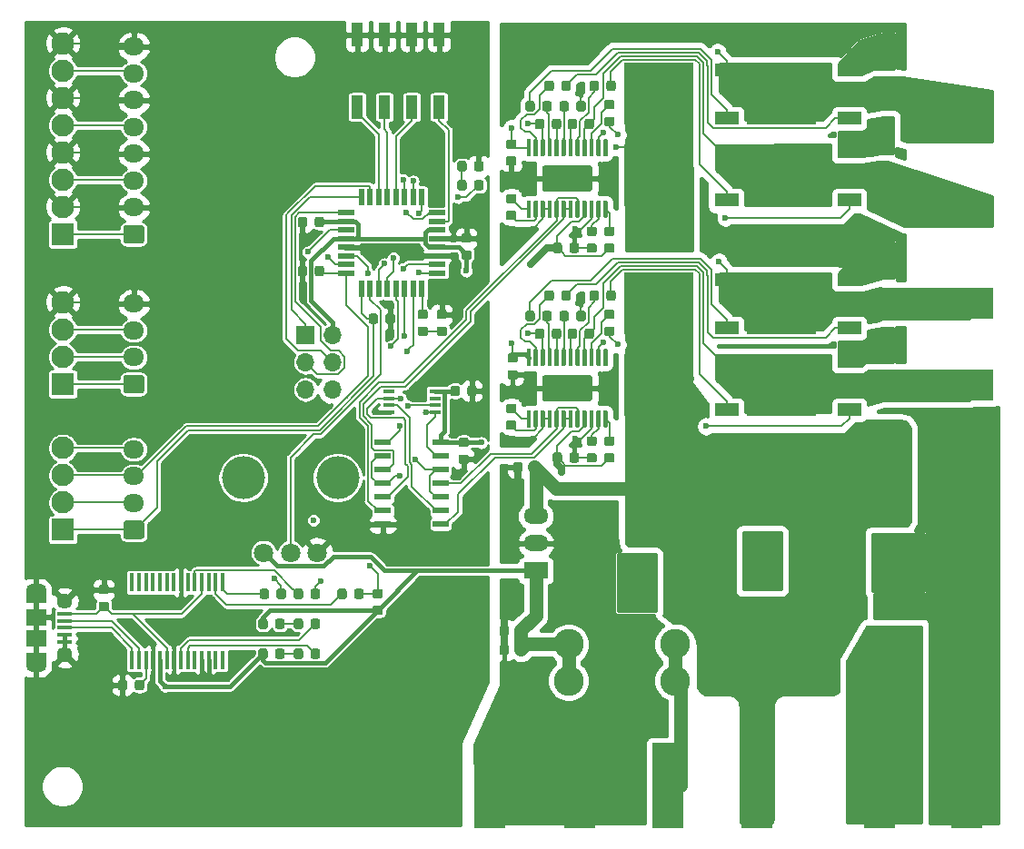
<source format=gbr>
G04 #@! TF.GenerationSoftware,KiCad,Pcbnew,(5.1.0)-1*
G04 #@! TF.CreationDate,2019-05-11T01:28:06-04:00*
G04 #@! TF.ProjectId,Bumblebee-dual-motor-driver,42756d62-6c65-4626-9565-2d6475616c2d,rev?*
G04 #@! TF.SameCoordinates,Original*
G04 #@! TF.FileFunction,Copper,L1,Top*
G04 #@! TF.FilePolarity,Positive*
%FSLAX46Y46*%
G04 Gerber Fmt 4.6, Leading zero omitted, Abs format (unit mm)*
G04 Created by KiCad (PCBNEW (5.1.0)-1) date 2019-05-11 01:28:06*
%MOMM*%
%LPD*%
G04 APERTURE LIST*
%ADD10C,1.800000*%
%ADD11R,8.000000X3.000000*%
%ADD12C,0.100000*%
%ADD13C,2.100000*%
%ADD14C,0.875000*%
%ADD15C,0.400000*%
%ADD16C,2.400000*%
%ADD17R,6.400000X5.800000*%
%ADD18R,2.200000X1.200000*%
%ADD19O,1.950000X1.700000*%
%ADD20C,1.700000*%
%ADD21R,3.000000X8.000000*%
%ADD22R,1.120000X2.160000*%
%ADD23R,0.550000X1.600000*%
%ADD24R,1.600000X0.550000*%
%ADD25R,0.450000X1.750000*%
%ADD26R,1.500000X0.600000*%
%ADD27R,1.100000X0.400000*%
%ADD28O,2.300000X1.500000*%
%ADD29R,2.300000X1.500000*%
%ADD30O,1.700000X1.700000*%
%ADD31R,1.700000X1.700000*%
%ADD32C,2.780000*%
%ADD33R,2.100000X2.100000*%
%ADD34R,1.900000X1.500000*%
%ADD35C,1.450000*%
%ADD36R,1.350000X0.400000*%
%ADD37O,1.900000X1.200000*%
%ADD38R,1.900000X1.200000*%
%ADD39C,4.000000*%
%ADD40C,0.600000*%
%ADD41C,0.203200*%
%ADD42C,1.270000*%
%ADD43C,0.635000*%
%ADD44C,0.381000*%
%ADD45C,0.152400*%
%ADD46C,0.254000*%
%ADD47C,0.457200*%
G04 APERTURE END LIST*
D10*
X163449000Y-88344000D03*
X168529000Y-88344000D03*
D11*
X165989000Y-88344000D03*
D12*
G36*
X149287504Y-126561204D02*
G01*
X149311773Y-126564804D01*
X149335571Y-126570765D01*
X149358671Y-126579030D01*
X149380849Y-126589520D01*
X149401893Y-126602133D01*
X149421598Y-126616747D01*
X149439777Y-126633223D01*
X149456253Y-126651402D01*
X149470867Y-126671107D01*
X149483480Y-126692151D01*
X149493970Y-126714329D01*
X149502235Y-126737429D01*
X149508196Y-126761227D01*
X149511796Y-126785496D01*
X149513000Y-126810000D01*
X149513000Y-130910000D01*
X149511796Y-130934504D01*
X149508196Y-130958773D01*
X149502235Y-130982571D01*
X149493970Y-131005671D01*
X149483480Y-131027849D01*
X149470867Y-131048893D01*
X149456253Y-131068598D01*
X149439777Y-131086777D01*
X149421598Y-131103253D01*
X149401893Y-131117867D01*
X149380849Y-131130480D01*
X149358671Y-131140970D01*
X149335571Y-131149235D01*
X149311773Y-131155196D01*
X149287504Y-131158796D01*
X149263000Y-131160000D01*
X147663000Y-131160000D01*
X147638496Y-131158796D01*
X147614227Y-131155196D01*
X147590429Y-131149235D01*
X147567329Y-131140970D01*
X147545151Y-131130480D01*
X147524107Y-131117867D01*
X147504402Y-131103253D01*
X147486223Y-131086777D01*
X147469747Y-131068598D01*
X147455133Y-131048893D01*
X147442520Y-131027849D01*
X147432030Y-131005671D01*
X147423765Y-130982571D01*
X147417804Y-130958773D01*
X147414204Y-130934504D01*
X147413000Y-130910000D01*
X147413000Y-126810000D01*
X147414204Y-126785496D01*
X147417804Y-126761227D01*
X147423765Y-126737429D01*
X147432030Y-126714329D01*
X147442520Y-126692151D01*
X147455133Y-126671107D01*
X147469747Y-126651402D01*
X147486223Y-126633223D01*
X147504402Y-126616747D01*
X147524107Y-126602133D01*
X147545151Y-126589520D01*
X147567329Y-126579030D01*
X147590429Y-126570765D01*
X147614227Y-126564804D01*
X147638496Y-126561204D01*
X147663000Y-126560000D01*
X149263000Y-126560000D01*
X149287504Y-126561204D01*
X149287504Y-126561204D01*
G37*
D13*
X148463000Y-128860000D03*
D12*
G36*
X149287504Y-117761204D02*
G01*
X149311773Y-117764804D01*
X149335571Y-117770765D01*
X149358671Y-117779030D01*
X149380849Y-117789520D01*
X149401893Y-117802133D01*
X149421598Y-117816747D01*
X149439777Y-117833223D01*
X149456253Y-117851402D01*
X149470867Y-117871107D01*
X149483480Y-117892151D01*
X149493970Y-117914329D01*
X149502235Y-117937429D01*
X149508196Y-117961227D01*
X149511796Y-117985496D01*
X149513000Y-118010000D01*
X149513000Y-122110000D01*
X149511796Y-122134504D01*
X149508196Y-122158773D01*
X149502235Y-122182571D01*
X149493970Y-122205671D01*
X149483480Y-122227849D01*
X149470867Y-122248893D01*
X149456253Y-122268598D01*
X149439777Y-122286777D01*
X149421598Y-122303253D01*
X149401893Y-122317867D01*
X149380849Y-122330480D01*
X149358671Y-122340970D01*
X149335571Y-122349235D01*
X149311773Y-122355196D01*
X149287504Y-122358796D01*
X149263000Y-122360000D01*
X147663000Y-122360000D01*
X147638496Y-122358796D01*
X147614227Y-122355196D01*
X147590429Y-122349235D01*
X147567329Y-122340970D01*
X147545151Y-122330480D01*
X147524107Y-122317867D01*
X147504402Y-122303253D01*
X147486223Y-122286777D01*
X147469747Y-122268598D01*
X147455133Y-122248893D01*
X147442520Y-122227849D01*
X147432030Y-122205671D01*
X147423765Y-122182571D01*
X147417804Y-122158773D01*
X147414204Y-122134504D01*
X147413000Y-122110000D01*
X147413000Y-118010000D01*
X147414204Y-117985496D01*
X147417804Y-117961227D01*
X147423765Y-117937429D01*
X147432030Y-117914329D01*
X147442520Y-117892151D01*
X147455133Y-117871107D01*
X147469747Y-117851402D01*
X147486223Y-117833223D01*
X147504402Y-117816747D01*
X147524107Y-117802133D01*
X147545151Y-117789520D01*
X147567329Y-117779030D01*
X147590429Y-117770765D01*
X147614227Y-117764804D01*
X147638496Y-117761204D01*
X147663000Y-117760000D01*
X149263000Y-117760000D01*
X149287504Y-117761204D01*
X149287504Y-117761204D01*
G37*
D13*
X148463000Y-120060000D03*
D12*
G36*
X131024691Y-107222053D02*
G01*
X131045926Y-107225203D01*
X131066750Y-107230419D01*
X131086962Y-107237651D01*
X131106368Y-107246830D01*
X131124781Y-107257866D01*
X131142024Y-107270654D01*
X131157930Y-107285070D01*
X131172346Y-107300976D01*
X131185134Y-107318219D01*
X131196170Y-107336632D01*
X131205349Y-107356038D01*
X131212581Y-107376250D01*
X131217797Y-107397074D01*
X131220947Y-107418309D01*
X131222000Y-107439750D01*
X131222000Y-107952250D01*
X131220947Y-107973691D01*
X131217797Y-107994926D01*
X131212581Y-108015750D01*
X131205349Y-108035962D01*
X131196170Y-108055368D01*
X131185134Y-108073781D01*
X131172346Y-108091024D01*
X131157930Y-108106930D01*
X131142024Y-108121346D01*
X131124781Y-108134134D01*
X131106368Y-108145170D01*
X131086962Y-108154349D01*
X131066750Y-108161581D01*
X131045926Y-108166797D01*
X131024691Y-108169947D01*
X131003250Y-108171000D01*
X130565750Y-108171000D01*
X130544309Y-108169947D01*
X130523074Y-108166797D01*
X130502250Y-108161581D01*
X130482038Y-108154349D01*
X130462632Y-108145170D01*
X130444219Y-108134134D01*
X130426976Y-108121346D01*
X130411070Y-108106930D01*
X130396654Y-108091024D01*
X130383866Y-108073781D01*
X130372830Y-108055368D01*
X130363651Y-108035962D01*
X130356419Y-108015750D01*
X130351203Y-107994926D01*
X130348053Y-107973691D01*
X130347000Y-107952250D01*
X130347000Y-107439750D01*
X130348053Y-107418309D01*
X130351203Y-107397074D01*
X130356419Y-107376250D01*
X130363651Y-107356038D01*
X130372830Y-107336632D01*
X130383866Y-107318219D01*
X130396654Y-107300976D01*
X130411070Y-107285070D01*
X130426976Y-107270654D01*
X130444219Y-107257866D01*
X130462632Y-107246830D01*
X130482038Y-107237651D01*
X130502250Y-107230419D01*
X130523074Y-107225203D01*
X130544309Y-107222053D01*
X130565750Y-107221000D01*
X131003250Y-107221000D01*
X131024691Y-107222053D01*
X131024691Y-107222053D01*
G37*
D14*
X130784500Y-107696000D03*
D12*
G36*
X132599691Y-107222053D02*
G01*
X132620926Y-107225203D01*
X132641750Y-107230419D01*
X132661962Y-107237651D01*
X132681368Y-107246830D01*
X132699781Y-107257866D01*
X132717024Y-107270654D01*
X132732930Y-107285070D01*
X132747346Y-107300976D01*
X132760134Y-107318219D01*
X132771170Y-107336632D01*
X132780349Y-107356038D01*
X132787581Y-107376250D01*
X132792797Y-107397074D01*
X132795947Y-107418309D01*
X132797000Y-107439750D01*
X132797000Y-107952250D01*
X132795947Y-107973691D01*
X132792797Y-107994926D01*
X132787581Y-108015750D01*
X132780349Y-108035962D01*
X132771170Y-108055368D01*
X132760134Y-108073781D01*
X132747346Y-108091024D01*
X132732930Y-108106930D01*
X132717024Y-108121346D01*
X132699781Y-108134134D01*
X132681368Y-108145170D01*
X132661962Y-108154349D01*
X132641750Y-108161581D01*
X132620926Y-108166797D01*
X132599691Y-108169947D01*
X132578250Y-108171000D01*
X132140750Y-108171000D01*
X132119309Y-108169947D01*
X132098074Y-108166797D01*
X132077250Y-108161581D01*
X132057038Y-108154349D01*
X132037632Y-108145170D01*
X132019219Y-108134134D01*
X132001976Y-108121346D01*
X131986070Y-108106930D01*
X131971654Y-108091024D01*
X131958866Y-108073781D01*
X131947830Y-108055368D01*
X131938651Y-108035962D01*
X131931419Y-108015750D01*
X131926203Y-107994926D01*
X131923053Y-107973691D01*
X131922000Y-107952250D01*
X131922000Y-107439750D01*
X131923053Y-107418309D01*
X131926203Y-107397074D01*
X131931419Y-107376250D01*
X131938651Y-107356038D01*
X131947830Y-107336632D01*
X131958866Y-107318219D01*
X131971654Y-107300976D01*
X131986070Y-107285070D01*
X132001976Y-107270654D01*
X132019219Y-107257866D01*
X132037632Y-107246830D01*
X132057038Y-107237651D01*
X132077250Y-107230419D01*
X132098074Y-107225203D01*
X132119309Y-107222053D01*
X132140750Y-107221000D01*
X132578250Y-107221000D01*
X132599691Y-107222053D01*
X132599691Y-107222053D01*
G37*
D14*
X132359500Y-107696000D03*
D12*
G36*
X125499691Y-109520053D02*
G01*
X125520926Y-109523203D01*
X125541750Y-109528419D01*
X125561962Y-109535651D01*
X125581368Y-109544830D01*
X125599781Y-109555866D01*
X125617024Y-109568654D01*
X125632930Y-109583070D01*
X125647346Y-109598976D01*
X125660134Y-109616219D01*
X125671170Y-109634632D01*
X125680349Y-109654038D01*
X125687581Y-109674250D01*
X125692797Y-109695074D01*
X125695947Y-109716309D01*
X125697000Y-109737750D01*
X125697000Y-110175250D01*
X125695947Y-110196691D01*
X125692797Y-110217926D01*
X125687581Y-110238750D01*
X125680349Y-110258962D01*
X125671170Y-110278368D01*
X125660134Y-110296781D01*
X125647346Y-110314024D01*
X125632930Y-110329930D01*
X125617024Y-110344346D01*
X125599781Y-110357134D01*
X125581368Y-110368170D01*
X125561962Y-110377349D01*
X125541750Y-110384581D01*
X125520926Y-110389797D01*
X125499691Y-110392947D01*
X125478250Y-110394000D01*
X124965750Y-110394000D01*
X124944309Y-110392947D01*
X124923074Y-110389797D01*
X124902250Y-110384581D01*
X124882038Y-110377349D01*
X124862632Y-110368170D01*
X124844219Y-110357134D01*
X124826976Y-110344346D01*
X124811070Y-110329930D01*
X124796654Y-110314024D01*
X124783866Y-110296781D01*
X124772830Y-110278368D01*
X124763651Y-110258962D01*
X124756419Y-110238750D01*
X124751203Y-110217926D01*
X124748053Y-110196691D01*
X124747000Y-110175250D01*
X124747000Y-109737750D01*
X124748053Y-109716309D01*
X124751203Y-109695074D01*
X124756419Y-109674250D01*
X124763651Y-109654038D01*
X124772830Y-109634632D01*
X124783866Y-109616219D01*
X124796654Y-109598976D01*
X124811070Y-109583070D01*
X124826976Y-109568654D01*
X124844219Y-109555866D01*
X124862632Y-109544830D01*
X124882038Y-109535651D01*
X124902250Y-109528419D01*
X124923074Y-109523203D01*
X124944309Y-109520053D01*
X124965750Y-109519000D01*
X125478250Y-109519000D01*
X125499691Y-109520053D01*
X125499691Y-109520053D01*
G37*
D14*
X125222000Y-109956500D03*
D12*
G36*
X125499691Y-111095053D02*
G01*
X125520926Y-111098203D01*
X125541750Y-111103419D01*
X125561962Y-111110651D01*
X125581368Y-111119830D01*
X125599781Y-111130866D01*
X125617024Y-111143654D01*
X125632930Y-111158070D01*
X125647346Y-111173976D01*
X125660134Y-111191219D01*
X125671170Y-111209632D01*
X125680349Y-111229038D01*
X125687581Y-111249250D01*
X125692797Y-111270074D01*
X125695947Y-111291309D01*
X125697000Y-111312750D01*
X125697000Y-111750250D01*
X125695947Y-111771691D01*
X125692797Y-111792926D01*
X125687581Y-111813750D01*
X125680349Y-111833962D01*
X125671170Y-111853368D01*
X125660134Y-111871781D01*
X125647346Y-111889024D01*
X125632930Y-111904930D01*
X125617024Y-111919346D01*
X125599781Y-111932134D01*
X125581368Y-111943170D01*
X125561962Y-111952349D01*
X125541750Y-111959581D01*
X125520926Y-111964797D01*
X125499691Y-111967947D01*
X125478250Y-111969000D01*
X124965750Y-111969000D01*
X124944309Y-111967947D01*
X124923074Y-111964797D01*
X124902250Y-111959581D01*
X124882038Y-111952349D01*
X124862632Y-111943170D01*
X124844219Y-111932134D01*
X124826976Y-111919346D01*
X124811070Y-111904930D01*
X124796654Y-111889024D01*
X124783866Y-111871781D01*
X124772830Y-111853368D01*
X124763651Y-111833962D01*
X124756419Y-111813750D01*
X124751203Y-111792926D01*
X124748053Y-111771691D01*
X124747000Y-111750250D01*
X124747000Y-111312750D01*
X124748053Y-111291309D01*
X124751203Y-111270074D01*
X124756419Y-111249250D01*
X124763651Y-111229038D01*
X124772830Y-111209632D01*
X124783866Y-111191219D01*
X124796654Y-111173976D01*
X124811070Y-111158070D01*
X124826976Y-111143654D01*
X124844219Y-111130866D01*
X124862632Y-111119830D01*
X124882038Y-111110651D01*
X124902250Y-111103419D01*
X124923074Y-111098203D01*
X124944309Y-111095053D01*
X124965750Y-111094000D01*
X125478250Y-111094000D01*
X125499691Y-111095053D01*
X125499691Y-111095053D01*
G37*
D14*
X125222000Y-111531500D03*
D12*
G36*
X125372691Y-114219053D02*
G01*
X125393926Y-114222203D01*
X125414750Y-114227419D01*
X125434962Y-114234651D01*
X125454368Y-114243830D01*
X125472781Y-114254866D01*
X125490024Y-114267654D01*
X125505930Y-114282070D01*
X125520346Y-114297976D01*
X125533134Y-114315219D01*
X125544170Y-114333632D01*
X125553349Y-114353038D01*
X125560581Y-114373250D01*
X125565797Y-114394074D01*
X125568947Y-114415309D01*
X125570000Y-114436750D01*
X125570000Y-114874250D01*
X125568947Y-114895691D01*
X125565797Y-114916926D01*
X125560581Y-114937750D01*
X125553349Y-114957962D01*
X125544170Y-114977368D01*
X125533134Y-114995781D01*
X125520346Y-115013024D01*
X125505930Y-115028930D01*
X125490024Y-115043346D01*
X125472781Y-115056134D01*
X125454368Y-115067170D01*
X125434962Y-115076349D01*
X125414750Y-115083581D01*
X125393926Y-115088797D01*
X125372691Y-115091947D01*
X125351250Y-115093000D01*
X124838750Y-115093000D01*
X124817309Y-115091947D01*
X124796074Y-115088797D01*
X124775250Y-115083581D01*
X124755038Y-115076349D01*
X124735632Y-115067170D01*
X124717219Y-115056134D01*
X124699976Y-115043346D01*
X124684070Y-115028930D01*
X124669654Y-115013024D01*
X124656866Y-114995781D01*
X124645830Y-114977368D01*
X124636651Y-114957962D01*
X124629419Y-114937750D01*
X124624203Y-114916926D01*
X124621053Y-114895691D01*
X124620000Y-114874250D01*
X124620000Y-114436750D01*
X124621053Y-114415309D01*
X124624203Y-114394074D01*
X124629419Y-114373250D01*
X124636651Y-114353038D01*
X124645830Y-114333632D01*
X124656866Y-114315219D01*
X124669654Y-114297976D01*
X124684070Y-114282070D01*
X124699976Y-114267654D01*
X124717219Y-114254866D01*
X124735632Y-114243830D01*
X124755038Y-114234651D01*
X124775250Y-114227419D01*
X124796074Y-114222203D01*
X124817309Y-114219053D01*
X124838750Y-114218000D01*
X125351250Y-114218000D01*
X125372691Y-114219053D01*
X125372691Y-114219053D01*
G37*
D14*
X125095000Y-114655500D03*
D12*
G36*
X125372691Y-115794053D02*
G01*
X125393926Y-115797203D01*
X125414750Y-115802419D01*
X125434962Y-115809651D01*
X125454368Y-115818830D01*
X125472781Y-115829866D01*
X125490024Y-115842654D01*
X125505930Y-115857070D01*
X125520346Y-115872976D01*
X125533134Y-115890219D01*
X125544170Y-115908632D01*
X125553349Y-115928038D01*
X125560581Y-115948250D01*
X125565797Y-115969074D01*
X125568947Y-115990309D01*
X125570000Y-116011750D01*
X125570000Y-116449250D01*
X125568947Y-116470691D01*
X125565797Y-116491926D01*
X125560581Y-116512750D01*
X125553349Y-116532962D01*
X125544170Y-116552368D01*
X125533134Y-116570781D01*
X125520346Y-116588024D01*
X125505930Y-116603930D01*
X125490024Y-116618346D01*
X125472781Y-116631134D01*
X125454368Y-116642170D01*
X125434962Y-116651349D01*
X125414750Y-116658581D01*
X125393926Y-116663797D01*
X125372691Y-116666947D01*
X125351250Y-116668000D01*
X124838750Y-116668000D01*
X124817309Y-116666947D01*
X124796074Y-116663797D01*
X124775250Y-116658581D01*
X124755038Y-116651349D01*
X124735632Y-116642170D01*
X124717219Y-116631134D01*
X124699976Y-116618346D01*
X124684070Y-116603930D01*
X124669654Y-116588024D01*
X124656866Y-116570781D01*
X124645830Y-116552368D01*
X124636651Y-116532962D01*
X124629419Y-116512750D01*
X124624203Y-116491926D01*
X124621053Y-116470691D01*
X124620000Y-116449250D01*
X124620000Y-116011750D01*
X124621053Y-115990309D01*
X124624203Y-115969074D01*
X124629419Y-115948250D01*
X124636651Y-115928038D01*
X124645830Y-115908632D01*
X124656866Y-115890219D01*
X124669654Y-115872976D01*
X124684070Y-115857070D01*
X124699976Y-115842654D01*
X124717219Y-115829866D01*
X124735632Y-115818830D01*
X124755038Y-115809651D01*
X124775250Y-115802419D01*
X124796074Y-115797203D01*
X124817309Y-115794053D01*
X124838750Y-115793000D01*
X125351250Y-115793000D01*
X125372691Y-115794053D01*
X125372691Y-115794053D01*
G37*
D14*
X125095000Y-116230500D03*
D12*
G36*
X129551691Y-107222053D02*
G01*
X129572926Y-107225203D01*
X129593750Y-107230419D01*
X129613962Y-107237651D01*
X129633368Y-107246830D01*
X129651781Y-107257866D01*
X129669024Y-107270654D01*
X129684930Y-107285070D01*
X129699346Y-107300976D01*
X129712134Y-107318219D01*
X129723170Y-107336632D01*
X129732349Y-107356038D01*
X129739581Y-107376250D01*
X129744797Y-107397074D01*
X129747947Y-107418309D01*
X129749000Y-107439750D01*
X129749000Y-107952250D01*
X129747947Y-107973691D01*
X129744797Y-107994926D01*
X129739581Y-108015750D01*
X129732349Y-108035962D01*
X129723170Y-108055368D01*
X129712134Y-108073781D01*
X129699346Y-108091024D01*
X129684930Y-108106930D01*
X129669024Y-108121346D01*
X129651781Y-108134134D01*
X129633368Y-108145170D01*
X129613962Y-108154349D01*
X129593750Y-108161581D01*
X129572926Y-108166797D01*
X129551691Y-108169947D01*
X129530250Y-108171000D01*
X129092750Y-108171000D01*
X129071309Y-108169947D01*
X129050074Y-108166797D01*
X129029250Y-108161581D01*
X129009038Y-108154349D01*
X128989632Y-108145170D01*
X128971219Y-108134134D01*
X128953976Y-108121346D01*
X128938070Y-108106930D01*
X128923654Y-108091024D01*
X128910866Y-108073781D01*
X128899830Y-108055368D01*
X128890651Y-108035962D01*
X128883419Y-108015750D01*
X128878203Y-107994926D01*
X128875053Y-107973691D01*
X128874000Y-107952250D01*
X128874000Y-107439750D01*
X128875053Y-107418309D01*
X128878203Y-107397074D01*
X128883419Y-107376250D01*
X128890651Y-107356038D01*
X128899830Y-107336632D01*
X128910866Y-107318219D01*
X128923654Y-107300976D01*
X128938070Y-107285070D01*
X128953976Y-107270654D01*
X128971219Y-107257866D01*
X128989632Y-107246830D01*
X129009038Y-107237651D01*
X129029250Y-107230419D01*
X129050074Y-107225203D01*
X129071309Y-107222053D01*
X129092750Y-107221000D01*
X129530250Y-107221000D01*
X129551691Y-107222053D01*
X129551691Y-107222053D01*
G37*
D14*
X129311500Y-107696000D03*
D12*
G36*
X127976691Y-107222053D02*
G01*
X127997926Y-107225203D01*
X128018750Y-107230419D01*
X128038962Y-107237651D01*
X128058368Y-107246830D01*
X128076781Y-107257866D01*
X128094024Y-107270654D01*
X128109930Y-107285070D01*
X128124346Y-107300976D01*
X128137134Y-107318219D01*
X128148170Y-107336632D01*
X128157349Y-107356038D01*
X128164581Y-107376250D01*
X128169797Y-107397074D01*
X128172947Y-107418309D01*
X128174000Y-107439750D01*
X128174000Y-107952250D01*
X128172947Y-107973691D01*
X128169797Y-107994926D01*
X128164581Y-108015750D01*
X128157349Y-108035962D01*
X128148170Y-108055368D01*
X128137134Y-108073781D01*
X128124346Y-108091024D01*
X128109930Y-108106930D01*
X128094024Y-108121346D01*
X128076781Y-108134134D01*
X128058368Y-108145170D01*
X128038962Y-108154349D01*
X128018750Y-108161581D01*
X127997926Y-108166797D01*
X127976691Y-108169947D01*
X127955250Y-108171000D01*
X127517750Y-108171000D01*
X127496309Y-108169947D01*
X127475074Y-108166797D01*
X127454250Y-108161581D01*
X127434038Y-108154349D01*
X127414632Y-108145170D01*
X127396219Y-108134134D01*
X127378976Y-108121346D01*
X127363070Y-108106930D01*
X127348654Y-108091024D01*
X127335866Y-108073781D01*
X127324830Y-108055368D01*
X127315651Y-108035962D01*
X127308419Y-108015750D01*
X127303203Y-107994926D01*
X127300053Y-107973691D01*
X127299000Y-107952250D01*
X127299000Y-107439750D01*
X127300053Y-107418309D01*
X127303203Y-107397074D01*
X127308419Y-107376250D01*
X127315651Y-107356038D01*
X127324830Y-107336632D01*
X127335866Y-107318219D01*
X127348654Y-107300976D01*
X127363070Y-107285070D01*
X127378976Y-107270654D01*
X127396219Y-107257866D01*
X127414632Y-107246830D01*
X127434038Y-107237651D01*
X127454250Y-107230419D01*
X127475074Y-107225203D01*
X127496309Y-107222053D01*
X127517750Y-107221000D01*
X127955250Y-107221000D01*
X127976691Y-107222053D01*
X127976691Y-107222053D01*
G37*
D14*
X127736500Y-107696000D03*
D12*
G36*
X131837691Y-105571053D02*
G01*
X131858926Y-105574203D01*
X131879750Y-105579419D01*
X131899962Y-105586651D01*
X131919368Y-105595830D01*
X131937781Y-105606866D01*
X131955024Y-105619654D01*
X131970930Y-105634070D01*
X131985346Y-105649976D01*
X131998134Y-105667219D01*
X132009170Y-105685632D01*
X132018349Y-105705038D01*
X132025581Y-105725250D01*
X132030797Y-105746074D01*
X132033947Y-105767309D01*
X132035000Y-105788750D01*
X132035000Y-106301250D01*
X132033947Y-106322691D01*
X132030797Y-106343926D01*
X132025581Y-106364750D01*
X132018349Y-106384962D01*
X132009170Y-106404368D01*
X131998134Y-106422781D01*
X131985346Y-106440024D01*
X131970930Y-106455930D01*
X131955024Y-106470346D01*
X131937781Y-106483134D01*
X131919368Y-106494170D01*
X131899962Y-106503349D01*
X131879750Y-106510581D01*
X131858926Y-106515797D01*
X131837691Y-106518947D01*
X131816250Y-106520000D01*
X131378750Y-106520000D01*
X131357309Y-106518947D01*
X131336074Y-106515797D01*
X131315250Y-106510581D01*
X131295038Y-106503349D01*
X131275632Y-106494170D01*
X131257219Y-106483134D01*
X131239976Y-106470346D01*
X131224070Y-106455930D01*
X131209654Y-106440024D01*
X131196866Y-106422781D01*
X131185830Y-106404368D01*
X131176651Y-106384962D01*
X131169419Y-106364750D01*
X131164203Y-106343926D01*
X131161053Y-106322691D01*
X131160000Y-106301250D01*
X131160000Y-105788750D01*
X131161053Y-105767309D01*
X131164203Y-105746074D01*
X131169419Y-105725250D01*
X131176651Y-105705038D01*
X131185830Y-105685632D01*
X131196866Y-105667219D01*
X131209654Y-105649976D01*
X131224070Y-105634070D01*
X131239976Y-105619654D01*
X131257219Y-105606866D01*
X131275632Y-105595830D01*
X131295038Y-105586651D01*
X131315250Y-105579419D01*
X131336074Y-105574203D01*
X131357309Y-105571053D01*
X131378750Y-105570000D01*
X131816250Y-105570000D01*
X131837691Y-105571053D01*
X131837691Y-105571053D01*
G37*
D14*
X131597500Y-106045000D03*
D12*
G36*
X130262691Y-105571053D02*
G01*
X130283926Y-105574203D01*
X130304750Y-105579419D01*
X130324962Y-105586651D01*
X130344368Y-105595830D01*
X130362781Y-105606866D01*
X130380024Y-105619654D01*
X130395930Y-105634070D01*
X130410346Y-105649976D01*
X130423134Y-105667219D01*
X130434170Y-105685632D01*
X130443349Y-105705038D01*
X130450581Y-105725250D01*
X130455797Y-105746074D01*
X130458947Y-105767309D01*
X130460000Y-105788750D01*
X130460000Y-106301250D01*
X130458947Y-106322691D01*
X130455797Y-106343926D01*
X130450581Y-106364750D01*
X130443349Y-106384962D01*
X130434170Y-106404368D01*
X130423134Y-106422781D01*
X130410346Y-106440024D01*
X130395930Y-106455930D01*
X130380024Y-106470346D01*
X130362781Y-106483134D01*
X130344368Y-106494170D01*
X130324962Y-106503349D01*
X130304750Y-106510581D01*
X130283926Y-106515797D01*
X130262691Y-106518947D01*
X130241250Y-106520000D01*
X129803750Y-106520000D01*
X129782309Y-106518947D01*
X129761074Y-106515797D01*
X129740250Y-106510581D01*
X129720038Y-106503349D01*
X129700632Y-106494170D01*
X129682219Y-106483134D01*
X129664976Y-106470346D01*
X129649070Y-106455930D01*
X129634654Y-106440024D01*
X129621866Y-106422781D01*
X129610830Y-106404368D01*
X129601651Y-106384962D01*
X129594419Y-106364750D01*
X129589203Y-106343926D01*
X129586053Y-106322691D01*
X129585000Y-106301250D01*
X129585000Y-105788750D01*
X129586053Y-105767309D01*
X129589203Y-105746074D01*
X129594419Y-105725250D01*
X129601651Y-105705038D01*
X129610830Y-105685632D01*
X129621866Y-105667219D01*
X129634654Y-105649976D01*
X129649070Y-105634070D01*
X129664976Y-105619654D01*
X129682219Y-105606866D01*
X129700632Y-105595830D01*
X129720038Y-105586651D01*
X129740250Y-105579419D01*
X129761074Y-105574203D01*
X129782309Y-105571053D01*
X129803750Y-105570000D01*
X130241250Y-105570000D01*
X130262691Y-105571053D01*
X130262691Y-105571053D01*
G37*
D14*
X130022500Y-106045000D03*
D12*
G36*
X131202691Y-118779053D02*
G01*
X131223926Y-118782203D01*
X131244750Y-118787419D01*
X131264962Y-118794651D01*
X131284368Y-118803830D01*
X131302781Y-118814866D01*
X131320024Y-118827654D01*
X131335930Y-118842070D01*
X131350346Y-118857976D01*
X131363134Y-118875219D01*
X131374170Y-118893632D01*
X131383349Y-118913038D01*
X131390581Y-118933250D01*
X131395797Y-118954074D01*
X131398947Y-118975309D01*
X131400000Y-118996750D01*
X131400000Y-119509250D01*
X131398947Y-119530691D01*
X131395797Y-119551926D01*
X131390581Y-119572750D01*
X131383349Y-119592962D01*
X131374170Y-119612368D01*
X131363134Y-119630781D01*
X131350346Y-119648024D01*
X131335930Y-119663930D01*
X131320024Y-119678346D01*
X131302781Y-119691134D01*
X131284368Y-119702170D01*
X131264962Y-119711349D01*
X131244750Y-119718581D01*
X131223926Y-119723797D01*
X131202691Y-119726947D01*
X131181250Y-119728000D01*
X130743750Y-119728000D01*
X130722309Y-119726947D01*
X130701074Y-119723797D01*
X130680250Y-119718581D01*
X130660038Y-119711349D01*
X130640632Y-119702170D01*
X130622219Y-119691134D01*
X130604976Y-119678346D01*
X130589070Y-119663930D01*
X130574654Y-119648024D01*
X130561866Y-119630781D01*
X130550830Y-119612368D01*
X130541651Y-119592962D01*
X130534419Y-119572750D01*
X130529203Y-119551926D01*
X130526053Y-119530691D01*
X130525000Y-119509250D01*
X130525000Y-118996750D01*
X130526053Y-118975309D01*
X130529203Y-118954074D01*
X130534419Y-118933250D01*
X130541651Y-118913038D01*
X130550830Y-118893632D01*
X130561866Y-118875219D01*
X130574654Y-118857976D01*
X130589070Y-118842070D01*
X130604976Y-118827654D01*
X130622219Y-118814866D01*
X130640632Y-118803830D01*
X130660038Y-118794651D01*
X130680250Y-118787419D01*
X130701074Y-118782203D01*
X130722309Y-118779053D01*
X130743750Y-118778000D01*
X131181250Y-118778000D01*
X131202691Y-118779053D01*
X131202691Y-118779053D01*
G37*
D14*
X130962500Y-119253000D03*
D12*
G36*
X129627691Y-118779053D02*
G01*
X129648926Y-118782203D01*
X129669750Y-118787419D01*
X129689962Y-118794651D01*
X129709368Y-118803830D01*
X129727781Y-118814866D01*
X129745024Y-118827654D01*
X129760930Y-118842070D01*
X129775346Y-118857976D01*
X129788134Y-118875219D01*
X129799170Y-118893632D01*
X129808349Y-118913038D01*
X129815581Y-118933250D01*
X129820797Y-118954074D01*
X129823947Y-118975309D01*
X129825000Y-118996750D01*
X129825000Y-119509250D01*
X129823947Y-119530691D01*
X129820797Y-119551926D01*
X129815581Y-119572750D01*
X129808349Y-119592962D01*
X129799170Y-119612368D01*
X129788134Y-119630781D01*
X129775346Y-119648024D01*
X129760930Y-119663930D01*
X129745024Y-119678346D01*
X129727781Y-119691134D01*
X129709368Y-119702170D01*
X129689962Y-119711349D01*
X129669750Y-119718581D01*
X129648926Y-119723797D01*
X129627691Y-119726947D01*
X129606250Y-119728000D01*
X129168750Y-119728000D01*
X129147309Y-119726947D01*
X129126074Y-119723797D01*
X129105250Y-119718581D01*
X129085038Y-119711349D01*
X129065632Y-119702170D01*
X129047219Y-119691134D01*
X129029976Y-119678346D01*
X129014070Y-119663930D01*
X128999654Y-119648024D01*
X128986866Y-119630781D01*
X128975830Y-119612368D01*
X128966651Y-119592962D01*
X128959419Y-119572750D01*
X128954203Y-119551926D01*
X128951053Y-119530691D01*
X128950000Y-119509250D01*
X128950000Y-118996750D01*
X128951053Y-118975309D01*
X128954203Y-118954074D01*
X128959419Y-118933250D01*
X128966651Y-118913038D01*
X128975830Y-118893632D01*
X128986866Y-118875219D01*
X128999654Y-118857976D01*
X129014070Y-118842070D01*
X129029976Y-118827654D01*
X129047219Y-118814866D01*
X129065632Y-118803830D01*
X129085038Y-118794651D01*
X129105250Y-118787419D01*
X129126074Y-118782203D01*
X129147309Y-118779053D01*
X129168750Y-118778000D01*
X129606250Y-118778000D01*
X129627691Y-118779053D01*
X129627691Y-118779053D01*
G37*
D14*
X129387500Y-119253000D03*
D12*
G36*
X134516691Y-105456053D02*
G01*
X134537926Y-105459203D01*
X134558750Y-105464419D01*
X134578962Y-105471651D01*
X134598368Y-105480830D01*
X134616781Y-105491866D01*
X134634024Y-105504654D01*
X134649930Y-105519070D01*
X134664346Y-105534976D01*
X134677134Y-105552219D01*
X134688170Y-105570632D01*
X134697349Y-105590038D01*
X134704581Y-105610250D01*
X134709797Y-105631074D01*
X134712947Y-105652309D01*
X134714000Y-105673750D01*
X134714000Y-106111250D01*
X134712947Y-106132691D01*
X134709797Y-106153926D01*
X134704581Y-106174750D01*
X134697349Y-106194962D01*
X134688170Y-106214368D01*
X134677134Y-106232781D01*
X134664346Y-106250024D01*
X134649930Y-106265930D01*
X134634024Y-106280346D01*
X134616781Y-106293134D01*
X134598368Y-106304170D01*
X134578962Y-106313349D01*
X134558750Y-106320581D01*
X134537926Y-106325797D01*
X134516691Y-106328947D01*
X134495250Y-106330000D01*
X133982750Y-106330000D01*
X133961309Y-106328947D01*
X133940074Y-106325797D01*
X133919250Y-106320581D01*
X133899038Y-106313349D01*
X133879632Y-106304170D01*
X133861219Y-106293134D01*
X133843976Y-106280346D01*
X133828070Y-106265930D01*
X133813654Y-106250024D01*
X133800866Y-106232781D01*
X133789830Y-106214368D01*
X133780651Y-106194962D01*
X133773419Y-106174750D01*
X133768203Y-106153926D01*
X133765053Y-106132691D01*
X133764000Y-106111250D01*
X133764000Y-105673750D01*
X133765053Y-105652309D01*
X133768203Y-105631074D01*
X133773419Y-105610250D01*
X133780651Y-105590038D01*
X133789830Y-105570632D01*
X133800866Y-105552219D01*
X133813654Y-105534976D01*
X133828070Y-105519070D01*
X133843976Y-105504654D01*
X133861219Y-105491866D01*
X133879632Y-105480830D01*
X133899038Y-105471651D01*
X133919250Y-105464419D01*
X133940074Y-105459203D01*
X133961309Y-105456053D01*
X133982750Y-105455000D01*
X134495250Y-105455000D01*
X134516691Y-105456053D01*
X134516691Y-105456053D01*
G37*
D14*
X134239000Y-105892500D03*
D12*
G36*
X134516691Y-107031053D02*
G01*
X134537926Y-107034203D01*
X134558750Y-107039419D01*
X134578962Y-107046651D01*
X134598368Y-107055830D01*
X134616781Y-107066866D01*
X134634024Y-107079654D01*
X134649930Y-107094070D01*
X134664346Y-107109976D01*
X134677134Y-107127219D01*
X134688170Y-107145632D01*
X134697349Y-107165038D01*
X134704581Y-107185250D01*
X134709797Y-107206074D01*
X134712947Y-107227309D01*
X134714000Y-107248750D01*
X134714000Y-107686250D01*
X134712947Y-107707691D01*
X134709797Y-107728926D01*
X134704581Y-107749750D01*
X134697349Y-107769962D01*
X134688170Y-107789368D01*
X134677134Y-107807781D01*
X134664346Y-107825024D01*
X134649930Y-107840930D01*
X134634024Y-107855346D01*
X134616781Y-107868134D01*
X134598368Y-107879170D01*
X134578962Y-107888349D01*
X134558750Y-107895581D01*
X134537926Y-107900797D01*
X134516691Y-107903947D01*
X134495250Y-107905000D01*
X133982750Y-107905000D01*
X133961309Y-107903947D01*
X133940074Y-107900797D01*
X133919250Y-107895581D01*
X133899038Y-107888349D01*
X133879632Y-107879170D01*
X133861219Y-107868134D01*
X133843976Y-107855346D01*
X133828070Y-107840930D01*
X133813654Y-107825024D01*
X133800866Y-107807781D01*
X133789830Y-107789368D01*
X133780651Y-107769962D01*
X133773419Y-107749750D01*
X133768203Y-107728926D01*
X133765053Y-107707691D01*
X133764000Y-107686250D01*
X133764000Y-107248750D01*
X133765053Y-107227309D01*
X133768203Y-107206074D01*
X133773419Y-107185250D01*
X133780651Y-107165038D01*
X133789830Y-107145632D01*
X133800866Y-107127219D01*
X133813654Y-107109976D01*
X133828070Y-107094070D01*
X133843976Y-107079654D01*
X133861219Y-107066866D01*
X133879632Y-107055830D01*
X133899038Y-107046651D01*
X133919250Y-107039419D01*
X133940074Y-107034203D01*
X133961309Y-107031053D01*
X133982750Y-107030000D01*
X134495250Y-107030000D01*
X134516691Y-107031053D01*
X134516691Y-107031053D01*
G37*
D14*
X134239000Y-107467500D03*
D12*
G36*
X133056691Y-103666053D02*
G01*
X133077926Y-103669203D01*
X133098750Y-103674419D01*
X133118962Y-103681651D01*
X133138368Y-103690830D01*
X133156781Y-103701866D01*
X133174024Y-103714654D01*
X133189930Y-103729070D01*
X133204346Y-103744976D01*
X133217134Y-103762219D01*
X133228170Y-103780632D01*
X133237349Y-103800038D01*
X133244581Y-103820250D01*
X133249797Y-103841074D01*
X133252947Y-103862309D01*
X133254000Y-103883750D01*
X133254000Y-104396250D01*
X133252947Y-104417691D01*
X133249797Y-104438926D01*
X133244581Y-104459750D01*
X133237349Y-104479962D01*
X133228170Y-104499368D01*
X133217134Y-104517781D01*
X133204346Y-104535024D01*
X133189930Y-104550930D01*
X133174024Y-104565346D01*
X133156781Y-104578134D01*
X133138368Y-104589170D01*
X133118962Y-104598349D01*
X133098750Y-104605581D01*
X133077926Y-104610797D01*
X133056691Y-104613947D01*
X133035250Y-104615000D01*
X132597750Y-104615000D01*
X132576309Y-104613947D01*
X132555074Y-104610797D01*
X132534250Y-104605581D01*
X132514038Y-104598349D01*
X132494632Y-104589170D01*
X132476219Y-104578134D01*
X132458976Y-104565346D01*
X132443070Y-104550930D01*
X132428654Y-104535024D01*
X132415866Y-104517781D01*
X132404830Y-104499368D01*
X132395651Y-104479962D01*
X132388419Y-104459750D01*
X132383203Y-104438926D01*
X132380053Y-104417691D01*
X132379000Y-104396250D01*
X132379000Y-103883750D01*
X132380053Y-103862309D01*
X132383203Y-103841074D01*
X132388419Y-103820250D01*
X132395651Y-103800038D01*
X132404830Y-103780632D01*
X132415866Y-103762219D01*
X132428654Y-103744976D01*
X132443070Y-103729070D01*
X132458976Y-103714654D01*
X132476219Y-103701866D01*
X132494632Y-103690830D01*
X132514038Y-103681651D01*
X132534250Y-103674419D01*
X132555074Y-103669203D01*
X132576309Y-103666053D01*
X132597750Y-103665000D01*
X133035250Y-103665000D01*
X133056691Y-103666053D01*
X133056691Y-103666053D01*
G37*
D14*
X132816500Y-104140000D03*
D12*
G36*
X134631691Y-103666053D02*
G01*
X134652926Y-103669203D01*
X134673750Y-103674419D01*
X134693962Y-103681651D01*
X134713368Y-103690830D01*
X134731781Y-103701866D01*
X134749024Y-103714654D01*
X134764930Y-103729070D01*
X134779346Y-103744976D01*
X134792134Y-103762219D01*
X134803170Y-103780632D01*
X134812349Y-103800038D01*
X134819581Y-103820250D01*
X134824797Y-103841074D01*
X134827947Y-103862309D01*
X134829000Y-103883750D01*
X134829000Y-104396250D01*
X134827947Y-104417691D01*
X134824797Y-104438926D01*
X134819581Y-104459750D01*
X134812349Y-104479962D01*
X134803170Y-104499368D01*
X134792134Y-104517781D01*
X134779346Y-104535024D01*
X134764930Y-104550930D01*
X134749024Y-104565346D01*
X134731781Y-104578134D01*
X134713368Y-104589170D01*
X134693962Y-104598349D01*
X134673750Y-104605581D01*
X134652926Y-104610797D01*
X134631691Y-104613947D01*
X134610250Y-104615000D01*
X134172750Y-104615000D01*
X134151309Y-104613947D01*
X134130074Y-104610797D01*
X134109250Y-104605581D01*
X134089038Y-104598349D01*
X134069632Y-104589170D01*
X134051219Y-104578134D01*
X134033976Y-104565346D01*
X134018070Y-104550930D01*
X134003654Y-104535024D01*
X133990866Y-104517781D01*
X133979830Y-104499368D01*
X133970651Y-104479962D01*
X133963419Y-104459750D01*
X133958203Y-104438926D01*
X133955053Y-104417691D01*
X133954000Y-104396250D01*
X133954000Y-103883750D01*
X133955053Y-103862309D01*
X133958203Y-103841074D01*
X133963419Y-103820250D01*
X133970651Y-103800038D01*
X133979830Y-103780632D01*
X133990866Y-103762219D01*
X134003654Y-103744976D01*
X134018070Y-103729070D01*
X134033976Y-103714654D01*
X134051219Y-103701866D01*
X134069632Y-103690830D01*
X134089038Y-103681651D01*
X134109250Y-103674419D01*
X134130074Y-103669203D01*
X134151309Y-103666053D01*
X134172750Y-103665000D01*
X134610250Y-103665000D01*
X134631691Y-103666053D01*
X134631691Y-103666053D01*
G37*
D14*
X134391500Y-104140000D03*
D12*
G36*
X133986802Y-114851482D02*
G01*
X133996509Y-114852921D01*
X134006028Y-114855306D01*
X134015268Y-114858612D01*
X134024140Y-114862808D01*
X134032557Y-114867853D01*
X134040439Y-114873699D01*
X134047711Y-114880289D01*
X134054301Y-114887561D01*
X134060147Y-114895443D01*
X134065192Y-114903860D01*
X134069388Y-114912732D01*
X134072694Y-114921972D01*
X134075079Y-114931491D01*
X134076518Y-114941198D01*
X134077000Y-114951000D01*
X134077000Y-116326000D01*
X134076518Y-116335802D01*
X134075079Y-116345509D01*
X134072694Y-116355028D01*
X134069388Y-116364268D01*
X134065192Y-116373140D01*
X134060147Y-116381557D01*
X134054301Y-116389439D01*
X134047711Y-116396711D01*
X134040439Y-116403301D01*
X134032557Y-116409147D01*
X134024140Y-116414192D01*
X134015268Y-116418388D01*
X134006028Y-116421694D01*
X133996509Y-116424079D01*
X133986802Y-116425518D01*
X133977000Y-116426000D01*
X133777000Y-116426000D01*
X133767198Y-116425518D01*
X133757491Y-116424079D01*
X133747972Y-116421694D01*
X133738732Y-116418388D01*
X133729860Y-116414192D01*
X133721443Y-116409147D01*
X133713561Y-116403301D01*
X133706289Y-116396711D01*
X133699699Y-116389439D01*
X133693853Y-116381557D01*
X133688808Y-116373140D01*
X133684612Y-116364268D01*
X133681306Y-116355028D01*
X133678921Y-116345509D01*
X133677482Y-116335802D01*
X133677000Y-116326000D01*
X133677000Y-114951000D01*
X133677482Y-114941198D01*
X133678921Y-114931491D01*
X133681306Y-114921972D01*
X133684612Y-114912732D01*
X133688808Y-114903860D01*
X133693853Y-114895443D01*
X133699699Y-114887561D01*
X133706289Y-114880289D01*
X133713561Y-114873699D01*
X133721443Y-114867853D01*
X133729860Y-114862808D01*
X133738732Y-114858612D01*
X133747972Y-114855306D01*
X133757491Y-114852921D01*
X133767198Y-114851482D01*
X133777000Y-114851000D01*
X133977000Y-114851000D01*
X133986802Y-114851482D01*
X133986802Y-114851482D01*
G37*
D15*
X133877000Y-115638500D03*
D12*
G36*
X133336802Y-114851482D02*
G01*
X133346509Y-114852921D01*
X133356028Y-114855306D01*
X133365268Y-114858612D01*
X133374140Y-114862808D01*
X133382557Y-114867853D01*
X133390439Y-114873699D01*
X133397711Y-114880289D01*
X133404301Y-114887561D01*
X133410147Y-114895443D01*
X133415192Y-114903860D01*
X133419388Y-114912732D01*
X133422694Y-114921972D01*
X133425079Y-114931491D01*
X133426518Y-114941198D01*
X133427000Y-114951000D01*
X133427000Y-116326000D01*
X133426518Y-116335802D01*
X133425079Y-116345509D01*
X133422694Y-116355028D01*
X133419388Y-116364268D01*
X133415192Y-116373140D01*
X133410147Y-116381557D01*
X133404301Y-116389439D01*
X133397711Y-116396711D01*
X133390439Y-116403301D01*
X133382557Y-116409147D01*
X133374140Y-116414192D01*
X133365268Y-116418388D01*
X133356028Y-116421694D01*
X133346509Y-116424079D01*
X133336802Y-116425518D01*
X133327000Y-116426000D01*
X133127000Y-116426000D01*
X133117198Y-116425518D01*
X133107491Y-116424079D01*
X133097972Y-116421694D01*
X133088732Y-116418388D01*
X133079860Y-116414192D01*
X133071443Y-116409147D01*
X133063561Y-116403301D01*
X133056289Y-116396711D01*
X133049699Y-116389439D01*
X133043853Y-116381557D01*
X133038808Y-116373140D01*
X133034612Y-116364268D01*
X133031306Y-116355028D01*
X133028921Y-116345509D01*
X133027482Y-116335802D01*
X133027000Y-116326000D01*
X133027000Y-114951000D01*
X133027482Y-114941198D01*
X133028921Y-114931491D01*
X133031306Y-114921972D01*
X133034612Y-114912732D01*
X133038808Y-114903860D01*
X133043853Y-114895443D01*
X133049699Y-114887561D01*
X133056289Y-114880289D01*
X133063561Y-114873699D01*
X133071443Y-114867853D01*
X133079860Y-114862808D01*
X133088732Y-114858612D01*
X133097972Y-114855306D01*
X133107491Y-114852921D01*
X133117198Y-114851482D01*
X133127000Y-114851000D01*
X133327000Y-114851000D01*
X133336802Y-114851482D01*
X133336802Y-114851482D01*
G37*
D15*
X133227000Y-115638500D03*
D12*
G36*
X132686802Y-114851482D02*
G01*
X132696509Y-114852921D01*
X132706028Y-114855306D01*
X132715268Y-114858612D01*
X132724140Y-114862808D01*
X132732557Y-114867853D01*
X132740439Y-114873699D01*
X132747711Y-114880289D01*
X132754301Y-114887561D01*
X132760147Y-114895443D01*
X132765192Y-114903860D01*
X132769388Y-114912732D01*
X132772694Y-114921972D01*
X132775079Y-114931491D01*
X132776518Y-114941198D01*
X132777000Y-114951000D01*
X132777000Y-116326000D01*
X132776518Y-116335802D01*
X132775079Y-116345509D01*
X132772694Y-116355028D01*
X132769388Y-116364268D01*
X132765192Y-116373140D01*
X132760147Y-116381557D01*
X132754301Y-116389439D01*
X132747711Y-116396711D01*
X132740439Y-116403301D01*
X132732557Y-116409147D01*
X132724140Y-116414192D01*
X132715268Y-116418388D01*
X132706028Y-116421694D01*
X132696509Y-116424079D01*
X132686802Y-116425518D01*
X132677000Y-116426000D01*
X132477000Y-116426000D01*
X132467198Y-116425518D01*
X132457491Y-116424079D01*
X132447972Y-116421694D01*
X132438732Y-116418388D01*
X132429860Y-116414192D01*
X132421443Y-116409147D01*
X132413561Y-116403301D01*
X132406289Y-116396711D01*
X132399699Y-116389439D01*
X132393853Y-116381557D01*
X132388808Y-116373140D01*
X132384612Y-116364268D01*
X132381306Y-116355028D01*
X132378921Y-116345509D01*
X132377482Y-116335802D01*
X132377000Y-116326000D01*
X132377000Y-114951000D01*
X132377482Y-114941198D01*
X132378921Y-114931491D01*
X132381306Y-114921972D01*
X132384612Y-114912732D01*
X132388808Y-114903860D01*
X132393853Y-114895443D01*
X132399699Y-114887561D01*
X132406289Y-114880289D01*
X132413561Y-114873699D01*
X132421443Y-114867853D01*
X132429860Y-114862808D01*
X132438732Y-114858612D01*
X132447972Y-114855306D01*
X132457491Y-114852921D01*
X132467198Y-114851482D01*
X132477000Y-114851000D01*
X132677000Y-114851000D01*
X132686802Y-114851482D01*
X132686802Y-114851482D01*
G37*
D15*
X132577000Y-115638500D03*
D12*
G36*
X132036802Y-114851482D02*
G01*
X132046509Y-114852921D01*
X132056028Y-114855306D01*
X132065268Y-114858612D01*
X132074140Y-114862808D01*
X132082557Y-114867853D01*
X132090439Y-114873699D01*
X132097711Y-114880289D01*
X132104301Y-114887561D01*
X132110147Y-114895443D01*
X132115192Y-114903860D01*
X132119388Y-114912732D01*
X132122694Y-114921972D01*
X132125079Y-114931491D01*
X132126518Y-114941198D01*
X132127000Y-114951000D01*
X132127000Y-116326000D01*
X132126518Y-116335802D01*
X132125079Y-116345509D01*
X132122694Y-116355028D01*
X132119388Y-116364268D01*
X132115192Y-116373140D01*
X132110147Y-116381557D01*
X132104301Y-116389439D01*
X132097711Y-116396711D01*
X132090439Y-116403301D01*
X132082557Y-116409147D01*
X132074140Y-116414192D01*
X132065268Y-116418388D01*
X132056028Y-116421694D01*
X132046509Y-116424079D01*
X132036802Y-116425518D01*
X132027000Y-116426000D01*
X131827000Y-116426000D01*
X131817198Y-116425518D01*
X131807491Y-116424079D01*
X131797972Y-116421694D01*
X131788732Y-116418388D01*
X131779860Y-116414192D01*
X131771443Y-116409147D01*
X131763561Y-116403301D01*
X131756289Y-116396711D01*
X131749699Y-116389439D01*
X131743853Y-116381557D01*
X131738808Y-116373140D01*
X131734612Y-116364268D01*
X131731306Y-116355028D01*
X131728921Y-116345509D01*
X131727482Y-116335802D01*
X131727000Y-116326000D01*
X131727000Y-114951000D01*
X131727482Y-114941198D01*
X131728921Y-114931491D01*
X131731306Y-114921972D01*
X131734612Y-114912732D01*
X131738808Y-114903860D01*
X131743853Y-114895443D01*
X131749699Y-114887561D01*
X131756289Y-114880289D01*
X131763561Y-114873699D01*
X131771443Y-114867853D01*
X131779860Y-114862808D01*
X131788732Y-114858612D01*
X131797972Y-114855306D01*
X131807491Y-114852921D01*
X131817198Y-114851482D01*
X131827000Y-114851000D01*
X132027000Y-114851000D01*
X132036802Y-114851482D01*
X132036802Y-114851482D01*
G37*
D15*
X131927000Y-115638500D03*
D12*
G36*
X131386802Y-114851482D02*
G01*
X131396509Y-114852921D01*
X131406028Y-114855306D01*
X131415268Y-114858612D01*
X131424140Y-114862808D01*
X131432557Y-114867853D01*
X131440439Y-114873699D01*
X131447711Y-114880289D01*
X131454301Y-114887561D01*
X131460147Y-114895443D01*
X131465192Y-114903860D01*
X131469388Y-114912732D01*
X131472694Y-114921972D01*
X131475079Y-114931491D01*
X131476518Y-114941198D01*
X131477000Y-114951000D01*
X131477000Y-116326000D01*
X131476518Y-116335802D01*
X131475079Y-116345509D01*
X131472694Y-116355028D01*
X131469388Y-116364268D01*
X131465192Y-116373140D01*
X131460147Y-116381557D01*
X131454301Y-116389439D01*
X131447711Y-116396711D01*
X131440439Y-116403301D01*
X131432557Y-116409147D01*
X131424140Y-116414192D01*
X131415268Y-116418388D01*
X131406028Y-116421694D01*
X131396509Y-116424079D01*
X131386802Y-116425518D01*
X131377000Y-116426000D01*
X131177000Y-116426000D01*
X131167198Y-116425518D01*
X131157491Y-116424079D01*
X131147972Y-116421694D01*
X131138732Y-116418388D01*
X131129860Y-116414192D01*
X131121443Y-116409147D01*
X131113561Y-116403301D01*
X131106289Y-116396711D01*
X131099699Y-116389439D01*
X131093853Y-116381557D01*
X131088808Y-116373140D01*
X131084612Y-116364268D01*
X131081306Y-116355028D01*
X131078921Y-116345509D01*
X131077482Y-116335802D01*
X131077000Y-116326000D01*
X131077000Y-114951000D01*
X131077482Y-114941198D01*
X131078921Y-114931491D01*
X131081306Y-114921972D01*
X131084612Y-114912732D01*
X131088808Y-114903860D01*
X131093853Y-114895443D01*
X131099699Y-114887561D01*
X131106289Y-114880289D01*
X131113561Y-114873699D01*
X131121443Y-114867853D01*
X131129860Y-114862808D01*
X131138732Y-114858612D01*
X131147972Y-114855306D01*
X131157491Y-114852921D01*
X131167198Y-114851482D01*
X131177000Y-114851000D01*
X131377000Y-114851000D01*
X131386802Y-114851482D01*
X131386802Y-114851482D01*
G37*
D15*
X131277000Y-115638500D03*
D12*
G36*
X130736802Y-114851482D02*
G01*
X130746509Y-114852921D01*
X130756028Y-114855306D01*
X130765268Y-114858612D01*
X130774140Y-114862808D01*
X130782557Y-114867853D01*
X130790439Y-114873699D01*
X130797711Y-114880289D01*
X130804301Y-114887561D01*
X130810147Y-114895443D01*
X130815192Y-114903860D01*
X130819388Y-114912732D01*
X130822694Y-114921972D01*
X130825079Y-114931491D01*
X130826518Y-114941198D01*
X130827000Y-114951000D01*
X130827000Y-116326000D01*
X130826518Y-116335802D01*
X130825079Y-116345509D01*
X130822694Y-116355028D01*
X130819388Y-116364268D01*
X130815192Y-116373140D01*
X130810147Y-116381557D01*
X130804301Y-116389439D01*
X130797711Y-116396711D01*
X130790439Y-116403301D01*
X130782557Y-116409147D01*
X130774140Y-116414192D01*
X130765268Y-116418388D01*
X130756028Y-116421694D01*
X130746509Y-116424079D01*
X130736802Y-116425518D01*
X130727000Y-116426000D01*
X130527000Y-116426000D01*
X130517198Y-116425518D01*
X130507491Y-116424079D01*
X130497972Y-116421694D01*
X130488732Y-116418388D01*
X130479860Y-116414192D01*
X130471443Y-116409147D01*
X130463561Y-116403301D01*
X130456289Y-116396711D01*
X130449699Y-116389439D01*
X130443853Y-116381557D01*
X130438808Y-116373140D01*
X130434612Y-116364268D01*
X130431306Y-116355028D01*
X130428921Y-116345509D01*
X130427482Y-116335802D01*
X130427000Y-116326000D01*
X130427000Y-114951000D01*
X130427482Y-114941198D01*
X130428921Y-114931491D01*
X130431306Y-114921972D01*
X130434612Y-114912732D01*
X130438808Y-114903860D01*
X130443853Y-114895443D01*
X130449699Y-114887561D01*
X130456289Y-114880289D01*
X130463561Y-114873699D01*
X130471443Y-114867853D01*
X130479860Y-114862808D01*
X130488732Y-114858612D01*
X130497972Y-114855306D01*
X130507491Y-114852921D01*
X130517198Y-114851482D01*
X130527000Y-114851000D01*
X130727000Y-114851000D01*
X130736802Y-114851482D01*
X130736802Y-114851482D01*
G37*
D15*
X130627000Y-115638500D03*
D12*
G36*
X130086802Y-114851482D02*
G01*
X130096509Y-114852921D01*
X130106028Y-114855306D01*
X130115268Y-114858612D01*
X130124140Y-114862808D01*
X130132557Y-114867853D01*
X130140439Y-114873699D01*
X130147711Y-114880289D01*
X130154301Y-114887561D01*
X130160147Y-114895443D01*
X130165192Y-114903860D01*
X130169388Y-114912732D01*
X130172694Y-114921972D01*
X130175079Y-114931491D01*
X130176518Y-114941198D01*
X130177000Y-114951000D01*
X130177000Y-116326000D01*
X130176518Y-116335802D01*
X130175079Y-116345509D01*
X130172694Y-116355028D01*
X130169388Y-116364268D01*
X130165192Y-116373140D01*
X130160147Y-116381557D01*
X130154301Y-116389439D01*
X130147711Y-116396711D01*
X130140439Y-116403301D01*
X130132557Y-116409147D01*
X130124140Y-116414192D01*
X130115268Y-116418388D01*
X130106028Y-116421694D01*
X130096509Y-116424079D01*
X130086802Y-116425518D01*
X130077000Y-116426000D01*
X129877000Y-116426000D01*
X129867198Y-116425518D01*
X129857491Y-116424079D01*
X129847972Y-116421694D01*
X129838732Y-116418388D01*
X129829860Y-116414192D01*
X129821443Y-116409147D01*
X129813561Y-116403301D01*
X129806289Y-116396711D01*
X129799699Y-116389439D01*
X129793853Y-116381557D01*
X129788808Y-116373140D01*
X129784612Y-116364268D01*
X129781306Y-116355028D01*
X129778921Y-116345509D01*
X129777482Y-116335802D01*
X129777000Y-116326000D01*
X129777000Y-114951000D01*
X129777482Y-114941198D01*
X129778921Y-114931491D01*
X129781306Y-114921972D01*
X129784612Y-114912732D01*
X129788808Y-114903860D01*
X129793853Y-114895443D01*
X129799699Y-114887561D01*
X129806289Y-114880289D01*
X129813561Y-114873699D01*
X129821443Y-114867853D01*
X129829860Y-114862808D01*
X129838732Y-114858612D01*
X129847972Y-114855306D01*
X129857491Y-114852921D01*
X129867198Y-114851482D01*
X129877000Y-114851000D01*
X130077000Y-114851000D01*
X130086802Y-114851482D01*
X130086802Y-114851482D01*
G37*
D15*
X129977000Y-115638500D03*
D12*
G36*
X129436802Y-114851482D02*
G01*
X129446509Y-114852921D01*
X129456028Y-114855306D01*
X129465268Y-114858612D01*
X129474140Y-114862808D01*
X129482557Y-114867853D01*
X129490439Y-114873699D01*
X129497711Y-114880289D01*
X129504301Y-114887561D01*
X129510147Y-114895443D01*
X129515192Y-114903860D01*
X129519388Y-114912732D01*
X129522694Y-114921972D01*
X129525079Y-114931491D01*
X129526518Y-114941198D01*
X129527000Y-114951000D01*
X129527000Y-116326000D01*
X129526518Y-116335802D01*
X129525079Y-116345509D01*
X129522694Y-116355028D01*
X129519388Y-116364268D01*
X129515192Y-116373140D01*
X129510147Y-116381557D01*
X129504301Y-116389439D01*
X129497711Y-116396711D01*
X129490439Y-116403301D01*
X129482557Y-116409147D01*
X129474140Y-116414192D01*
X129465268Y-116418388D01*
X129456028Y-116421694D01*
X129446509Y-116424079D01*
X129436802Y-116425518D01*
X129427000Y-116426000D01*
X129227000Y-116426000D01*
X129217198Y-116425518D01*
X129207491Y-116424079D01*
X129197972Y-116421694D01*
X129188732Y-116418388D01*
X129179860Y-116414192D01*
X129171443Y-116409147D01*
X129163561Y-116403301D01*
X129156289Y-116396711D01*
X129149699Y-116389439D01*
X129143853Y-116381557D01*
X129138808Y-116373140D01*
X129134612Y-116364268D01*
X129131306Y-116355028D01*
X129128921Y-116345509D01*
X129127482Y-116335802D01*
X129127000Y-116326000D01*
X129127000Y-114951000D01*
X129127482Y-114941198D01*
X129128921Y-114931491D01*
X129131306Y-114921972D01*
X129134612Y-114912732D01*
X129138808Y-114903860D01*
X129143853Y-114895443D01*
X129149699Y-114887561D01*
X129156289Y-114880289D01*
X129163561Y-114873699D01*
X129171443Y-114867853D01*
X129179860Y-114862808D01*
X129188732Y-114858612D01*
X129197972Y-114855306D01*
X129207491Y-114852921D01*
X129217198Y-114851482D01*
X129227000Y-114851000D01*
X129427000Y-114851000D01*
X129436802Y-114851482D01*
X129436802Y-114851482D01*
G37*
D15*
X129327000Y-115638500D03*
D12*
G36*
X128786802Y-114851482D02*
G01*
X128796509Y-114852921D01*
X128806028Y-114855306D01*
X128815268Y-114858612D01*
X128824140Y-114862808D01*
X128832557Y-114867853D01*
X128840439Y-114873699D01*
X128847711Y-114880289D01*
X128854301Y-114887561D01*
X128860147Y-114895443D01*
X128865192Y-114903860D01*
X128869388Y-114912732D01*
X128872694Y-114921972D01*
X128875079Y-114931491D01*
X128876518Y-114941198D01*
X128877000Y-114951000D01*
X128877000Y-116326000D01*
X128876518Y-116335802D01*
X128875079Y-116345509D01*
X128872694Y-116355028D01*
X128869388Y-116364268D01*
X128865192Y-116373140D01*
X128860147Y-116381557D01*
X128854301Y-116389439D01*
X128847711Y-116396711D01*
X128840439Y-116403301D01*
X128832557Y-116409147D01*
X128824140Y-116414192D01*
X128815268Y-116418388D01*
X128806028Y-116421694D01*
X128796509Y-116424079D01*
X128786802Y-116425518D01*
X128777000Y-116426000D01*
X128577000Y-116426000D01*
X128567198Y-116425518D01*
X128557491Y-116424079D01*
X128547972Y-116421694D01*
X128538732Y-116418388D01*
X128529860Y-116414192D01*
X128521443Y-116409147D01*
X128513561Y-116403301D01*
X128506289Y-116396711D01*
X128499699Y-116389439D01*
X128493853Y-116381557D01*
X128488808Y-116373140D01*
X128484612Y-116364268D01*
X128481306Y-116355028D01*
X128478921Y-116345509D01*
X128477482Y-116335802D01*
X128477000Y-116326000D01*
X128477000Y-114951000D01*
X128477482Y-114941198D01*
X128478921Y-114931491D01*
X128481306Y-114921972D01*
X128484612Y-114912732D01*
X128488808Y-114903860D01*
X128493853Y-114895443D01*
X128499699Y-114887561D01*
X128506289Y-114880289D01*
X128513561Y-114873699D01*
X128521443Y-114867853D01*
X128529860Y-114862808D01*
X128538732Y-114858612D01*
X128547972Y-114855306D01*
X128557491Y-114852921D01*
X128567198Y-114851482D01*
X128577000Y-114851000D01*
X128777000Y-114851000D01*
X128786802Y-114851482D01*
X128786802Y-114851482D01*
G37*
D15*
X128677000Y-115638500D03*
D12*
G36*
X128136802Y-114851482D02*
G01*
X128146509Y-114852921D01*
X128156028Y-114855306D01*
X128165268Y-114858612D01*
X128174140Y-114862808D01*
X128182557Y-114867853D01*
X128190439Y-114873699D01*
X128197711Y-114880289D01*
X128204301Y-114887561D01*
X128210147Y-114895443D01*
X128215192Y-114903860D01*
X128219388Y-114912732D01*
X128222694Y-114921972D01*
X128225079Y-114931491D01*
X128226518Y-114941198D01*
X128227000Y-114951000D01*
X128227000Y-116326000D01*
X128226518Y-116335802D01*
X128225079Y-116345509D01*
X128222694Y-116355028D01*
X128219388Y-116364268D01*
X128215192Y-116373140D01*
X128210147Y-116381557D01*
X128204301Y-116389439D01*
X128197711Y-116396711D01*
X128190439Y-116403301D01*
X128182557Y-116409147D01*
X128174140Y-116414192D01*
X128165268Y-116418388D01*
X128156028Y-116421694D01*
X128146509Y-116424079D01*
X128136802Y-116425518D01*
X128127000Y-116426000D01*
X127927000Y-116426000D01*
X127917198Y-116425518D01*
X127907491Y-116424079D01*
X127897972Y-116421694D01*
X127888732Y-116418388D01*
X127879860Y-116414192D01*
X127871443Y-116409147D01*
X127863561Y-116403301D01*
X127856289Y-116396711D01*
X127849699Y-116389439D01*
X127843853Y-116381557D01*
X127838808Y-116373140D01*
X127834612Y-116364268D01*
X127831306Y-116355028D01*
X127828921Y-116345509D01*
X127827482Y-116335802D01*
X127827000Y-116326000D01*
X127827000Y-114951000D01*
X127827482Y-114941198D01*
X127828921Y-114931491D01*
X127831306Y-114921972D01*
X127834612Y-114912732D01*
X127838808Y-114903860D01*
X127843853Y-114895443D01*
X127849699Y-114887561D01*
X127856289Y-114880289D01*
X127863561Y-114873699D01*
X127871443Y-114867853D01*
X127879860Y-114862808D01*
X127888732Y-114858612D01*
X127897972Y-114855306D01*
X127907491Y-114852921D01*
X127917198Y-114851482D01*
X127927000Y-114851000D01*
X128127000Y-114851000D01*
X128136802Y-114851482D01*
X128136802Y-114851482D01*
G37*
D15*
X128027000Y-115638500D03*
D12*
G36*
X127486802Y-114851482D02*
G01*
X127496509Y-114852921D01*
X127506028Y-114855306D01*
X127515268Y-114858612D01*
X127524140Y-114862808D01*
X127532557Y-114867853D01*
X127540439Y-114873699D01*
X127547711Y-114880289D01*
X127554301Y-114887561D01*
X127560147Y-114895443D01*
X127565192Y-114903860D01*
X127569388Y-114912732D01*
X127572694Y-114921972D01*
X127575079Y-114931491D01*
X127576518Y-114941198D01*
X127577000Y-114951000D01*
X127577000Y-116326000D01*
X127576518Y-116335802D01*
X127575079Y-116345509D01*
X127572694Y-116355028D01*
X127569388Y-116364268D01*
X127565192Y-116373140D01*
X127560147Y-116381557D01*
X127554301Y-116389439D01*
X127547711Y-116396711D01*
X127540439Y-116403301D01*
X127532557Y-116409147D01*
X127524140Y-116414192D01*
X127515268Y-116418388D01*
X127506028Y-116421694D01*
X127496509Y-116424079D01*
X127486802Y-116425518D01*
X127477000Y-116426000D01*
X127277000Y-116426000D01*
X127267198Y-116425518D01*
X127257491Y-116424079D01*
X127247972Y-116421694D01*
X127238732Y-116418388D01*
X127229860Y-116414192D01*
X127221443Y-116409147D01*
X127213561Y-116403301D01*
X127206289Y-116396711D01*
X127199699Y-116389439D01*
X127193853Y-116381557D01*
X127188808Y-116373140D01*
X127184612Y-116364268D01*
X127181306Y-116355028D01*
X127178921Y-116345509D01*
X127177482Y-116335802D01*
X127177000Y-116326000D01*
X127177000Y-114951000D01*
X127177482Y-114941198D01*
X127178921Y-114931491D01*
X127181306Y-114921972D01*
X127184612Y-114912732D01*
X127188808Y-114903860D01*
X127193853Y-114895443D01*
X127199699Y-114887561D01*
X127206289Y-114880289D01*
X127213561Y-114873699D01*
X127221443Y-114867853D01*
X127229860Y-114862808D01*
X127238732Y-114858612D01*
X127247972Y-114855306D01*
X127257491Y-114852921D01*
X127267198Y-114851482D01*
X127277000Y-114851000D01*
X127477000Y-114851000D01*
X127486802Y-114851482D01*
X127486802Y-114851482D01*
G37*
D15*
X127377000Y-115638500D03*
D12*
G36*
X126836802Y-114851482D02*
G01*
X126846509Y-114852921D01*
X126856028Y-114855306D01*
X126865268Y-114858612D01*
X126874140Y-114862808D01*
X126882557Y-114867853D01*
X126890439Y-114873699D01*
X126897711Y-114880289D01*
X126904301Y-114887561D01*
X126910147Y-114895443D01*
X126915192Y-114903860D01*
X126919388Y-114912732D01*
X126922694Y-114921972D01*
X126925079Y-114931491D01*
X126926518Y-114941198D01*
X126927000Y-114951000D01*
X126927000Y-116326000D01*
X126926518Y-116335802D01*
X126925079Y-116345509D01*
X126922694Y-116355028D01*
X126919388Y-116364268D01*
X126915192Y-116373140D01*
X126910147Y-116381557D01*
X126904301Y-116389439D01*
X126897711Y-116396711D01*
X126890439Y-116403301D01*
X126882557Y-116409147D01*
X126874140Y-116414192D01*
X126865268Y-116418388D01*
X126856028Y-116421694D01*
X126846509Y-116424079D01*
X126836802Y-116425518D01*
X126827000Y-116426000D01*
X126627000Y-116426000D01*
X126617198Y-116425518D01*
X126607491Y-116424079D01*
X126597972Y-116421694D01*
X126588732Y-116418388D01*
X126579860Y-116414192D01*
X126571443Y-116409147D01*
X126563561Y-116403301D01*
X126556289Y-116396711D01*
X126549699Y-116389439D01*
X126543853Y-116381557D01*
X126538808Y-116373140D01*
X126534612Y-116364268D01*
X126531306Y-116355028D01*
X126528921Y-116345509D01*
X126527482Y-116335802D01*
X126527000Y-116326000D01*
X126527000Y-114951000D01*
X126527482Y-114941198D01*
X126528921Y-114931491D01*
X126531306Y-114921972D01*
X126534612Y-114912732D01*
X126538808Y-114903860D01*
X126543853Y-114895443D01*
X126549699Y-114887561D01*
X126556289Y-114880289D01*
X126563561Y-114873699D01*
X126571443Y-114867853D01*
X126579860Y-114862808D01*
X126588732Y-114858612D01*
X126597972Y-114855306D01*
X126607491Y-114852921D01*
X126617198Y-114851482D01*
X126627000Y-114851000D01*
X126827000Y-114851000D01*
X126836802Y-114851482D01*
X126836802Y-114851482D01*
G37*
D15*
X126727000Y-115638500D03*
D12*
G36*
X126836802Y-109126482D02*
G01*
X126846509Y-109127921D01*
X126856028Y-109130306D01*
X126865268Y-109133612D01*
X126874140Y-109137808D01*
X126882557Y-109142853D01*
X126890439Y-109148699D01*
X126897711Y-109155289D01*
X126904301Y-109162561D01*
X126910147Y-109170443D01*
X126915192Y-109178860D01*
X126919388Y-109187732D01*
X126922694Y-109196972D01*
X126925079Y-109206491D01*
X126926518Y-109216198D01*
X126927000Y-109226000D01*
X126927000Y-110601000D01*
X126926518Y-110610802D01*
X126925079Y-110620509D01*
X126922694Y-110630028D01*
X126919388Y-110639268D01*
X126915192Y-110648140D01*
X126910147Y-110656557D01*
X126904301Y-110664439D01*
X126897711Y-110671711D01*
X126890439Y-110678301D01*
X126882557Y-110684147D01*
X126874140Y-110689192D01*
X126865268Y-110693388D01*
X126856028Y-110696694D01*
X126846509Y-110699079D01*
X126836802Y-110700518D01*
X126827000Y-110701000D01*
X126627000Y-110701000D01*
X126617198Y-110700518D01*
X126607491Y-110699079D01*
X126597972Y-110696694D01*
X126588732Y-110693388D01*
X126579860Y-110689192D01*
X126571443Y-110684147D01*
X126563561Y-110678301D01*
X126556289Y-110671711D01*
X126549699Y-110664439D01*
X126543853Y-110656557D01*
X126538808Y-110648140D01*
X126534612Y-110639268D01*
X126531306Y-110630028D01*
X126528921Y-110620509D01*
X126527482Y-110610802D01*
X126527000Y-110601000D01*
X126527000Y-109226000D01*
X126527482Y-109216198D01*
X126528921Y-109206491D01*
X126531306Y-109196972D01*
X126534612Y-109187732D01*
X126538808Y-109178860D01*
X126543853Y-109170443D01*
X126549699Y-109162561D01*
X126556289Y-109155289D01*
X126563561Y-109148699D01*
X126571443Y-109142853D01*
X126579860Y-109137808D01*
X126588732Y-109133612D01*
X126597972Y-109130306D01*
X126607491Y-109127921D01*
X126617198Y-109126482D01*
X126627000Y-109126000D01*
X126827000Y-109126000D01*
X126836802Y-109126482D01*
X126836802Y-109126482D01*
G37*
D15*
X126727000Y-109913500D03*
D12*
G36*
X127486802Y-109126482D02*
G01*
X127496509Y-109127921D01*
X127506028Y-109130306D01*
X127515268Y-109133612D01*
X127524140Y-109137808D01*
X127532557Y-109142853D01*
X127540439Y-109148699D01*
X127547711Y-109155289D01*
X127554301Y-109162561D01*
X127560147Y-109170443D01*
X127565192Y-109178860D01*
X127569388Y-109187732D01*
X127572694Y-109196972D01*
X127575079Y-109206491D01*
X127576518Y-109216198D01*
X127577000Y-109226000D01*
X127577000Y-110601000D01*
X127576518Y-110610802D01*
X127575079Y-110620509D01*
X127572694Y-110630028D01*
X127569388Y-110639268D01*
X127565192Y-110648140D01*
X127560147Y-110656557D01*
X127554301Y-110664439D01*
X127547711Y-110671711D01*
X127540439Y-110678301D01*
X127532557Y-110684147D01*
X127524140Y-110689192D01*
X127515268Y-110693388D01*
X127506028Y-110696694D01*
X127496509Y-110699079D01*
X127486802Y-110700518D01*
X127477000Y-110701000D01*
X127277000Y-110701000D01*
X127267198Y-110700518D01*
X127257491Y-110699079D01*
X127247972Y-110696694D01*
X127238732Y-110693388D01*
X127229860Y-110689192D01*
X127221443Y-110684147D01*
X127213561Y-110678301D01*
X127206289Y-110671711D01*
X127199699Y-110664439D01*
X127193853Y-110656557D01*
X127188808Y-110648140D01*
X127184612Y-110639268D01*
X127181306Y-110630028D01*
X127178921Y-110620509D01*
X127177482Y-110610802D01*
X127177000Y-110601000D01*
X127177000Y-109226000D01*
X127177482Y-109216198D01*
X127178921Y-109206491D01*
X127181306Y-109196972D01*
X127184612Y-109187732D01*
X127188808Y-109178860D01*
X127193853Y-109170443D01*
X127199699Y-109162561D01*
X127206289Y-109155289D01*
X127213561Y-109148699D01*
X127221443Y-109142853D01*
X127229860Y-109137808D01*
X127238732Y-109133612D01*
X127247972Y-109130306D01*
X127257491Y-109127921D01*
X127267198Y-109126482D01*
X127277000Y-109126000D01*
X127477000Y-109126000D01*
X127486802Y-109126482D01*
X127486802Y-109126482D01*
G37*
D15*
X127377000Y-109913500D03*
D12*
G36*
X128136802Y-109126482D02*
G01*
X128146509Y-109127921D01*
X128156028Y-109130306D01*
X128165268Y-109133612D01*
X128174140Y-109137808D01*
X128182557Y-109142853D01*
X128190439Y-109148699D01*
X128197711Y-109155289D01*
X128204301Y-109162561D01*
X128210147Y-109170443D01*
X128215192Y-109178860D01*
X128219388Y-109187732D01*
X128222694Y-109196972D01*
X128225079Y-109206491D01*
X128226518Y-109216198D01*
X128227000Y-109226000D01*
X128227000Y-110601000D01*
X128226518Y-110610802D01*
X128225079Y-110620509D01*
X128222694Y-110630028D01*
X128219388Y-110639268D01*
X128215192Y-110648140D01*
X128210147Y-110656557D01*
X128204301Y-110664439D01*
X128197711Y-110671711D01*
X128190439Y-110678301D01*
X128182557Y-110684147D01*
X128174140Y-110689192D01*
X128165268Y-110693388D01*
X128156028Y-110696694D01*
X128146509Y-110699079D01*
X128136802Y-110700518D01*
X128127000Y-110701000D01*
X127927000Y-110701000D01*
X127917198Y-110700518D01*
X127907491Y-110699079D01*
X127897972Y-110696694D01*
X127888732Y-110693388D01*
X127879860Y-110689192D01*
X127871443Y-110684147D01*
X127863561Y-110678301D01*
X127856289Y-110671711D01*
X127849699Y-110664439D01*
X127843853Y-110656557D01*
X127838808Y-110648140D01*
X127834612Y-110639268D01*
X127831306Y-110630028D01*
X127828921Y-110620509D01*
X127827482Y-110610802D01*
X127827000Y-110601000D01*
X127827000Y-109226000D01*
X127827482Y-109216198D01*
X127828921Y-109206491D01*
X127831306Y-109196972D01*
X127834612Y-109187732D01*
X127838808Y-109178860D01*
X127843853Y-109170443D01*
X127849699Y-109162561D01*
X127856289Y-109155289D01*
X127863561Y-109148699D01*
X127871443Y-109142853D01*
X127879860Y-109137808D01*
X127888732Y-109133612D01*
X127897972Y-109130306D01*
X127907491Y-109127921D01*
X127917198Y-109126482D01*
X127927000Y-109126000D01*
X128127000Y-109126000D01*
X128136802Y-109126482D01*
X128136802Y-109126482D01*
G37*
D15*
X128027000Y-109913500D03*
D12*
G36*
X128786802Y-109126482D02*
G01*
X128796509Y-109127921D01*
X128806028Y-109130306D01*
X128815268Y-109133612D01*
X128824140Y-109137808D01*
X128832557Y-109142853D01*
X128840439Y-109148699D01*
X128847711Y-109155289D01*
X128854301Y-109162561D01*
X128860147Y-109170443D01*
X128865192Y-109178860D01*
X128869388Y-109187732D01*
X128872694Y-109196972D01*
X128875079Y-109206491D01*
X128876518Y-109216198D01*
X128877000Y-109226000D01*
X128877000Y-110601000D01*
X128876518Y-110610802D01*
X128875079Y-110620509D01*
X128872694Y-110630028D01*
X128869388Y-110639268D01*
X128865192Y-110648140D01*
X128860147Y-110656557D01*
X128854301Y-110664439D01*
X128847711Y-110671711D01*
X128840439Y-110678301D01*
X128832557Y-110684147D01*
X128824140Y-110689192D01*
X128815268Y-110693388D01*
X128806028Y-110696694D01*
X128796509Y-110699079D01*
X128786802Y-110700518D01*
X128777000Y-110701000D01*
X128577000Y-110701000D01*
X128567198Y-110700518D01*
X128557491Y-110699079D01*
X128547972Y-110696694D01*
X128538732Y-110693388D01*
X128529860Y-110689192D01*
X128521443Y-110684147D01*
X128513561Y-110678301D01*
X128506289Y-110671711D01*
X128499699Y-110664439D01*
X128493853Y-110656557D01*
X128488808Y-110648140D01*
X128484612Y-110639268D01*
X128481306Y-110630028D01*
X128478921Y-110620509D01*
X128477482Y-110610802D01*
X128477000Y-110601000D01*
X128477000Y-109226000D01*
X128477482Y-109216198D01*
X128478921Y-109206491D01*
X128481306Y-109196972D01*
X128484612Y-109187732D01*
X128488808Y-109178860D01*
X128493853Y-109170443D01*
X128499699Y-109162561D01*
X128506289Y-109155289D01*
X128513561Y-109148699D01*
X128521443Y-109142853D01*
X128529860Y-109137808D01*
X128538732Y-109133612D01*
X128547972Y-109130306D01*
X128557491Y-109127921D01*
X128567198Y-109126482D01*
X128577000Y-109126000D01*
X128777000Y-109126000D01*
X128786802Y-109126482D01*
X128786802Y-109126482D01*
G37*
D15*
X128677000Y-109913500D03*
D12*
G36*
X129436802Y-109126482D02*
G01*
X129446509Y-109127921D01*
X129456028Y-109130306D01*
X129465268Y-109133612D01*
X129474140Y-109137808D01*
X129482557Y-109142853D01*
X129490439Y-109148699D01*
X129497711Y-109155289D01*
X129504301Y-109162561D01*
X129510147Y-109170443D01*
X129515192Y-109178860D01*
X129519388Y-109187732D01*
X129522694Y-109196972D01*
X129525079Y-109206491D01*
X129526518Y-109216198D01*
X129527000Y-109226000D01*
X129527000Y-110601000D01*
X129526518Y-110610802D01*
X129525079Y-110620509D01*
X129522694Y-110630028D01*
X129519388Y-110639268D01*
X129515192Y-110648140D01*
X129510147Y-110656557D01*
X129504301Y-110664439D01*
X129497711Y-110671711D01*
X129490439Y-110678301D01*
X129482557Y-110684147D01*
X129474140Y-110689192D01*
X129465268Y-110693388D01*
X129456028Y-110696694D01*
X129446509Y-110699079D01*
X129436802Y-110700518D01*
X129427000Y-110701000D01*
X129227000Y-110701000D01*
X129217198Y-110700518D01*
X129207491Y-110699079D01*
X129197972Y-110696694D01*
X129188732Y-110693388D01*
X129179860Y-110689192D01*
X129171443Y-110684147D01*
X129163561Y-110678301D01*
X129156289Y-110671711D01*
X129149699Y-110664439D01*
X129143853Y-110656557D01*
X129138808Y-110648140D01*
X129134612Y-110639268D01*
X129131306Y-110630028D01*
X129128921Y-110620509D01*
X129127482Y-110610802D01*
X129127000Y-110601000D01*
X129127000Y-109226000D01*
X129127482Y-109216198D01*
X129128921Y-109206491D01*
X129131306Y-109196972D01*
X129134612Y-109187732D01*
X129138808Y-109178860D01*
X129143853Y-109170443D01*
X129149699Y-109162561D01*
X129156289Y-109155289D01*
X129163561Y-109148699D01*
X129171443Y-109142853D01*
X129179860Y-109137808D01*
X129188732Y-109133612D01*
X129197972Y-109130306D01*
X129207491Y-109127921D01*
X129217198Y-109126482D01*
X129227000Y-109126000D01*
X129427000Y-109126000D01*
X129436802Y-109126482D01*
X129436802Y-109126482D01*
G37*
D15*
X129327000Y-109913500D03*
D12*
G36*
X130086802Y-109126482D02*
G01*
X130096509Y-109127921D01*
X130106028Y-109130306D01*
X130115268Y-109133612D01*
X130124140Y-109137808D01*
X130132557Y-109142853D01*
X130140439Y-109148699D01*
X130147711Y-109155289D01*
X130154301Y-109162561D01*
X130160147Y-109170443D01*
X130165192Y-109178860D01*
X130169388Y-109187732D01*
X130172694Y-109196972D01*
X130175079Y-109206491D01*
X130176518Y-109216198D01*
X130177000Y-109226000D01*
X130177000Y-110601000D01*
X130176518Y-110610802D01*
X130175079Y-110620509D01*
X130172694Y-110630028D01*
X130169388Y-110639268D01*
X130165192Y-110648140D01*
X130160147Y-110656557D01*
X130154301Y-110664439D01*
X130147711Y-110671711D01*
X130140439Y-110678301D01*
X130132557Y-110684147D01*
X130124140Y-110689192D01*
X130115268Y-110693388D01*
X130106028Y-110696694D01*
X130096509Y-110699079D01*
X130086802Y-110700518D01*
X130077000Y-110701000D01*
X129877000Y-110701000D01*
X129867198Y-110700518D01*
X129857491Y-110699079D01*
X129847972Y-110696694D01*
X129838732Y-110693388D01*
X129829860Y-110689192D01*
X129821443Y-110684147D01*
X129813561Y-110678301D01*
X129806289Y-110671711D01*
X129799699Y-110664439D01*
X129793853Y-110656557D01*
X129788808Y-110648140D01*
X129784612Y-110639268D01*
X129781306Y-110630028D01*
X129778921Y-110620509D01*
X129777482Y-110610802D01*
X129777000Y-110601000D01*
X129777000Y-109226000D01*
X129777482Y-109216198D01*
X129778921Y-109206491D01*
X129781306Y-109196972D01*
X129784612Y-109187732D01*
X129788808Y-109178860D01*
X129793853Y-109170443D01*
X129799699Y-109162561D01*
X129806289Y-109155289D01*
X129813561Y-109148699D01*
X129821443Y-109142853D01*
X129829860Y-109137808D01*
X129838732Y-109133612D01*
X129847972Y-109130306D01*
X129857491Y-109127921D01*
X129867198Y-109126482D01*
X129877000Y-109126000D01*
X130077000Y-109126000D01*
X130086802Y-109126482D01*
X130086802Y-109126482D01*
G37*
D15*
X129977000Y-109913500D03*
D12*
G36*
X130736802Y-109126482D02*
G01*
X130746509Y-109127921D01*
X130756028Y-109130306D01*
X130765268Y-109133612D01*
X130774140Y-109137808D01*
X130782557Y-109142853D01*
X130790439Y-109148699D01*
X130797711Y-109155289D01*
X130804301Y-109162561D01*
X130810147Y-109170443D01*
X130815192Y-109178860D01*
X130819388Y-109187732D01*
X130822694Y-109196972D01*
X130825079Y-109206491D01*
X130826518Y-109216198D01*
X130827000Y-109226000D01*
X130827000Y-110601000D01*
X130826518Y-110610802D01*
X130825079Y-110620509D01*
X130822694Y-110630028D01*
X130819388Y-110639268D01*
X130815192Y-110648140D01*
X130810147Y-110656557D01*
X130804301Y-110664439D01*
X130797711Y-110671711D01*
X130790439Y-110678301D01*
X130782557Y-110684147D01*
X130774140Y-110689192D01*
X130765268Y-110693388D01*
X130756028Y-110696694D01*
X130746509Y-110699079D01*
X130736802Y-110700518D01*
X130727000Y-110701000D01*
X130527000Y-110701000D01*
X130517198Y-110700518D01*
X130507491Y-110699079D01*
X130497972Y-110696694D01*
X130488732Y-110693388D01*
X130479860Y-110689192D01*
X130471443Y-110684147D01*
X130463561Y-110678301D01*
X130456289Y-110671711D01*
X130449699Y-110664439D01*
X130443853Y-110656557D01*
X130438808Y-110648140D01*
X130434612Y-110639268D01*
X130431306Y-110630028D01*
X130428921Y-110620509D01*
X130427482Y-110610802D01*
X130427000Y-110601000D01*
X130427000Y-109226000D01*
X130427482Y-109216198D01*
X130428921Y-109206491D01*
X130431306Y-109196972D01*
X130434612Y-109187732D01*
X130438808Y-109178860D01*
X130443853Y-109170443D01*
X130449699Y-109162561D01*
X130456289Y-109155289D01*
X130463561Y-109148699D01*
X130471443Y-109142853D01*
X130479860Y-109137808D01*
X130488732Y-109133612D01*
X130497972Y-109130306D01*
X130507491Y-109127921D01*
X130517198Y-109126482D01*
X130527000Y-109126000D01*
X130727000Y-109126000D01*
X130736802Y-109126482D01*
X130736802Y-109126482D01*
G37*
D15*
X130627000Y-109913500D03*
D12*
G36*
X131386802Y-109126482D02*
G01*
X131396509Y-109127921D01*
X131406028Y-109130306D01*
X131415268Y-109133612D01*
X131424140Y-109137808D01*
X131432557Y-109142853D01*
X131440439Y-109148699D01*
X131447711Y-109155289D01*
X131454301Y-109162561D01*
X131460147Y-109170443D01*
X131465192Y-109178860D01*
X131469388Y-109187732D01*
X131472694Y-109196972D01*
X131475079Y-109206491D01*
X131476518Y-109216198D01*
X131477000Y-109226000D01*
X131477000Y-110601000D01*
X131476518Y-110610802D01*
X131475079Y-110620509D01*
X131472694Y-110630028D01*
X131469388Y-110639268D01*
X131465192Y-110648140D01*
X131460147Y-110656557D01*
X131454301Y-110664439D01*
X131447711Y-110671711D01*
X131440439Y-110678301D01*
X131432557Y-110684147D01*
X131424140Y-110689192D01*
X131415268Y-110693388D01*
X131406028Y-110696694D01*
X131396509Y-110699079D01*
X131386802Y-110700518D01*
X131377000Y-110701000D01*
X131177000Y-110701000D01*
X131167198Y-110700518D01*
X131157491Y-110699079D01*
X131147972Y-110696694D01*
X131138732Y-110693388D01*
X131129860Y-110689192D01*
X131121443Y-110684147D01*
X131113561Y-110678301D01*
X131106289Y-110671711D01*
X131099699Y-110664439D01*
X131093853Y-110656557D01*
X131088808Y-110648140D01*
X131084612Y-110639268D01*
X131081306Y-110630028D01*
X131078921Y-110620509D01*
X131077482Y-110610802D01*
X131077000Y-110601000D01*
X131077000Y-109226000D01*
X131077482Y-109216198D01*
X131078921Y-109206491D01*
X131081306Y-109196972D01*
X131084612Y-109187732D01*
X131088808Y-109178860D01*
X131093853Y-109170443D01*
X131099699Y-109162561D01*
X131106289Y-109155289D01*
X131113561Y-109148699D01*
X131121443Y-109142853D01*
X131129860Y-109137808D01*
X131138732Y-109133612D01*
X131147972Y-109130306D01*
X131157491Y-109127921D01*
X131167198Y-109126482D01*
X131177000Y-109126000D01*
X131377000Y-109126000D01*
X131386802Y-109126482D01*
X131386802Y-109126482D01*
G37*
D15*
X131277000Y-109913500D03*
D12*
G36*
X132036802Y-109126482D02*
G01*
X132046509Y-109127921D01*
X132056028Y-109130306D01*
X132065268Y-109133612D01*
X132074140Y-109137808D01*
X132082557Y-109142853D01*
X132090439Y-109148699D01*
X132097711Y-109155289D01*
X132104301Y-109162561D01*
X132110147Y-109170443D01*
X132115192Y-109178860D01*
X132119388Y-109187732D01*
X132122694Y-109196972D01*
X132125079Y-109206491D01*
X132126518Y-109216198D01*
X132127000Y-109226000D01*
X132127000Y-110601000D01*
X132126518Y-110610802D01*
X132125079Y-110620509D01*
X132122694Y-110630028D01*
X132119388Y-110639268D01*
X132115192Y-110648140D01*
X132110147Y-110656557D01*
X132104301Y-110664439D01*
X132097711Y-110671711D01*
X132090439Y-110678301D01*
X132082557Y-110684147D01*
X132074140Y-110689192D01*
X132065268Y-110693388D01*
X132056028Y-110696694D01*
X132046509Y-110699079D01*
X132036802Y-110700518D01*
X132027000Y-110701000D01*
X131827000Y-110701000D01*
X131817198Y-110700518D01*
X131807491Y-110699079D01*
X131797972Y-110696694D01*
X131788732Y-110693388D01*
X131779860Y-110689192D01*
X131771443Y-110684147D01*
X131763561Y-110678301D01*
X131756289Y-110671711D01*
X131749699Y-110664439D01*
X131743853Y-110656557D01*
X131738808Y-110648140D01*
X131734612Y-110639268D01*
X131731306Y-110630028D01*
X131728921Y-110620509D01*
X131727482Y-110610802D01*
X131727000Y-110601000D01*
X131727000Y-109226000D01*
X131727482Y-109216198D01*
X131728921Y-109206491D01*
X131731306Y-109196972D01*
X131734612Y-109187732D01*
X131738808Y-109178860D01*
X131743853Y-109170443D01*
X131749699Y-109162561D01*
X131756289Y-109155289D01*
X131763561Y-109148699D01*
X131771443Y-109142853D01*
X131779860Y-109137808D01*
X131788732Y-109133612D01*
X131797972Y-109130306D01*
X131807491Y-109127921D01*
X131817198Y-109126482D01*
X131827000Y-109126000D01*
X132027000Y-109126000D01*
X132036802Y-109126482D01*
X132036802Y-109126482D01*
G37*
D15*
X131927000Y-109913500D03*
D12*
G36*
X132686802Y-109126482D02*
G01*
X132696509Y-109127921D01*
X132706028Y-109130306D01*
X132715268Y-109133612D01*
X132724140Y-109137808D01*
X132732557Y-109142853D01*
X132740439Y-109148699D01*
X132747711Y-109155289D01*
X132754301Y-109162561D01*
X132760147Y-109170443D01*
X132765192Y-109178860D01*
X132769388Y-109187732D01*
X132772694Y-109196972D01*
X132775079Y-109206491D01*
X132776518Y-109216198D01*
X132777000Y-109226000D01*
X132777000Y-110601000D01*
X132776518Y-110610802D01*
X132775079Y-110620509D01*
X132772694Y-110630028D01*
X132769388Y-110639268D01*
X132765192Y-110648140D01*
X132760147Y-110656557D01*
X132754301Y-110664439D01*
X132747711Y-110671711D01*
X132740439Y-110678301D01*
X132732557Y-110684147D01*
X132724140Y-110689192D01*
X132715268Y-110693388D01*
X132706028Y-110696694D01*
X132696509Y-110699079D01*
X132686802Y-110700518D01*
X132677000Y-110701000D01*
X132477000Y-110701000D01*
X132467198Y-110700518D01*
X132457491Y-110699079D01*
X132447972Y-110696694D01*
X132438732Y-110693388D01*
X132429860Y-110689192D01*
X132421443Y-110684147D01*
X132413561Y-110678301D01*
X132406289Y-110671711D01*
X132399699Y-110664439D01*
X132393853Y-110656557D01*
X132388808Y-110648140D01*
X132384612Y-110639268D01*
X132381306Y-110630028D01*
X132378921Y-110620509D01*
X132377482Y-110610802D01*
X132377000Y-110601000D01*
X132377000Y-109226000D01*
X132377482Y-109216198D01*
X132378921Y-109206491D01*
X132381306Y-109196972D01*
X132384612Y-109187732D01*
X132388808Y-109178860D01*
X132393853Y-109170443D01*
X132399699Y-109162561D01*
X132406289Y-109155289D01*
X132413561Y-109148699D01*
X132421443Y-109142853D01*
X132429860Y-109137808D01*
X132438732Y-109133612D01*
X132447972Y-109130306D01*
X132457491Y-109127921D01*
X132467198Y-109126482D01*
X132477000Y-109126000D01*
X132677000Y-109126000D01*
X132686802Y-109126482D01*
X132686802Y-109126482D01*
G37*
D15*
X132577000Y-109913500D03*
D12*
G36*
X133336802Y-109126482D02*
G01*
X133346509Y-109127921D01*
X133356028Y-109130306D01*
X133365268Y-109133612D01*
X133374140Y-109137808D01*
X133382557Y-109142853D01*
X133390439Y-109148699D01*
X133397711Y-109155289D01*
X133404301Y-109162561D01*
X133410147Y-109170443D01*
X133415192Y-109178860D01*
X133419388Y-109187732D01*
X133422694Y-109196972D01*
X133425079Y-109206491D01*
X133426518Y-109216198D01*
X133427000Y-109226000D01*
X133427000Y-110601000D01*
X133426518Y-110610802D01*
X133425079Y-110620509D01*
X133422694Y-110630028D01*
X133419388Y-110639268D01*
X133415192Y-110648140D01*
X133410147Y-110656557D01*
X133404301Y-110664439D01*
X133397711Y-110671711D01*
X133390439Y-110678301D01*
X133382557Y-110684147D01*
X133374140Y-110689192D01*
X133365268Y-110693388D01*
X133356028Y-110696694D01*
X133346509Y-110699079D01*
X133336802Y-110700518D01*
X133327000Y-110701000D01*
X133127000Y-110701000D01*
X133117198Y-110700518D01*
X133107491Y-110699079D01*
X133097972Y-110696694D01*
X133088732Y-110693388D01*
X133079860Y-110689192D01*
X133071443Y-110684147D01*
X133063561Y-110678301D01*
X133056289Y-110671711D01*
X133049699Y-110664439D01*
X133043853Y-110656557D01*
X133038808Y-110648140D01*
X133034612Y-110639268D01*
X133031306Y-110630028D01*
X133028921Y-110620509D01*
X133027482Y-110610802D01*
X133027000Y-110601000D01*
X133027000Y-109226000D01*
X133027482Y-109216198D01*
X133028921Y-109206491D01*
X133031306Y-109196972D01*
X133034612Y-109187732D01*
X133038808Y-109178860D01*
X133043853Y-109170443D01*
X133049699Y-109162561D01*
X133056289Y-109155289D01*
X133063561Y-109148699D01*
X133071443Y-109142853D01*
X133079860Y-109137808D01*
X133088732Y-109133612D01*
X133097972Y-109130306D01*
X133107491Y-109127921D01*
X133117198Y-109126482D01*
X133127000Y-109126000D01*
X133327000Y-109126000D01*
X133336802Y-109126482D01*
X133336802Y-109126482D01*
G37*
D15*
X133227000Y-109913500D03*
D12*
G36*
X133986802Y-109126482D02*
G01*
X133996509Y-109127921D01*
X134006028Y-109130306D01*
X134015268Y-109133612D01*
X134024140Y-109137808D01*
X134032557Y-109142853D01*
X134040439Y-109148699D01*
X134047711Y-109155289D01*
X134054301Y-109162561D01*
X134060147Y-109170443D01*
X134065192Y-109178860D01*
X134069388Y-109187732D01*
X134072694Y-109196972D01*
X134075079Y-109206491D01*
X134076518Y-109216198D01*
X134077000Y-109226000D01*
X134077000Y-110601000D01*
X134076518Y-110610802D01*
X134075079Y-110620509D01*
X134072694Y-110630028D01*
X134069388Y-110639268D01*
X134065192Y-110648140D01*
X134060147Y-110656557D01*
X134054301Y-110664439D01*
X134047711Y-110671711D01*
X134040439Y-110678301D01*
X134032557Y-110684147D01*
X134024140Y-110689192D01*
X134015268Y-110693388D01*
X134006028Y-110696694D01*
X133996509Y-110699079D01*
X133986802Y-110700518D01*
X133977000Y-110701000D01*
X133777000Y-110701000D01*
X133767198Y-110700518D01*
X133757491Y-110699079D01*
X133747972Y-110696694D01*
X133738732Y-110693388D01*
X133729860Y-110689192D01*
X133721443Y-110684147D01*
X133713561Y-110678301D01*
X133706289Y-110671711D01*
X133699699Y-110664439D01*
X133693853Y-110656557D01*
X133688808Y-110648140D01*
X133684612Y-110639268D01*
X133681306Y-110630028D01*
X133678921Y-110620509D01*
X133677482Y-110610802D01*
X133677000Y-110601000D01*
X133677000Y-109226000D01*
X133677482Y-109216198D01*
X133678921Y-109206491D01*
X133681306Y-109196972D01*
X133684612Y-109187732D01*
X133688808Y-109178860D01*
X133693853Y-109170443D01*
X133699699Y-109162561D01*
X133706289Y-109155289D01*
X133713561Y-109148699D01*
X133721443Y-109142853D01*
X133729860Y-109137808D01*
X133738732Y-109133612D01*
X133747972Y-109130306D01*
X133757491Y-109127921D01*
X133767198Y-109126482D01*
X133777000Y-109126000D01*
X133977000Y-109126000D01*
X133986802Y-109126482D01*
X133986802Y-109126482D01*
G37*
D15*
X133877000Y-109913500D03*
D12*
G36*
X132416504Y-111577204D02*
G01*
X132440773Y-111580804D01*
X132464571Y-111586765D01*
X132487671Y-111595030D01*
X132509849Y-111605520D01*
X132530893Y-111618133D01*
X132550598Y-111632747D01*
X132568777Y-111649223D01*
X132585253Y-111667402D01*
X132599867Y-111687107D01*
X132612480Y-111708151D01*
X132622970Y-111730329D01*
X132631235Y-111753429D01*
X132637196Y-111777227D01*
X132640796Y-111801496D01*
X132642000Y-111826000D01*
X132642000Y-113726000D01*
X132640796Y-113750504D01*
X132637196Y-113774773D01*
X132631235Y-113798571D01*
X132622970Y-113821671D01*
X132612480Y-113843849D01*
X132599867Y-113864893D01*
X132585253Y-113884598D01*
X132568777Y-113902777D01*
X132550598Y-113919253D01*
X132530893Y-113933867D01*
X132509849Y-113946480D01*
X132487671Y-113956970D01*
X132464571Y-113965235D01*
X132440773Y-113971196D01*
X132416504Y-113974796D01*
X132392000Y-113976000D01*
X128212000Y-113976000D01*
X128187496Y-113974796D01*
X128163227Y-113971196D01*
X128139429Y-113965235D01*
X128116329Y-113956970D01*
X128094151Y-113946480D01*
X128073107Y-113933867D01*
X128053402Y-113919253D01*
X128035223Y-113902777D01*
X128018747Y-113884598D01*
X128004133Y-113864893D01*
X127991520Y-113843849D01*
X127981030Y-113821671D01*
X127972765Y-113798571D01*
X127966804Y-113774773D01*
X127963204Y-113750504D01*
X127962000Y-113726000D01*
X127962000Y-111826000D01*
X127963204Y-111801496D01*
X127966804Y-111777227D01*
X127972765Y-111753429D01*
X127981030Y-111730329D01*
X127991520Y-111708151D01*
X128004133Y-111687107D01*
X128018747Y-111667402D01*
X128035223Y-111649223D01*
X128053402Y-111632747D01*
X128073107Y-111618133D01*
X128094151Y-111605520D01*
X128116329Y-111595030D01*
X128139429Y-111586765D01*
X128163227Y-111580804D01*
X128187496Y-111577204D01*
X128212000Y-111576000D01*
X132392000Y-111576000D01*
X132416504Y-111577204D01*
X132416504Y-111577204D01*
G37*
D16*
X130302000Y-112776000D03*
D12*
G36*
X128662691Y-105571053D02*
G01*
X128683926Y-105574203D01*
X128704750Y-105579419D01*
X128724962Y-105586651D01*
X128744368Y-105595830D01*
X128762781Y-105606866D01*
X128780024Y-105619654D01*
X128795930Y-105634070D01*
X128810346Y-105649976D01*
X128823134Y-105667219D01*
X128834170Y-105685632D01*
X128843349Y-105705038D01*
X128850581Y-105725250D01*
X128855797Y-105746074D01*
X128858947Y-105767309D01*
X128860000Y-105788750D01*
X128860000Y-106301250D01*
X128858947Y-106322691D01*
X128855797Y-106343926D01*
X128850581Y-106364750D01*
X128843349Y-106384962D01*
X128834170Y-106404368D01*
X128823134Y-106422781D01*
X128810346Y-106440024D01*
X128795930Y-106455930D01*
X128780024Y-106470346D01*
X128762781Y-106483134D01*
X128744368Y-106494170D01*
X128724962Y-106503349D01*
X128704750Y-106510581D01*
X128683926Y-106515797D01*
X128662691Y-106518947D01*
X128641250Y-106520000D01*
X128203750Y-106520000D01*
X128182309Y-106518947D01*
X128161074Y-106515797D01*
X128140250Y-106510581D01*
X128120038Y-106503349D01*
X128100632Y-106494170D01*
X128082219Y-106483134D01*
X128064976Y-106470346D01*
X128049070Y-106455930D01*
X128034654Y-106440024D01*
X128021866Y-106422781D01*
X128010830Y-106404368D01*
X128001651Y-106384962D01*
X127994419Y-106364750D01*
X127989203Y-106343926D01*
X127986053Y-106322691D01*
X127985000Y-106301250D01*
X127985000Y-105788750D01*
X127986053Y-105767309D01*
X127989203Y-105746074D01*
X127994419Y-105725250D01*
X128001651Y-105705038D01*
X128010830Y-105685632D01*
X128021866Y-105667219D01*
X128034654Y-105649976D01*
X128049070Y-105634070D01*
X128064976Y-105619654D01*
X128082219Y-105606866D01*
X128100632Y-105595830D01*
X128120038Y-105586651D01*
X128140250Y-105579419D01*
X128161074Y-105574203D01*
X128182309Y-105571053D01*
X128203750Y-105570000D01*
X128641250Y-105570000D01*
X128662691Y-105571053D01*
X128662691Y-105571053D01*
G37*
D14*
X128422500Y-106045000D03*
D12*
G36*
X127087691Y-105571053D02*
G01*
X127108926Y-105574203D01*
X127129750Y-105579419D01*
X127149962Y-105586651D01*
X127169368Y-105595830D01*
X127187781Y-105606866D01*
X127205024Y-105619654D01*
X127220930Y-105634070D01*
X127235346Y-105649976D01*
X127248134Y-105667219D01*
X127259170Y-105685632D01*
X127268349Y-105705038D01*
X127275581Y-105725250D01*
X127280797Y-105746074D01*
X127283947Y-105767309D01*
X127285000Y-105788750D01*
X127285000Y-106301250D01*
X127283947Y-106322691D01*
X127280797Y-106343926D01*
X127275581Y-106364750D01*
X127268349Y-106384962D01*
X127259170Y-106404368D01*
X127248134Y-106422781D01*
X127235346Y-106440024D01*
X127220930Y-106455930D01*
X127205024Y-106470346D01*
X127187781Y-106483134D01*
X127169368Y-106494170D01*
X127149962Y-106503349D01*
X127129750Y-106510581D01*
X127108926Y-106515797D01*
X127087691Y-106518947D01*
X127066250Y-106520000D01*
X126628750Y-106520000D01*
X126607309Y-106518947D01*
X126586074Y-106515797D01*
X126565250Y-106510581D01*
X126545038Y-106503349D01*
X126525632Y-106494170D01*
X126507219Y-106483134D01*
X126489976Y-106470346D01*
X126474070Y-106455930D01*
X126459654Y-106440024D01*
X126446866Y-106422781D01*
X126435830Y-106404368D01*
X126426651Y-106384962D01*
X126419419Y-106364750D01*
X126414203Y-106343926D01*
X126411053Y-106322691D01*
X126410000Y-106301250D01*
X126410000Y-105788750D01*
X126411053Y-105767309D01*
X126414203Y-105746074D01*
X126419419Y-105725250D01*
X126426651Y-105705038D01*
X126435830Y-105685632D01*
X126446866Y-105667219D01*
X126459654Y-105649976D01*
X126474070Y-105634070D01*
X126489976Y-105619654D01*
X126507219Y-105606866D01*
X126525632Y-105595830D01*
X126545038Y-105586651D01*
X126565250Y-105579419D01*
X126586074Y-105574203D01*
X126607309Y-105571053D01*
X126628750Y-105570000D01*
X127066250Y-105570000D01*
X127087691Y-105571053D01*
X127087691Y-105571053D01*
G37*
D14*
X126847500Y-106045000D03*
D12*
G36*
X128865691Y-103666053D02*
G01*
X128886926Y-103669203D01*
X128907750Y-103674419D01*
X128927962Y-103681651D01*
X128947368Y-103690830D01*
X128965781Y-103701866D01*
X128983024Y-103714654D01*
X128998930Y-103729070D01*
X129013346Y-103744976D01*
X129026134Y-103762219D01*
X129037170Y-103780632D01*
X129046349Y-103800038D01*
X129053581Y-103820250D01*
X129058797Y-103841074D01*
X129061947Y-103862309D01*
X129063000Y-103883750D01*
X129063000Y-104396250D01*
X129061947Y-104417691D01*
X129058797Y-104438926D01*
X129053581Y-104459750D01*
X129046349Y-104479962D01*
X129037170Y-104499368D01*
X129026134Y-104517781D01*
X129013346Y-104535024D01*
X128998930Y-104550930D01*
X128983024Y-104565346D01*
X128965781Y-104578134D01*
X128947368Y-104589170D01*
X128927962Y-104598349D01*
X128907750Y-104605581D01*
X128886926Y-104610797D01*
X128865691Y-104613947D01*
X128844250Y-104615000D01*
X128406750Y-104615000D01*
X128385309Y-104613947D01*
X128364074Y-104610797D01*
X128343250Y-104605581D01*
X128323038Y-104598349D01*
X128303632Y-104589170D01*
X128285219Y-104578134D01*
X128267976Y-104565346D01*
X128252070Y-104550930D01*
X128237654Y-104535024D01*
X128224866Y-104517781D01*
X128213830Y-104499368D01*
X128204651Y-104479962D01*
X128197419Y-104459750D01*
X128192203Y-104438926D01*
X128189053Y-104417691D01*
X128188000Y-104396250D01*
X128188000Y-103883750D01*
X128189053Y-103862309D01*
X128192203Y-103841074D01*
X128197419Y-103820250D01*
X128204651Y-103800038D01*
X128213830Y-103780632D01*
X128224866Y-103762219D01*
X128237654Y-103744976D01*
X128252070Y-103729070D01*
X128267976Y-103714654D01*
X128285219Y-103701866D01*
X128303632Y-103690830D01*
X128323038Y-103681651D01*
X128343250Y-103674419D01*
X128364074Y-103669203D01*
X128385309Y-103666053D01*
X128406750Y-103665000D01*
X128844250Y-103665000D01*
X128865691Y-103666053D01*
X128865691Y-103666053D01*
G37*
D14*
X128625500Y-104140000D03*
D12*
G36*
X130440691Y-103666053D02*
G01*
X130461926Y-103669203D01*
X130482750Y-103674419D01*
X130502962Y-103681651D01*
X130522368Y-103690830D01*
X130540781Y-103701866D01*
X130558024Y-103714654D01*
X130573930Y-103729070D01*
X130588346Y-103744976D01*
X130601134Y-103762219D01*
X130612170Y-103780632D01*
X130621349Y-103800038D01*
X130628581Y-103820250D01*
X130633797Y-103841074D01*
X130636947Y-103862309D01*
X130638000Y-103883750D01*
X130638000Y-104396250D01*
X130636947Y-104417691D01*
X130633797Y-104438926D01*
X130628581Y-104459750D01*
X130621349Y-104479962D01*
X130612170Y-104499368D01*
X130601134Y-104517781D01*
X130588346Y-104535024D01*
X130573930Y-104550930D01*
X130558024Y-104565346D01*
X130540781Y-104578134D01*
X130522368Y-104589170D01*
X130502962Y-104598349D01*
X130482750Y-104605581D01*
X130461926Y-104610797D01*
X130440691Y-104613947D01*
X130419250Y-104615000D01*
X129981750Y-104615000D01*
X129960309Y-104613947D01*
X129939074Y-104610797D01*
X129918250Y-104605581D01*
X129898038Y-104598349D01*
X129878632Y-104589170D01*
X129860219Y-104578134D01*
X129842976Y-104565346D01*
X129827070Y-104550930D01*
X129812654Y-104535024D01*
X129799866Y-104517781D01*
X129788830Y-104499368D01*
X129779651Y-104479962D01*
X129772419Y-104459750D01*
X129767203Y-104438926D01*
X129764053Y-104417691D01*
X129763000Y-104396250D01*
X129763000Y-103883750D01*
X129764053Y-103862309D01*
X129767203Y-103841074D01*
X129772419Y-103820250D01*
X129779651Y-103800038D01*
X129788830Y-103780632D01*
X129799866Y-103762219D01*
X129812654Y-103744976D01*
X129827070Y-103729070D01*
X129842976Y-103714654D01*
X129860219Y-103701866D01*
X129878632Y-103690830D01*
X129898038Y-103681651D01*
X129918250Y-103674419D01*
X129939074Y-103669203D01*
X129960309Y-103666053D01*
X129981750Y-103665000D01*
X130419250Y-103665000D01*
X130440691Y-103666053D01*
X130440691Y-103666053D01*
G37*
D14*
X130200500Y-104140000D03*
D17*
X138870000Y-112522000D03*
D18*
X145170000Y-110242000D03*
X145170000Y-114802000D03*
D17*
X150300000Y-104902000D03*
D18*
X156600000Y-102622000D03*
X156600000Y-107182000D03*
D17*
X138870000Y-104902000D03*
D18*
X145170000Y-102622000D03*
X145170000Y-107182000D03*
D10*
X163449000Y-104902000D03*
X168529000Y-104902000D03*
D11*
X165989000Y-104902000D03*
D10*
X163449000Y-112522000D03*
X168529000Y-112522000D03*
D11*
X165989000Y-112522000D03*
D17*
X150300000Y-112522000D03*
D18*
X156600000Y-110242000D03*
X156600000Y-114802000D03*
D12*
G36*
X134516691Y-117267053D02*
G01*
X134537926Y-117270203D01*
X134558750Y-117275419D01*
X134578962Y-117282651D01*
X134598368Y-117291830D01*
X134616781Y-117302866D01*
X134634024Y-117315654D01*
X134649930Y-117330070D01*
X134664346Y-117345976D01*
X134677134Y-117363219D01*
X134688170Y-117381632D01*
X134697349Y-117401038D01*
X134704581Y-117421250D01*
X134709797Y-117442074D01*
X134712947Y-117463309D01*
X134714000Y-117484750D01*
X134714000Y-117922250D01*
X134712947Y-117943691D01*
X134709797Y-117964926D01*
X134704581Y-117985750D01*
X134697349Y-118005962D01*
X134688170Y-118025368D01*
X134677134Y-118043781D01*
X134664346Y-118061024D01*
X134649930Y-118076930D01*
X134634024Y-118091346D01*
X134616781Y-118104134D01*
X134598368Y-118115170D01*
X134578962Y-118124349D01*
X134558750Y-118131581D01*
X134537926Y-118136797D01*
X134516691Y-118139947D01*
X134495250Y-118141000D01*
X133982750Y-118141000D01*
X133961309Y-118139947D01*
X133940074Y-118136797D01*
X133919250Y-118131581D01*
X133899038Y-118124349D01*
X133879632Y-118115170D01*
X133861219Y-118104134D01*
X133843976Y-118091346D01*
X133828070Y-118076930D01*
X133813654Y-118061024D01*
X133800866Y-118043781D01*
X133789830Y-118025368D01*
X133780651Y-118005962D01*
X133773419Y-117985750D01*
X133768203Y-117964926D01*
X133765053Y-117943691D01*
X133764000Y-117922250D01*
X133764000Y-117484750D01*
X133765053Y-117463309D01*
X133768203Y-117442074D01*
X133773419Y-117421250D01*
X133780651Y-117401038D01*
X133789830Y-117381632D01*
X133800866Y-117363219D01*
X133813654Y-117345976D01*
X133828070Y-117330070D01*
X133843976Y-117315654D01*
X133861219Y-117302866D01*
X133879632Y-117291830D01*
X133899038Y-117282651D01*
X133919250Y-117275419D01*
X133940074Y-117270203D01*
X133961309Y-117267053D01*
X133982750Y-117266000D01*
X134495250Y-117266000D01*
X134516691Y-117267053D01*
X134516691Y-117267053D01*
G37*
D14*
X134239000Y-117703500D03*
D12*
G36*
X134516691Y-118842053D02*
G01*
X134537926Y-118845203D01*
X134558750Y-118850419D01*
X134578962Y-118857651D01*
X134598368Y-118866830D01*
X134616781Y-118877866D01*
X134634024Y-118890654D01*
X134649930Y-118905070D01*
X134664346Y-118920976D01*
X134677134Y-118938219D01*
X134688170Y-118956632D01*
X134697349Y-118976038D01*
X134704581Y-118996250D01*
X134709797Y-119017074D01*
X134712947Y-119038309D01*
X134714000Y-119059750D01*
X134714000Y-119497250D01*
X134712947Y-119518691D01*
X134709797Y-119539926D01*
X134704581Y-119560750D01*
X134697349Y-119580962D01*
X134688170Y-119600368D01*
X134677134Y-119618781D01*
X134664346Y-119636024D01*
X134649930Y-119651930D01*
X134634024Y-119666346D01*
X134616781Y-119679134D01*
X134598368Y-119690170D01*
X134578962Y-119699349D01*
X134558750Y-119706581D01*
X134537926Y-119711797D01*
X134516691Y-119714947D01*
X134495250Y-119716000D01*
X133982750Y-119716000D01*
X133961309Y-119714947D01*
X133940074Y-119711797D01*
X133919250Y-119706581D01*
X133899038Y-119699349D01*
X133879632Y-119690170D01*
X133861219Y-119679134D01*
X133843976Y-119666346D01*
X133828070Y-119651930D01*
X133813654Y-119636024D01*
X133800866Y-119618781D01*
X133789830Y-119600368D01*
X133780651Y-119580962D01*
X133773419Y-119560750D01*
X133768203Y-119539926D01*
X133765053Y-119518691D01*
X133764000Y-119497250D01*
X133764000Y-119059750D01*
X133765053Y-119038309D01*
X133768203Y-119017074D01*
X133773419Y-118996250D01*
X133780651Y-118976038D01*
X133789830Y-118956632D01*
X133800866Y-118938219D01*
X133813654Y-118920976D01*
X133828070Y-118905070D01*
X133843976Y-118890654D01*
X133861219Y-118877866D01*
X133879632Y-118866830D01*
X133899038Y-118857651D01*
X133919250Y-118850419D01*
X133940074Y-118845203D01*
X133961309Y-118842053D01*
X133982750Y-118841000D01*
X134495250Y-118841000D01*
X134516691Y-118842053D01*
X134516691Y-118842053D01*
G37*
D14*
X134239000Y-119278500D03*
D12*
G36*
X132865691Y-118842053D02*
G01*
X132886926Y-118845203D01*
X132907750Y-118850419D01*
X132927962Y-118857651D01*
X132947368Y-118866830D01*
X132965781Y-118877866D01*
X132983024Y-118890654D01*
X132998930Y-118905070D01*
X133013346Y-118920976D01*
X133026134Y-118938219D01*
X133037170Y-118956632D01*
X133046349Y-118976038D01*
X133053581Y-118996250D01*
X133058797Y-119017074D01*
X133061947Y-119038309D01*
X133063000Y-119059750D01*
X133063000Y-119497250D01*
X133061947Y-119518691D01*
X133058797Y-119539926D01*
X133053581Y-119560750D01*
X133046349Y-119580962D01*
X133037170Y-119600368D01*
X133026134Y-119618781D01*
X133013346Y-119636024D01*
X132998930Y-119651930D01*
X132983024Y-119666346D01*
X132965781Y-119679134D01*
X132947368Y-119690170D01*
X132927962Y-119699349D01*
X132907750Y-119706581D01*
X132886926Y-119711797D01*
X132865691Y-119714947D01*
X132844250Y-119716000D01*
X132331750Y-119716000D01*
X132310309Y-119714947D01*
X132289074Y-119711797D01*
X132268250Y-119706581D01*
X132248038Y-119699349D01*
X132228632Y-119690170D01*
X132210219Y-119679134D01*
X132192976Y-119666346D01*
X132177070Y-119651930D01*
X132162654Y-119636024D01*
X132149866Y-119618781D01*
X132138830Y-119600368D01*
X132129651Y-119580962D01*
X132122419Y-119560750D01*
X132117203Y-119539926D01*
X132114053Y-119518691D01*
X132113000Y-119497250D01*
X132113000Y-119059750D01*
X132114053Y-119038309D01*
X132117203Y-119017074D01*
X132122419Y-118996250D01*
X132129651Y-118976038D01*
X132138830Y-118956632D01*
X132149866Y-118938219D01*
X132162654Y-118920976D01*
X132177070Y-118905070D01*
X132192976Y-118890654D01*
X132210219Y-118877866D01*
X132228632Y-118866830D01*
X132248038Y-118857651D01*
X132268250Y-118850419D01*
X132289074Y-118845203D01*
X132310309Y-118842053D01*
X132331750Y-118841000D01*
X132844250Y-118841000D01*
X132865691Y-118842053D01*
X132865691Y-118842053D01*
G37*
D14*
X132588000Y-119278500D03*
D12*
G36*
X132865691Y-117267053D02*
G01*
X132886926Y-117270203D01*
X132907750Y-117275419D01*
X132927962Y-117282651D01*
X132947368Y-117291830D01*
X132965781Y-117302866D01*
X132983024Y-117315654D01*
X132998930Y-117330070D01*
X133013346Y-117345976D01*
X133026134Y-117363219D01*
X133037170Y-117381632D01*
X133046349Y-117401038D01*
X133053581Y-117421250D01*
X133058797Y-117442074D01*
X133061947Y-117463309D01*
X133063000Y-117484750D01*
X133063000Y-117922250D01*
X133061947Y-117943691D01*
X133058797Y-117964926D01*
X133053581Y-117985750D01*
X133046349Y-118005962D01*
X133037170Y-118025368D01*
X133026134Y-118043781D01*
X133013346Y-118061024D01*
X132998930Y-118076930D01*
X132983024Y-118091346D01*
X132965781Y-118104134D01*
X132947368Y-118115170D01*
X132927962Y-118124349D01*
X132907750Y-118131581D01*
X132886926Y-118136797D01*
X132865691Y-118139947D01*
X132844250Y-118141000D01*
X132331750Y-118141000D01*
X132310309Y-118139947D01*
X132289074Y-118136797D01*
X132268250Y-118131581D01*
X132248038Y-118124349D01*
X132228632Y-118115170D01*
X132210219Y-118104134D01*
X132192976Y-118091346D01*
X132177070Y-118076930D01*
X132162654Y-118061024D01*
X132149866Y-118043781D01*
X132138830Y-118025368D01*
X132129651Y-118005962D01*
X132122419Y-117985750D01*
X132117203Y-117964926D01*
X132114053Y-117943691D01*
X132113000Y-117922250D01*
X132113000Y-117484750D01*
X132114053Y-117463309D01*
X132117203Y-117442074D01*
X132122419Y-117421250D01*
X132129651Y-117401038D01*
X132138830Y-117381632D01*
X132149866Y-117363219D01*
X132162654Y-117345976D01*
X132177070Y-117330070D01*
X132192976Y-117315654D01*
X132210219Y-117302866D01*
X132228632Y-117291830D01*
X132248038Y-117282651D01*
X132268250Y-117275419D01*
X132289074Y-117270203D01*
X132310309Y-117267053D01*
X132331750Y-117266000D01*
X132844250Y-117266000D01*
X132865691Y-117267053D01*
X132865691Y-117267053D01*
G37*
D14*
X132588000Y-117703500D03*
D12*
G36*
X105878691Y-96808053D02*
G01*
X105899926Y-96811203D01*
X105920750Y-96816419D01*
X105940962Y-96823651D01*
X105960368Y-96832830D01*
X105978781Y-96843866D01*
X105996024Y-96856654D01*
X106011930Y-96871070D01*
X106026346Y-96886976D01*
X106039134Y-96904219D01*
X106050170Y-96922632D01*
X106059349Y-96942038D01*
X106066581Y-96962250D01*
X106071797Y-96983074D01*
X106074947Y-97004309D01*
X106076000Y-97025750D01*
X106076000Y-97538250D01*
X106074947Y-97559691D01*
X106071797Y-97580926D01*
X106066581Y-97601750D01*
X106059349Y-97621962D01*
X106050170Y-97641368D01*
X106039134Y-97659781D01*
X106026346Y-97677024D01*
X106011930Y-97692930D01*
X105996024Y-97707346D01*
X105978781Y-97720134D01*
X105960368Y-97731170D01*
X105940962Y-97740349D01*
X105920750Y-97747581D01*
X105899926Y-97752797D01*
X105878691Y-97755947D01*
X105857250Y-97757000D01*
X105419750Y-97757000D01*
X105398309Y-97755947D01*
X105377074Y-97752797D01*
X105356250Y-97747581D01*
X105336038Y-97740349D01*
X105316632Y-97731170D01*
X105298219Y-97720134D01*
X105280976Y-97707346D01*
X105265070Y-97692930D01*
X105250654Y-97677024D01*
X105237866Y-97659781D01*
X105226830Y-97641368D01*
X105217651Y-97621962D01*
X105210419Y-97601750D01*
X105205203Y-97580926D01*
X105202053Y-97559691D01*
X105201000Y-97538250D01*
X105201000Y-97025750D01*
X105202053Y-97004309D01*
X105205203Y-96983074D01*
X105210419Y-96962250D01*
X105217651Y-96942038D01*
X105226830Y-96922632D01*
X105237866Y-96904219D01*
X105250654Y-96886976D01*
X105265070Y-96871070D01*
X105280976Y-96856654D01*
X105298219Y-96843866D01*
X105316632Y-96832830D01*
X105336038Y-96823651D01*
X105356250Y-96816419D01*
X105377074Y-96811203D01*
X105398309Y-96808053D01*
X105419750Y-96807000D01*
X105857250Y-96807000D01*
X105878691Y-96808053D01*
X105878691Y-96808053D01*
G37*
D14*
X105638500Y-97282000D03*
D12*
G36*
X107453691Y-96808053D02*
G01*
X107474926Y-96811203D01*
X107495750Y-96816419D01*
X107515962Y-96823651D01*
X107535368Y-96832830D01*
X107553781Y-96843866D01*
X107571024Y-96856654D01*
X107586930Y-96871070D01*
X107601346Y-96886976D01*
X107614134Y-96904219D01*
X107625170Y-96922632D01*
X107634349Y-96942038D01*
X107641581Y-96962250D01*
X107646797Y-96983074D01*
X107649947Y-97004309D01*
X107651000Y-97025750D01*
X107651000Y-97538250D01*
X107649947Y-97559691D01*
X107646797Y-97580926D01*
X107641581Y-97601750D01*
X107634349Y-97621962D01*
X107625170Y-97641368D01*
X107614134Y-97659781D01*
X107601346Y-97677024D01*
X107586930Y-97692930D01*
X107571024Y-97707346D01*
X107553781Y-97720134D01*
X107535368Y-97731170D01*
X107515962Y-97740349D01*
X107495750Y-97747581D01*
X107474926Y-97752797D01*
X107453691Y-97755947D01*
X107432250Y-97757000D01*
X106994750Y-97757000D01*
X106973309Y-97755947D01*
X106952074Y-97752797D01*
X106931250Y-97747581D01*
X106911038Y-97740349D01*
X106891632Y-97731170D01*
X106873219Y-97720134D01*
X106855976Y-97707346D01*
X106840070Y-97692930D01*
X106825654Y-97677024D01*
X106812866Y-97659781D01*
X106801830Y-97641368D01*
X106792651Y-97621962D01*
X106785419Y-97601750D01*
X106780203Y-97580926D01*
X106777053Y-97559691D01*
X106776000Y-97538250D01*
X106776000Y-97025750D01*
X106777053Y-97004309D01*
X106780203Y-96983074D01*
X106785419Y-96962250D01*
X106792651Y-96942038D01*
X106801830Y-96922632D01*
X106812866Y-96904219D01*
X106825654Y-96886976D01*
X106840070Y-96871070D01*
X106855976Y-96856654D01*
X106873219Y-96843866D01*
X106891632Y-96832830D01*
X106911038Y-96823651D01*
X106931250Y-96816419D01*
X106952074Y-96811203D01*
X106973309Y-96808053D01*
X106994750Y-96807000D01*
X107432250Y-96807000D01*
X107453691Y-96808053D01*
X107453691Y-96808053D01*
G37*
D14*
X107213500Y-97282000D03*
D12*
G36*
X121181691Y-98344053D02*
G01*
X121202926Y-98347203D01*
X121223750Y-98352419D01*
X121243962Y-98359651D01*
X121263368Y-98368830D01*
X121281781Y-98379866D01*
X121299024Y-98392654D01*
X121314930Y-98407070D01*
X121329346Y-98422976D01*
X121342134Y-98440219D01*
X121353170Y-98458632D01*
X121362349Y-98478038D01*
X121369581Y-98498250D01*
X121374797Y-98519074D01*
X121377947Y-98540309D01*
X121379000Y-98561750D01*
X121379000Y-98999250D01*
X121377947Y-99020691D01*
X121374797Y-99041926D01*
X121369581Y-99062750D01*
X121362349Y-99082962D01*
X121353170Y-99102368D01*
X121342134Y-99120781D01*
X121329346Y-99138024D01*
X121314930Y-99153930D01*
X121299024Y-99168346D01*
X121281781Y-99181134D01*
X121263368Y-99192170D01*
X121243962Y-99201349D01*
X121223750Y-99208581D01*
X121202926Y-99213797D01*
X121181691Y-99216947D01*
X121160250Y-99218000D01*
X120647750Y-99218000D01*
X120626309Y-99216947D01*
X120605074Y-99213797D01*
X120584250Y-99208581D01*
X120564038Y-99201349D01*
X120544632Y-99192170D01*
X120526219Y-99181134D01*
X120508976Y-99168346D01*
X120493070Y-99153930D01*
X120478654Y-99138024D01*
X120465866Y-99120781D01*
X120454830Y-99102368D01*
X120445651Y-99082962D01*
X120438419Y-99062750D01*
X120433203Y-99041926D01*
X120430053Y-99020691D01*
X120429000Y-98999250D01*
X120429000Y-98561750D01*
X120430053Y-98540309D01*
X120433203Y-98519074D01*
X120438419Y-98498250D01*
X120445651Y-98478038D01*
X120454830Y-98458632D01*
X120465866Y-98440219D01*
X120478654Y-98422976D01*
X120493070Y-98407070D01*
X120508976Y-98392654D01*
X120526219Y-98379866D01*
X120544632Y-98368830D01*
X120564038Y-98359651D01*
X120584250Y-98352419D01*
X120605074Y-98347203D01*
X120626309Y-98344053D01*
X120647750Y-98343000D01*
X121160250Y-98343000D01*
X121181691Y-98344053D01*
X121181691Y-98344053D01*
G37*
D14*
X120904000Y-98780500D03*
D12*
G36*
X121181691Y-99919053D02*
G01*
X121202926Y-99922203D01*
X121223750Y-99927419D01*
X121243962Y-99934651D01*
X121263368Y-99943830D01*
X121281781Y-99954866D01*
X121299024Y-99967654D01*
X121314930Y-99982070D01*
X121329346Y-99997976D01*
X121342134Y-100015219D01*
X121353170Y-100033632D01*
X121362349Y-100053038D01*
X121369581Y-100073250D01*
X121374797Y-100094074D01*
X121377947Y-100115309D01*
X121379000Y-100136750D01*
X121379000Y-100574250D01*
X121377947Y-100595691D01*
X121374797Y-100616926D01*
X121369581Y-100637750D01*
X121362349Y-100657962D01*
X121353170Y-100677368D01*
X121342134Y-100695781D01*
X121329346Y-100713024D01*
X121314930Y-100728930D01*
X121299024Y-100743346D01*
X121281781Y-100756134D01*
X121263368Y-100767170D01*
X121243962Y-100776349D01*
X121223750Y-100783581D01*
X121202926Y-100788797D01*
X121181691Y-100791947D01*
X121160250Y-100793000D01*
X120647750Y-100793000D01*
X120626309Y-100791947D01*
X120605074Y-100788797D01*
X120584250Y-100783581D01*
X120564038Y-100776349D01*
X120544632Y-100767170D01*
X120526219Y-100756134D01*
X120508976Y-100743346D01*
X120493070Y-100728930D01*
X120478654Y-100713024D01*
X120465866Y-100695781D01*
X120454830Y-100677368D01*
X120445651Y-100657962D01*
X120438419Y-100637750D01*
X120433203Y-100616926D01*
X120430053Y-100595691D01*
X120429000Y-100574250D01*
X120429000Y-100136750D01*
X120430053Y-100115309D01*
X120433203Y-100094074D01*
X120438419Y-100073250D01*
X120445651Y-100053038D01*
X120454830Y-100033632D01*
X120465866Y-100015219D01*
X120478654Y-99997976D01*
X120493070Y-99982070D01*
X120508976Y-99967654D01*
X120526219Y-99954866D01*
X120544632Y-99943830D01*
X120564038Y-99934651D01*
X120584250Y-99927419D01*
X120605074Y-99922203D01*
X120626309Y-99919053D01*
X120647750Y-99918000D01*
X121160250Y-99918000D01*
X121181691Y-99919053D01*
X121181691Y-99919053D01*
G37*
D14*
X120904000Y-100355500D03*
D12*
G36*
X111136691Y-131479053D02*
G01*
X111157926Y-131482203D01*
X111178750Y-131487419D01*
X111198962Y-131494651D01*
X111218368Y-131503830D01*
X111236781Y-131514866D01*
X111254024Y-131527654D01*
X111269930Y-131542070D01*
X111284346Y-131557976D01*
X111297134Y-131575219D01*
X111308170Y-131593632D01*
X111317349Y-131613038D01*
X111324581Y-131633250D01*
X111329797Y-131654074D01*
X111332947Y-131675309D01*
X111334000Y-131696750D01*
X111334000Y-132209250D01*
X111332947Y-132230691D01*
X111329797Y-132251926D01*
X111324581Y-132272750D01*
X111317349Y-132292962D01*
X111308170Y-132312368D01*
X111297134Y-132330781D01*
X111284346Y-132348024D01*
X111269930Y-132363930D01*
X111254024Y-132378346D01*
X111236781Y-132391134D01*
X111218368Y-132402170D01*
X111198962Y-132411349D01*
X111178750Y-132418581D01*
X111157926Y-132423797D01*
X111136691Y-132426947D01*
X111115250Y-132428000D01*
X110677750Y-132428000D01*
X110656309Y-132426947D01*
X110635074Y-132423797D01*
X110614250Y-132418581D01*
X110594038Y-132411349D01*
X110574632Y-132402170D01*
X110556219Y-132391134D01*
X110538976Y-132378346D01*
X110523070Y-132363930D01*
X110508654Y-132348024D01*
X110495866Y-132330781D01*
X110484830Y-132312368D01*
X110475651Y-132292962D01*
X110468419Y-132272750D01*
X110463203Y-132251926D01*
X110460053Y-132230691D01*
X110459000Y-132209250D01*
X110459000Y-131696750D01*
X110460053Y-131675309D01*
X110463203Y-131654074D01*
X110468419Y-131633250D01*
X110475651Y-131613038D01*
X110484830Y-131593632D01*
X110495866Y-131575219D01*
X110508654Y-131557976D01*
X110523070Y-131542070D01*
X110538976Y-131527654D01*
X110556219Y-131514866D01*
X110574632Y-131503830D01*
X110594038Y-131494651D01*
X110614250Y-131487419D01*
X110635074Y-131482203D01*
X110656309Y-131479053D01*
X110677750Y-131478000D01*
X111115250Y-131478000D01*
X111136691Y-131479053D01*
X111136691Y-131479053D01*
G37*
D14*
X110896500Y-131953000D03*
D12*
G36*
X109561691Y-131479053D02*
G01*
X109582926Y-131482203D01*
X109603750Y-131487419D01*
X109623962Y-131494651D01*
X109643368Y-131503830D01*
X109661781Y-131514866D01*
X109679024Y-131527654D01*
X109694930Y-131542070D01*
X109709346Y-131557976D01*
X109722134Y-131575219D01*
X109733170Y-131593632D01*
X109742349Y-131613038D01*
X109749581Y-131633250D01*
X109754797Y-131654074D01*
X109757947Y-131675309D01*
X109759000Y-131696750D01*
X109759000Y-132209250D01*
X109757947Y-132230691D01*
X109754797Y-132251926D01*
X109749581Y-132272750D01*
X109742349Y-132292962D01*
X109733170Y-132312368D01*
X109722134Y-132330781D01*
X109709346Y-132348024D01*
X109694930Y-132363930D01*
X109679024Y-132378346D01*
X109661781Y-132391134D01*
X109643368Y-132402170D01*
X109623962Y-132411349D01*
X109603750Y-132418581D01*
X109582926Y-132423797D01*
X109561691Y-132426947D01*
X109540250Y-132428000D01*
X109102750Y-132428000D01*
X109081309Y-132426947D01*
X109060074Y-132423797D01*
X109039250Y-132418581D01*
X109019038Y-132411349D01*
X108999632Y-132402170D01*
X108981219Y-132391134D01*
X108963976Y-132378346D01*
X108948070Y-132363930D01*
X108933654Y-132348024D01*
X108920866Y-132330781D01*
X108909830Y-132312368D01*
X108900651Y-132292962D01*
X108893419Y-132272750D01*
X108888203Y-132251926D01*
X108885053Y-132230691D01*
X108884000Y-132209250D01*
X108884000Y-131696750D01*
X108885053Y-131675309D01*
X108888203Y-131654074D01*
X108893419Y-131633250D01*
X108900651Y-131613038D01*
X108909830Y-131593632D01*
X108920866Y-131575219D01*
X108933654Y-131557976D01*
X108948070Y-131542070D01*
X108963976Y-131527654D01*
X108981219Y-131514866D01*
X108999632Y-131503830D01*
X109019038Y-131494651D01*
X109039250Y-131487419D01*
X109060074Y-131482203D01*
X109081309Y-131479053D01*
X109102750Y-131478000D01*
X109540250Y-131478000D01*
X109561691Y-131479053D01*
X109561691Y-131479053D01*
G37*
D14*
X109321500Y-131953000D03*
D12*
G36*
X90689691Y-139988053D02*
G01*
X90710926Y-139991203D01*
X90731750Y-139996419D01*
X90751962Y-140003651D01*
X90771368Y-140012830D01*
X90789781Y-140023866D01*
X90807024Y-140036654D01*
X90822930Y-140051070D01*
X90837346Y-140066976D01*
X90850134Y-140084219D01*
X90861170Y-140102632D01*
X90870349Y-140122038D01*
X90877581Y-140142250D01*
X90882797Y-140163074D01*
X90885947Y-140184309D01*
X90887000Y-140205750D01*
X90887000Y-140718250D01*
X90885947Y-140739691D01*
X90882797Y-140760926D01*
X90877581Y-140781750D01*
X90870349Y-140801962D01*
X90861170Y-140821368D01*
X90850134Y-140839781D01*
X90837346Y-140857024D01*
X90822930Y-140872930D01*
X90807024Y-140887346D01*
X90789781Y-140900134D01*
X90771368Y-140911170D01*
X90751962Y-140920349D01*
X90731750Y-140927581D01*
X90710926Y-140932797D01*
X90689691Y-140935947D01*
X90668250Y-140937000D01*
X90230750Y-140937000D01*
X90209309Y-140935947D01*
X90188074Y-140932797D01*
X90167250Y-140927581D01*
X90147038Y-140920349D01*
X90127632Y-140911170D01*
X90109219Y-140900134D01*
X90091976Y-140887346D01*
X90076070Y-140872930D01*
X90061654Y-140857024D01*
X90048866Y-140839781D01*
X90037830Y-140821368D01*
X90028651Y-140801962D01*
X90021419Y-140781750D01*
X90016203Y-140760926D01*
X90013053Y-140739691D01*
X90012000Y-140718250D01*
X90012000Y-140205750D01*
X90013053Y-140184309D01*
X90016203Y-140163074D01*
X90021419Y-140142250D01*
X90028651Y-140122038D01*
X90037830Y-140102632D01*
X90048866Y-140084219D01*
X90061654Y-140066976D01*
X90076070Y-140051070D01*
X90091976Y-140036654D01*
X90109219Y-140023866D01*
X90127632Y-140012830D01*
X90147038Y-140003651D01*
X90167250Y-139996419D01*
X90188074Y-139991203D01*
X90209309Y-139988053D01*
X90230750Y-139987000D01*
X90668250Y-139987000D01*
X90689691Y-139988053D01*
X90689691Y-139988053D01*
G37*
D14*
X90449500Y-140462000D03*
D12*
G36*
X89114691Y-139988053D02*
G01*
X89135926Y-139991203D01*
X89156750Y-139996419D01*
X89176962Y-140003651D01*
X89196368Y-140012830D01*
X89214781Y-140023866D01*
X89232024Y-140036654D01*
X89247930Y-140051070D01*
X89262346Y-140066976D01*
X89275134Y-140084219D01*
X89286170Y-140102632D01*
X89295349Y-140122038D01*
X89302581Y-140142250D01*
X89307797Y-140163074D01*
X89310947Y-140184309D01*
X89312000Y-140205750D01*
X89312000Y-140718250D01*
X89310947Y-140739691D01*
X89307797Y-140760926D01*
X89302581Y-140781750D01*
X89295349Y-140801962D01*
X89286170Y-140821368D01*
X89275134Y-140839781D01*
X89262346Y-140857024D01*
X89247930Y-140872930D01*
X89232024Y-140887346D01*
X89214781Y-140900134D01*
X89196368Y-140911170D01*
X89176962Y-140920349D01*
X89156750Y-140927581D01*
X89135926Y-140932797D01*
X89114691Y-140935947D01*
X89093250Y-140937000D01*
X88655750Y-140937000D01*
X88634309Y-140935947D01*
X88613074Y-140932797D01*
X88592250Y-140927581D01*
X88572038Y-140920349D01*
X88552632Y-140911170D01*
X88534219Y-140900134D01*
X88516976Y-140887346D01*
X88501070Y-140872930D01*
X88486654Y-140857024D01*
X88473866Y-140839781D01*
X88462830Y-140821368D01*
X88453651Y-140801962D01*
X88446419Y-140781750D01*
X88441203Y-140760926D01*
X88438053Y-140739691D01*
X88437000Y-140718250D01*
X88437000Y-140205750D01*
X88438053Y-140184309D01*
X88441203Y-140163074D01*
X88446419Y-140142250D01*
X88453651Y-140122038D01*
X88462830Y-140102632D01*
X88473866Y-140084219D01*
X88486654Y-140066976D01*
X88501070Y-140051070D01*
X88516976Y-140036654D01*
X88534219Y-140023866D01*
X88552632Y-140012830D01*
X88572038Y-140003651D01*
X88592250Y-139996419D01*
X88613074Y-139991203D01*
X88634309Y-139988053D01*
X88655750Y-139987000D01*
X89093250Y-139987000D01*
X89114691Y-139988053D01*
X89114691Y-139988053D01*
G37*
D14*
X88874500Y-140462000D03*
D12*
G36*
X87399691Y-131110053D02*
G01*
X87420926Y-131113203D01*
X87441750Y-131118419D01*
X87461962Y-131125651D01*
X87481368Y-131134830D01*
X87499781Y-131145866D01*
X87517024Y-131158654D01*
X87532930Y-131173070D01*
X87547346Y-131188976D01*
X87560134Y-131206219D01*
X87571170Y-131224632D01*
X87580349Y-131244038D01*
X87587581Y-131264250D01*
X87592797Y-131285074D01*
X87595947Y-131306309D01*
X87597000Y-131327750D01*
X87597000Y-131765250D01*
X87595947Y-131786691D01*
X87592797Y-131807926D01*
X87587581Y-131828750D01*
X87580349Y-131848962D01*
X87571170Y-131868368D01*
X87560134Y-131886781D01*
X87547346Y-131904024D01*
X87532930Y-131919930D01*
X87517024Y-131934346D01*
X87499781Y-131947134D01*
X87481368Y-131958170D01*
X87461962Y-131967349D01*
X87441750Y-131974581D01*
X87420926Y-131979797D01*
X87399691Y-131982947D01*
X87378250Y-131984000D01*
X86865750Y-131984000D01*
X86844309Y-131982947D01*
X86823074Y-131979797D01*
X86802250Y-131974581D01*
X86782038Y-131967349D01*
X86762632Y-131958170D01*
X86744219Y-131947134D01*
X86726976Y-131934346D01*
X86711070Y-131919930D01*
X86696654Y-131904024D01*
X86683866Y-131886781D01*
X86672830Y-131868368D01*
X86663651Y-131848962D01*
X86656419Y-131828750D01*
X86651203Y-131807926D01*
X86648053Y-131786691D01*
X86647000Y-131765250D01*
X86647000Y-131327750D01*
X86648053Y-131306309D01*
X86651203Y-131285074D01*
X86656419Y-131264250D01*
X86663651Y-131244038D01*
X86672830Y-131224632D01*
X86683866Y-131206219D01*
X86696654Y-131188976D01*
X86711070Y-131173070D01*
X86726976Y-131158654D01*
X86744219Y-131145866D01*
X86762632Y-131134830D01*
X86782038Y-131125651D01*
X86802250Y-131118419D01*
X86823074Y-131113203D01*
X86844309Y-131110053D01*
X86865750Y-131109000D01*
X87378250Y-131109000D01*
X87399691Y-131110053D01*
X87399691Y-131110053D01*
G37*
D14*
X87122000Y-131546500D03*
D12*
G36*
X87399691Y-132685053D02*
G01*
X87420926Y-132688203D01*
X87441750Y-132693419D01*
X87461962Y-132700651D01*
X87481368Y-132709830D01*
X87499781Y-132720866D01*
X87517024Y-132733654D01*
X87532930Y-132748070D01*
X87547346Y-132763976D01*
X87560134Y-132781219D01*
X87571170Y-132799632D01*
X87580349Y-132819038D01*
X87587581Y-132839250D01*
X87592797Y-132860074D01*
X87595947Y-132881309D01*
X87597000Y-132902750D01*
X87597000Y-133340250D01*
X87595947Y-133361691D01*
X87592797Y-133382926D01*
X87587581Y-133403750D01*
X87580349Y-133423962D01*
X87571170Y-133443368D01*
X87560134Y-133461781D01*
X87547346Y-133479024D01*
X87532930Y-133494930D01*
X87517024Y-133509346D01*
X87499781Y-133522134D01*
X87481368Y-133533170D01*
X87461962Y-133542349D01*
X87441750Y-133549581D01*
X87420926Y-133554797D01*
X87399691Y-133557947D01*
X87378250Y-133559000D01*
X86865750Y-133559000D01*
X86844309Y-133557947D01*
X86823074Y-133554797D01*
X86802250Y-133549581D01*
X86782038Y-133542349D01*
X86762632Y-133533170D01*
X86744219Y-133522134D01*
X86726976Y-133509346D01*
X86711070Y-133494930D01*
X86696654Y-133479024D01*
X86683866Y-133461781D01*
X86672830Y-133443368D01*
X86663651Y-133423962D01*
X86656419Y-133403750D01*
X86651203Y-133382926D01*
X86648053Y-133361691D01*
X86647000Y-133340250D01*
X86647000Y-132902750D01*
X86648053Y-132881309D01*
X86651203Y-132860074D01*
X86656419Y-132839250D01*
X86663651Y-132819038D01*
X86672830Y-132799632D01*
X86683866Y-132781219D01*
X86696654Y-132763976D01*
X86711070Y-132748070D01*
X86726976Y-132733654D01*
X86744219Y-132720866D01*
X86762632Y-132709830D01*
X86782038Y-132700651D01*
X86802250Y-132693419D01*
X86823074Y-132688203D01*
X86844309Y-132685053D01*
X86865750Y-132684000D01*
X87378250Y-132684000D01*
X87399691Y-132685053D01*
X87399691Y-132685053D01*
G37*
D14*
X87122000Y-133121500D03*
D12*
G36*
X120927691Y-118969053D02*
G01*
X120948926Y-118972203D01*
X120969750Y-118977419D01*
X120989962Y-118984651D01*
X121009368Y-118993830D01*
X121027781Y-119004866D01*
X121045024Y-119017654D01*
X121060930Y-119032070D01*
X121075346Y-119047976D01*
X121088134Y-119065219D01*
X121099170Y-119083632D01*
X121108349Y-119103038D01*
X121115581Y-119123250D01*
X121120797Y-119144074D01*
X121123947Y-119165309D01*
X121125000Y-119186750D01*
X121125000Y-119624250D01*
X121123947Y-119645691D01*
X121120797Y-119666926D01*
X121115581Y-119687750D01*
X121108349Y-119707962D01*
X121099170Y-119727368D01*
X121088134Y-119745781D01*
X121075346Y-119763024D01*
X121060930Y-119778930D01*
X121045024Y-119793346D01*
X121027781Y-119806134D01*
X121009368Y-119817170D01*
X120989962Y-119826349D01*
X120969750Y-119833581D01*
X120948926Y-119838797D01*
X120927691Y-119841947D01*
X120906250Y-119843000D01*
X120393750Y-119843000D01*
X120372309Y-119841947D01*
X120351074Y-119838797D01*
X120330250Y-119833581D01*
X120310038Y-119826349D01*
X120290632Y-119817170D01*
X120272219Y-119806134D01*
X120254976Y-119793346D01*
X120239070Y-119778930D01*
X120224654Y-119763024D01*
X120211866Y-119745781D01*
X120200830Y-119727368D01*
X120191651Y-119707962D01*
X120184419Y-119687750D01*
X120179203Y-119666926D01*
X120176053Y-119645691D01*
X120175000Y-119624250D01*
X120175000Y-119186750D01*
X120176053Y-119165309D01*
X120179203Y-119144074D01*
X120184419Y-119123250D01*
X120191651Y-119103038D01*
X120200830Y-119083632D01*
X120211866Y-119065219D01*
X120224654Y-119047976D01*
X120239070Y-119032070D01*
X120254976Y-119017654D01*
X120272219Y-119004866D01*
X120290632Y-118993830D01*
X120310038Y-118984651D01*
X120330250Y-118977419D01*
X120351074Y-118972203D01*
X120372309Y-118969053D01*
X120393750Y-118968000D01*
X120906250Y-118968000D01*
X120927691Y-118969053D01*
X120927691Y-118969053D01*
G37*
D14*
X120650000Y-119405500D03*
D12*
G36*
X120927691Y-117394053D02*
G01*
X120948926Y-117397203D01*
X120969750Y-117402419D01*
X120989962Y-117409651D01*
X121009368Y-117418830D01*
X121027781Y-117429866D01*
X121045024Y-117442654D01*
X121060930Y-117457070D01*
X121075346Y-117472976D01*
X121088134Y-117490219D01*
X121099170Y-117508632D01*
X121108349Y-117528038D01*
X121115581Y-117548250D01*
X121120797Y-117569074D01*
X121123947Y-117590309D01*
X121125000Y-117611750D01*
X121125000Y-118049250D01*
X121123947Y-118070691D01*
X121120797Y-118091926D01*
X121115581Y-118112750D01*
X121108349Y-118132962D01*
X121099170Y-118152368D01*
X121088134Y-118170781D01*
X121075346Y-118188024D01*
X121060930Y-118203930D01*
X121045024Y-118218346D01*
X121027781Y-118231134D01*
X121009368Y-118242170D01*
X120989962Y-118251349D01*
X120969750Y-118258581D01*
X120948926Y-118263797D01*
X120927691Y-118266947D01*
X120906250Y-118268000D01*
X120393750Y-118268000D01*
X120372309Y-118266947D01*
X120351074Y-118263797D01*
X120330250Y-118258581D01*
X120310038Y-118251349D01*
X120290632Y-118242170D01*
X120272219Y-118231134D01*
X120254976Y-118218346D01*
X120239070Y-118203930D01*
X120224654Y-118188024D01*
X120211866Y-118170781D01*
X120200830Y-118152368D01*
X120191651Y-118132962D01*
X120184419Y-118112750D01*
X120179203Y-118091926D01*
X120176053Y-118070691D01*
X120175000Y-118049250D01*
X120175000Y-117611750D01*
X120176053Y-117590309D01*
X120179203Y-117569074D01*
X120184419Y-117548250D01*
X120191651Y-117528038D01*
X120200830Y-117508632D01*
X120211866Y-117490219D01*
X120224654Y-117472976D01*
X120239070Y-117457070D01*
X120254976Y-117442654D01*
X120272219Y-117429866D01*
X120290632Y-117418830D01*
X120310038Y-117409651D01*
X120330250Y-117402419D01*
X120351074Y-117397203D01*
X120372309Y-117394053D01*
X120393750Y-117393000D01*
X120906250Y-117393000D01*
X120927691Y-117394053D01*
X120927691Y-117394053D01*
G37*
D14*
X120650000Y-117830500D03*
D12*
G36*
X121677691Y-112556053D02*
G01*
X121698926Y-112559203D01*
X121719750Y-112564419D01*
X121739962Y-112571651D01*
X121759368Y-112580830D01*
X121777781Y-112591866D01*
X121795024Y-112604654D01*
X121810930Y-112619070D01*
X121825346Y-112634976D01*
X121838134Y-112652219D01*
X121849170Y-112670632D01*
X121858349Y-112690038D01*
X121865581Y-112710250D01*
X121870797Y-112731074D01*
X121873947Y-112752309D01*
X121875000Y-112773750D01*
X121875000Y-113286250D01*
X121873947Y-113307691D01*
X121870797Y-113328926D01*
X121865581Y-113349750D01*
X121858349Y-113369962D01*
X121849170Y-113389368D01*
X121838134Y-113407781D01*
X121825346Y-113425024D01*
X121810930Y-113440930D01*
X121795024Y-113455346D01*
X121777781Y-113468134D01*
X121759368Y-113479170D01*
X121739962Y-113488349D01*
X121719750Y-113495581D01*
X121698926Y-113500797D01*
X121677691Y-113503947D01*
X121656250Y-113505000D01*
X121218750Y-113505000D01*
X121197309Y-113503947D01*
X121176074Y-113500797D01*
X121155250Y-113495581D01*
X121135038Y-113488349D01*
X121115632Y-113479170D01*
X121097219Y-113468134D01*
X121079976Y-113455346D01*
X121064070Y-113440930D01*
X121049654Y-113425024D01*
X121036866Y-113407781D01*
X121025830Y-113389368D01*
X121016651Y-113369962D01*
X121009419Y-113349750D01*
X121004203Y-113328926D01*
X121001053Y-113307691D01*
X121000000Y-113286250D01*
X121000000Y-112773750D01*
X121001053Y-112752309D01*
X121004203Y-112731074D01*
X121009419Y-112710250D01*
X121016651Y-112690038D01*
X121025830Y-112670632D01*
X121036866Y-112652219D01*
X121049654Y-112634976D01*
X121064070Y-112619070D01*
X121079976Y-112604654D01*
X121097219Y-112591866D01*
X121115632Y-112580830D01*
X121135038Y-112571651D01*
X121155250Y-112564419D01*
X121176074Y-112559203D01*
X121197309Y-112556053D01*
X121218750Y-112555000D01*
X121656250Y-112555000D01*
X121677691Y-112556053D01*
X121677691Y-112556053D01*
G37*
D14*
X121437500Y-113030000D03*
D12*
G36*
X120102691Y-112556053D02*
G01*
X120123926Y-112559203D01*
X120144750Y-112564419D01*
X120164962Y-112571651D01*
X120184368Y-112580830D01*
X120202781Y-112591866D01*
X120220024Y-112604654D01*
X120235930Y-112619070D01*
X120250346Y-112634976D01*
X120263134Y-112652219D01*
X120274170Y-112670632D01*
X120283349Y-112690038D01*
X120290581Y-112710250D01*
X120295797Y-112731074D01*
X120298947Y-112752309D01*
X120300000Y-112773750D01*
X120300000Y-113286250D01*
X120298947Y-113307691D01*
X120295797Y-113328926D01*
X120290581Y-113349750D01*
X120283349Y-113369962D01*
X120274170Y-113389368D01*
X120263134Y-113407781D01*
X120250346Y-113425024D01*
X120235930Y-113440930D01*
X120220024Y-113455346D01*
X120202781Y-113468134D01*
X120184368Y-113479170D01*
X120164962Y-113488349D01*
X120144750Y-113495581D01*
X120123926Y-113500797D01*
X120102691Y-113503947D01*
X120081250Y-113505000D01*
X119643750Y-113505000D01*
X119622309Y-113503947D01*
X119601074Y-113500797D01*
X119580250Y-113495581D01*
X119560038Y-113488349D01*
X119540632Y-113479170D01*
X119522219Y-113468134D01*
X119504976Y-113455346D01*
X119489070Y-113440930D01*
X119474654Y-113425024D01*
X119461866Y-113407781D01*
X119450830Y-113389368D01*
X119441651Y-113369962D01*
X119434419Y-113349750D01*
X119429203Y-113328926D01*
X119426053Y-113307691D01*
X119425000Y-113286250D01*
X119425000Y-112773750D01*
X119426053Y-112752309D01*
X119429203Y-112731074D01*
X119434419Y-112710250D01*
X119441651Y-112690038D01*
X119450830Y-112670632D01*
X119461866Y-112652219D01*
X119474654Y-112634976D01*
X119489070Y-112619070D01*
X119504976Y-112604654D01*
X119522219Y-112591866D01*
X119540632Y-112580830D01*
X119560038Y-112571651D01*
X119580250Y-112564419D01*
X119601074Y-112559203D01*
X119622309Y-112556053D01*
X119643750Y-112555000D01*
X120081250Y-112555000D01*
X120102691Y-112556053D01*
X120102691Y-112556053D01*
G37*
D14*
X119862500Y-113030000D03*
D12*
G36*
X124674691Y-136686053D02*
G01*
X124695926Y-136689203D01*
X124716750Y-136694419D01*
X124736962Y-136701651D01*
X124756368Y-136710830D01*
X124774781Y-136721866D01*
X124792024Y-136734654D01*
X124807930Y-136749070D01*
X124822346Y-136764976D01*
X124835134Y-136782219D01*
X124846170Y-136800632D01*
X124855349Y-136820038D01*
X124862581Y-136840250D01*
X124867797Y-136861074D01*
X124870947Y-136882309D01*
X124872000Y-136903750D01*
X124872000Y-137416250D01*
X124870947Y-137437691D01*
X124867797Y-137458926D01*
X124862581Y-137479750D01*
X124855349Y-137499962D01*
X124846170Y-137519368D01*
X124835134Y-137537781D01*
X124822346Y-137555024D01*
X124807930Y-137570930D01*
X124792024Y-137585346D01*
X124774781Y-137598134D01*
X124756368Y-137609170D01*
X124736962Y-137618349D01*
X124716750Y-137625581D01*
X124695926Y-137630797D01*
X124674691Y-137633947D01*
X124653250Y-137635000D01*
X124215750Y-137635000D01*
X124194309Y-137633947D01*
X124173074Y-137630797D01*
X124152250Y-137625581D01*
X124132038Y-137618349D01*
X124112632Y-137609170D01*
X124094219Y-137598134D01*
X124076976Y-137585346D01*
X124061070Y-137570930D01*
X124046654Y-137555024D01*
X124033866Y-137537781D01*
X124022830Y-137519368D01*
X124013651Y-137499962D01*
X124006419Y-137479750D01*
X124001203Y-137458926D01*
X123998053Y-137437691D01*
X123997000Y-137416250D01*
X123997000Y-136903750D01*
X123998053Y-136882309D01*
X124001203Y-136861074D01*
X124006419Y-136840250D01*
X124013651Y-136820038D01*
X124022830Y-136800632D01*
X124033866Y-136782219D01*
X124046654Y-136764976D01*
X124061070Y-136749070D01*
X124076976Y-136734654D01*
X124094219Y-136721866D01*
X124112632Y-136710830D01*
X124132038Y-136701651D01*
X124152250Y-136694419D01*
X124173074Y-136689203D01*
X124194309Y-136686053D01*
X124215750Y-136685000D01*
X124653250Y-136685000D01*
X124674691Y-136686053D01*
X124674691Y-136686053D01*
G37*
D14*
X124434500Y-137160000D03*
D12*
G36*
X126249691Y-136686053D02*
G01*
X126270926Y-136689203D01*
X126291750Y-136694419D01*
X126311962Y-136701651D01*
X126331368Y-136710830D01*
X126349781Y-136721866D01*
X126367024Y-136734654D01*
X126382930Y-136749070D01*
X126397346Y-136764976D01*
X126410134Y-136782219D01*
X126421170Y-136800632D01*
X126430349Y-136820038D01*
X126437581Y-136840250D01*
X126442797Y-136861074D01*
X126445947Y-136882309D01*
X126447000Y-136903750D01*
X126447000Y-137416250D01*
X126445947Y-137437691D01*
X126442797Y-137458926D01*
X126437581Y-137479750D01*
X126430349Y-137499962D01*
X126421170Y-137519368D01*
X126410134Y-137537781D01*
X126397346Y-137555024D01*
X126382930Y-137570930D01*
X126367024Y-137585346D01*
X126349781Y-137598134D01*
X126331368Y-137609170D01*
X126311962Y-137618349D01*
X126291750Y-137625581D01*
X126270926Y-137630797D01*
X126249691Y-137633947D01*
X126228250Y-137635000D01*
X125790750Y-137635000D01*
X125769309Y-137633947D01*
X125748074Y-137630797D01*
X125727250Y-137625581D01*
X125707038Y-137618349D01*
X125687632Y-137609170D01*
X125669219Y-137598134D01*
X125651976Y-137585346D01*
X125636070Y-137570930D01*
X125621654Y-137555024D01*
X125608866Y-137537781D01*
X125597830Y-137519368D01*
X125588651Y-137499962D01*
X125581419Y-137479750D01*
X125576203Y-137458926D01*
X125573053Y-137437691D01*
X125572000Y-137416250D01*
X125572000Y-136903750D01*
X125573053Y-136882309D01*
X125576203Y-136861074D01*
X125581419Y-136840250D01*
X125588651Y-136820038D01*
X125597830Y-136800632D01*
X125608866Y-136782219D01*
X125621654Y-136764976D01*
X125636070Y-136749070D01*
X125651976Y-136734654D01*
X125669219Y-136721866D01*
X125687632Y-136710830D01*
X125707038Y-136701651D01*
X125727250Y-136694419D01*
X125748074Y-136689203D01*
X125769309Y-136686053D01*
X125790750Y-136685000D01*
X126228250Y-136685000D01*
X126249691Y-136686053D01*
X126249691Y-136686053D01*
G37*
D14*
X126009500Y-137160000D03*
D12*
G36*
X124674691Y-134908053D02*
G01*
X124695926Y-134911203D01*
X124716750Y-134916419D01*
X124736962Y-134923651D01*
X124756368Y-134932830D01*
X124774781Y-134943866D01*
X124792024Y-134956654D01*
X124807930Y-134971070D01*
X124822346Y-134986976D01*
X124835134Y-135004219D01*
X124846170Y-135022632D01*
X124855349Y-135042038D01*
X124862581Y-135062250D01*
X124867797Y-135083074D01*
X124870947Y-135104309D01*
X124872000Y-135125750D01*
X124872000Y-135638250D01*
X124870947Y-135659691D01*
X124867797Y-135680926D01*
X124862581Y-135701750D01*
X124855349Y-135721962D01*
X124846170Y-135741368D01*
X124835134Y-135759781D01*
X124822346Y-135777024D01*
X124807930Y-135792930D01*
X124792024Y-135807346D01*
X124774781Y-135820134D01*
X124756368Y-135831170D01*
X124736962Y-135840349D01*
X124716750Y-135847581D01*
X124695926Y-135852797D01*
X124674691Y-135855947D01*
X124653250Y-135857000D01*
X124215750Y-135857000D01*
X124194309Y-135855947D01*
X124173074Y-135852797D01*
X124152250Y-135847581D01*
X124132038Y-135840349D01*
X124112632Y-135831170D01*
X124094219Y-135820134D01*
X124076976Y-135807346D01*
X124061070Y-135792930D01*
X124046654Y-135777024D01*
X124033866Y-135759781D01*
X124022830Y-135741368D01*
X124013651Y-135721962D01*
X124006419Y-135701750D01*
X124001203Y-135680926D01*
X123998053Y-135659691D01*
X123997000Y-135638250D01*
X123997000Y-135125750D01*
X123998053Y-135104309D01*
X124001203Y-135083074D01*
X124006419Y-135062250D01*
X124013651Y-135042038D01*
X124022830Y-135022632D01*
X124033866Y-135004219D01*
X124046654Y-134986976D01*
X124061070Y-134971070D01*
X124076976Y-134956654D01*
X124094219Y-134943866D01*
X124112632Y-134932830D01*
X124132038Y-134923651D01*
X124152250Y-134916419D01*
X124173074Y-134911203D01*
X124194309Y-134908053D01*
X124215750Y-134907000D01*
X124653250Y-134907000D01*
X124674691Y-134908053D01*
X124674691Y-134908053D01*
G37*
D14*
X124434500Y-135382000D03*
D12*
G36*
X126249691Y-134908053D02*
G01*
X126270926Y-134911203D01*
X126291750Y-134916419D01*
X126311962Y-134923651D01*
X126331368Y-134932830D01*
X126349781Y-134943866D01*
X126367024Y-134956654D01*
X126382930Y-134971070D01*
X126397346Y-134986976D01*
X126410134Y-135004219D01*
X126421170Y-135022632D01*
X126430349Y-135042038D01*
X126437581Y-135062250D01*
X126442797Y-135083074D01*
X126445947Y-135104309D01*
X126447000Y-135125750D01*
X126447000Y-135638250D01*
X126445947Y-135659691D01*
X126442797Y-135680926D01*
X126437581Y-135701750D01*
X126430349Y-135721962D01*
X126421170Y-135741368D01*
X126410134Y-135759781D01*
X126397346Y-135777024D01*
X126382930Y-135792930D01*
X126367024Y-135807346D01*
X126349781Y-135820134D01*
X126331368Y-135831170D01*
X126311962Y-135840349D01*
X126291750Y-135847581D01*
X126270926Y-135852797D01*
X126249691Y-135855947D01*
X126228250Y-135857000D01*
X125790750Y-135857000D01*
X125769309Y-135855947D01*
X125748074Y-135852797D01*
X125727250Y-135847581D01*
X125707038Y-135840349D01*
X125687632Y-135831170D01*
X125669219Y-135820134D01*
X125651976Y-135807346D01*
X125636070Y-135792930D01*
X125621654Y-135777024D01*
X125608866Y-135759781D01*
X125597830Y-135741368D01*
X125588651Y-135721962D01*
X125581419Y-135701750D01*
X125576203Y-135680926D01*
X125573053Y-135659691D01*
X125572000Y-135638250D01*
X125572000Y-135125750D01*
X125573053Y-135104309D01*
X125576203Y-135083074D01*
X125581419Y-135062250D01*
X125588651Y-135042038D01*
X125597830Y-135022632D01*
X125608866Y-135004219D01*
X125621654Y-134986976D01*
X125636070Y-134971070D01*
X125651976Y-134956654D01*
X125669219Y-134943866D01*
X125687632Y-134932830D01*
X125707038Y-134923651D01*
X125727250Y-134916419D01*
X125748074Y-134911203D01*
X125769309Y-134908053D01*
X125790750Y-134907000D01*
X126228250Y-134907000D01*
X126249691Y-134908053D01*
X126249691Y-134908053D01*
G37*
D14*
X126009500Y-135382000D03*
D12*
G36*
X125944691Y-119668053D02*
G01*
X125965926Y-119671203D01*
X125986750Y-119676419D01*
X126006962Y-119683651D01*
X126026368Y-119692830D01*
X126044781Y-119703866D01*
X126062024Y-119716654D01*
X126077930Y-119731070D01*
X126092346Y-119746976D01*
X126105134Y-119764219D01*
X126116170Y-119782632D01*
X126125349Y-119802038D01*
X126132581Y-119822250D01*
X126137797Y-119843074D01*
X126140947Y-119864309D01*
X126142000Y-119885750D01*
X126142000Y-120398250D01*
X126140947Y-120419691D01*
X126137797Y-120440926D01*
X126132581Y-120461750D01*
X126125349Y-120481962D01*
X126116170Y-120501368D01*
X126105134Y-120519781D01*
X126092346Y-120537024D01*
X126077930Y-120552930D01*
X126062024Y-120567346D01*
X126044781Y-120580134D01*
X126026368Y-120591170D01*
X126006962Y-120600349D01*
X125986750Y-120607581D01*
X125965926Y-120612797D01*
X125944691Y-120615947D01*
X125923250Y-120617000D01*
X125485750Y-120617000D01*
X125464309Y-120615947D01*
X125443074Y-120612797D01*
X125422250Y-120607581D01*
X125402038Y-120600349D01*
X125382632Y-120591170D01*
X125364219Y-120580134D01*
X125346976Y-120567346D01*
X125331070Y-120552930D01*
X125316654Y-120537024D01*
X125303866Y-120519781D01*
X125292830Y-120501368D01*
X125283651Y-120481962D01*
X125276419Y-120461750D01*
X125271203Y-120440926D01*
X125268053Y-120419691D01*
X125267000Y-120398250D01*
X125267000Y-119885750D01*
X125268053Y-119864309D01*
X125271203Y-119843074D01*
X125276419Y-119822250D01*
X125283651Y-119802038D01*
X125292830Y-119782632D01*
X125303866Y-119764219D01*
X125316654Y-119746976D01*
X125331070Y-119731070D01*
X125346976Y-119716654D01*
X125364219Y-119703866D01*
X125382632Y-119692830D01*
X125402038Y-119683651D01*
X125422250Y-119676419D01*
X125443074Y-119671203D01*
X125464309Y-119668053D01*
X125485750Y-119667000D01*
X125923250Y-119667000D01*
X125944691Y-119668053D01*
X125944691Y-119668053D01*
G37*
D14*
X125704500Y-120142000D03*
D12*
G36*
X127519691Y-119668053D02*
G01*
X127540926Y-119671203D01*
X127561750Y-119676419D01*
X127581962Y-119683651D01*
X127601368Y-119692830D01*
X127619781Y-119703866D01*
X127637024Y-119716654D01*
X127652930Y-119731070D01*
X127667346Y-119746976D01*
X127680134Y-119764219D01*
X127691170Y-119782632D01*
X127700349Y-119802038D01*
X127707581Y-119822250D01*
X127712797Y-119843074D01*
X127715947Y-119864309D01*
X127717000Y-119885750D01*
X127717000Y-120398250D01*
X127715947Y-120419691D01*
X127712797Y-120440926D01*
X127707581Y-120461750D01*
X127700349Y-120481962D01*
X127691170Y-120501368D01*
X127680134Y-120519781D01*
X127667346Y-120537024D01*
X127652930Y-120552930D01*
X127637024Y-120567346D01*
X127619781Y-120580134D01*
X127601368Y-120591170D01*
X127581962Y-120600349D01*
X127561750Y-120607581D01*
X127540926Y-120612797D01*
X127519691Y-120615947D01*
X127498250Y-120617000D01*
X127060750Y-120617000D01*
X127039309Y-120615947D01*
X127018074Y-120612797D01*
X126997250Y-120607581D01*
X126977038Y-120600349D01*
X126957632Y-120591170D01*
X126939219Y-120580134D01*
X126921976Y-120567346D01*
X126906070Y-120552930D01*
X126891654Y-120537024D01*
X126878866Y-120519781D01*
X126867830Y-120501368D01*
X126858651Y-120481962D01*
X126851419Y-120461750D01*
X126846203Y-120440926D01*
X126843053Y-120419691D01*
X126842000Y-120398250D01*
X126842000Y-119885750D01*
X126843053Y-119864309D01*
X126846203Y-119843074D01*
X126851419Y-119822250D01*
X126858651Y-119802038D01*
X126867830Y-119782632D01*
X126878866Y-119764219D01*
X126891654Y-119746976D01*
X126906070Y-119731070D01*
X126921976Y-119716654D01*
X126939219Y-119703866D01*
X126957632Y-119692830D01*
X126977038Y-119683651D01*
X126997250Y-119676419D01*
X127018074Y-119671203D01*
X127039309Y-119668053D01*
X127060750Y-119667000D01*
X127498250Y-119667000D01*
X127519691Y-119668053D01*
X127519691Y-119668053D01*
G37*
D14*
X127279500Y-120142000D03*
D12*
G36*
X161987504Y-126561204D02*
G01*
X162011773Y-126564804D01*
X162035571Y-126570765D01*
X162058671Y-126579030D01*
X162080849Y-126589520D01*
X162101893Y-126602133D01*
X162121598Y-126616747D01*
X162139777Y-126633223D01*
X162156253Y-126651402D01*
X162170867Y-126671107D01*
X162183480Y-126692151D01*
X162193970Y-126714329D01*
X162202235Y-126737429D01*
X162208196Y-126761227D01*
X162211796Y-126785496D01*
X162213000Y-126810000D01*
X162213000Y-130910000D01*
X162211796Y-130934504D01*
X162208196Y-130958773D01*
X162202235Y-130982571D01*
X162193970Y-131005671D01*
X162183480Y-131027849D01*
X162170867Y-131048893D01*
X162156253Y-131068598D01*
X162139777Y-131086777D01*
X162121598Y-131103253D01*
X162101893Y-131117867D01*
X162080849Y-131130480D01*
X162058671Y-131140970D01*
X162035571Y-131149235D01*
X162011773Y-131155196D01*
X161987504Y-131158796D01*
X161963000Y-131160000D01*
X160363000Y-131160000D01*
X160338496Y-131158796D01*
X160314227Y-131155196D01*
X160290429Y-131149235D01*
X160267329Y-131140970D01*
X160245151Y-131130480D01*
X160224107Y-131117867D01*
X160204402Y-131103253D01*
X160186223Y-131086777D01*
X160169747Y-131068598D01*
X160155133Y-131048893D01*
X160142520Y-131027849D01*
X160132030Y-131005671D01*
X160123765Y-130982571D01*
X160117804Y-130958773D01*
X160114204Y-130934504D01*
X160113000Y-130910000D01*
X160113000Y-126810000D01*
X160114204Y-126785496D01*
X160117804Y-126761227D01*
X160123765Y-126737429D01*
X160132030Y-126714329D01*
X160142520Y-126692151D01*
X160155133Y-126671107D01*
X160169747Y-126651402D01*
X160186223Y-126633223D01*
X160204402Y-126616747D01*
X160224107Y-126602133D01*
X160245151Y-126589520D01*
X160267329Y-126579030D01*
X160290429Y-126570765D01*
X160314227Y-126564804D01*
X160338496Y-126561204D01*
X160363000Y-126560000D01*
X161963000Y-126560000D01*
X161987504Y-126561204D01*
X161987504Y-126561204D01*
G37*
D13*
X161163000Y-128860000D03*
D12*
G36*
X161987504Y-117761204D02*
G01*
X162011773Y-117764804D01*
X162035571Y-117770765D01*
X162058671Y-117779030D01*
X162080849Y-117789520D01*
X162101893Y-117802133D01*
X162121598Y-117816747D01*
X162139777Y-117833223D01*
X162156253Y-117851402D01*
X162170867Y-117871107D01*
X162183480Y-117892151D01*
X162193970Y-117914329D01*
X162202235Y-117937429D01*
X162208196Y-117961227D01*
X162211796Y-117985496D01*
X162213000Y-118010000D01*
X162213000Y-122110000D01*
X162211796Y-122134504D01*
X162208196Y-122158773D01*
X162202235Y-122182571D01*
X162193970Y-122205671D01*
X162183480Y-122227849D01*
X162170867Y-122248893D01*
X162156253Y-122268598D01*
X162139777Y-122286777D01*
X162121598Y-122303253D01*
X162101893Y-122317867D01*
X162080849Y-122330480D01*
X162058671Y-122340970D01*
X162035571Y-122349235D01*
X162011773Y-122355196D01*
X161987504Y-122358796D01*
X161963000Y-122360000D01*
X160363000Y-122360000D01*
X160338496Y-122358796D01*
X160314227Y-122355196D01*
X160290429Y-122349235D01*
X160267329Y-122340970D01*
X160245151Y-122330480D01*
X160224107Y-122317867D01*
X160204402Y-122303253D01*
X160186223Y-122286777D01*
X160169747Y-122268598D01*
X160155133Y-122248893D01*
X160142520Y-122227849D01*
X160132030Y-122205671D01*
X160123765Y-122182571D01*
X160117804Y-122158773D01*
X160114204Y-122134504D01*
X160113000Y-122110000D01*
X160113000Y-118010000D01*
X160114204Y-117985496D01*
X160117804Y-117961227D01*
X160123765Y-117937429D01*
X160132030Y-117914329D01*
X160142520Y-117892151D01*
X160155133Y-117871107D01*
X160169747Y-117851402D01*
X160186223Y-117833223D01*
X160204402Y-117816747D01*
X160224107Y-117802133D01*
X160245151Y-117789520D01*
X160267329Y-117779030D01*
X160290429Y-117770765D01*
X160314227Y-117764804D01*
X160338496Y-117761204D01*
X160363000Y-117760000D01*
X161963000Y-117760000D01*
X161987504Y-117761204D01*
X161987504Y-117761204D01*
G37*
D13*
X161163000Y-120060000D03*
D12*
G36*
X137603504Y-128593204D02*
G01*
X137627773Y-128596804D01*
X137651571Y-128602765D01*
X137674671Y-128611030D01*
X137696849Y-128621520D01*
X137717893Y-128634133D01*
X137737598Y-128648747D01*
X137755777Y-128665223D01*
X137772253Y-128683402D01*
X137786867Y-128703107D01*
X137799480Y-128724151D01*
X137809970Y-128746329D01*
X137818235Y-128769429D01*
X137824196Y-128793227D01*
X137827796Y-128817496D01*
X137829000Y-128842000D01*
X137829000Y-132942000D01*
X137827796Y-132966504D01*
X137824196Y-132990773D01*
X137818235Y-133014571D01*
X137809970Y-133037671D01*
X137799480Y-133059849D01*
X137786867Y-133080893D01*
X137772253Y-133100598D01*
X137755777Y-133118777D01*
X137737598Y-133135253D01*
X137717893Y-133149867D01*
X137696849Y-133162480D01*
X137674671Y-133172970D01*
X137651571Y-133181235D01*
X137627773Y-133187196D01*
X137603504Y-133190796D01*
X137579000Y-133192000D01*
X135979000Y-133192000D01*
X135954496Y-133190796D01*
X135930227Y-133187196D01*
X135906429Y-133181235D01*
X135883329Y-133172970D01*
X135861151Y-133162480D01*
X135840107Y-133149867D01*
X135820402Y-133135253D01*
X135802223Y-133118777D01*
X135785747Y-133100598D01*
X135771133Y-133080893D01*
X135758520Y-133059849D01*
X135748030Y-133037671D01*
X135739765Y-133014571D01*
X135733804Y-132990773D01*
X135730204Y-132966504D01*
X135729000Y-132942000D01*
X135729000Y-128842000D01*
X135730204Y-128817496D01*
X135733804Y-128793227D01*
X135739765Y-128769429D01*
X135748030Y-128746329D01*
X135758520Y-128724151D01*
X135771133Y-128703107D01*
X135785747Y-128683402D01*
X135802223Y-128665223D01*
X135820402Y-128648747D01*
X135840107Y-128634133D01*
X135861151Y-128621520D01*
X135883329Y-128611030D01*
X135906429Y-128602765D01*
X135930227Y-128596804D01*
X135954496Y-128593204D01*
X135979000Y-128592000D01*
X137579000Y-128592000D01*
X137603504Y-128593204D01*
X137603504Y-128593204D01*
G37*
D13*
X136779000Y-130892000D03*
D12*
G36*
X137603504Y-119793204D02*
G01*
X137627773Y-119796804D01*
X137651571Y-119802765D01*
X137674671Y-119811030D01*
X137696849Y-119821520D01*
X137717893Y-119834133D01*
X137737598Y-119848747D01*
X137755777Y-119865223D01*
X137772253Y-119883402D01*
X137786867Y-119903107D01*
X137799480Y-119924151D01*
X137809970Y-119946329D01*
X137818235Y-119969429D01*
X137824196Y-119993227D01*
X137827796Y-120017496D01*
X137829000Y-120042000D01*
X137829000Y-124142000D01*
X137827796Y-124166504D01*
X137824196Y-124190773D01*
X137818235Y-124214571D01*
X137809970Y-124237671D01*
X137799480Y-124259849D01*
X137786867Y-124280893D01*
X137772253Y-124300598D01*
X137755777Y-124318777D01*
X137737598Y-124335253D01*
X137717893Y-124349867D01*
X137696849Y-124362480D01*
X137674671Y-124372970D01*
X137651571Y-124381235D01*
X137627773Y-124387196D01*
X137603504Y-124390796D01*
X137579000Y-124392000D01*
X135979000Y-124392000D01*
X135954496Y-124390796D01*
X135930227Y-124387196D01*
X135906429Y-124381235D01*
X135883329Y-124372970D01*
X135861151Y-124362480D01*
X135840107Y-124349867D01*
X135820402Y-124335253D01*
X135802223Y-124318777D01*
X135785747Y-124300598D01*
X135771133Y-124280893D01*
X135758520Y-124259849D01*
X135748030Y-124237671D01*
X135739765Y-124214571D01*
X135733804Y-124190773D01*
X135730204Y-124166504D01*
X135729000Y-124142000D01*
X135729000Y-120042000D01*
X135730204Y-120017496D01*
X135733804Y-119993227D01*
X135739765Y-119969429D01*
X135748030Y-119946329D01*
X135758520Y-119924151D01*
X135771133Y-119903107D01*
X135785747Y-119883402D01*
X135802223Y-119865223D01*
X135820402Y-119848747D01*
X135840107Y-119834133D01*
X135861151Y-119821520D01*
X135883329Y-119811030D01*
X135906429Y-119802765D01*
X135930227Y-119796804D01*
X135954496Y-119793204D01*
X135979000Y-119792000D01*
X137579000Y-119792000D01*
X137603504Y-119793204D01*
X137603504Y-119793204D01*
G37*
D13*
X136779000Y-122092000D03*
D12*
G36*
X131202691Y-99221053D02*
G01*
X131223926Y-99224203D01*
X131244750Y-99229419D01*
X131264962Y-99236651D01*
X131284368Y-99245830D01*
X131302781Y-99256866D01*
X131320024Y-99269654D01*
X131335930Y-99284070D01*
X131350346Y-99299976D01*
X131363134Y-99317219D01*
X131374170Y-99335632D01*
X131383349Y-99355038D01*
X131390581Y-99375250D01*
X131395797Y-99396074D01*
X131398947Y-99417309D01*
X131400000Y-99438750D01*
X131400000Y-99951250D01*
X131398947Y-99972691D01*
X131395797Y-99993926D01*
X131390581Y-100014750D01*
X131383349Y-100034962D01*
X131374170Y-100054368D01*
X131363134Y-100072781D01*
X131350346Y-100090024D01*
X131335930Y-100105930D01*
X131320024Y-100120346D01*
X131302781Y-100133134D01*
X131284368Y-100144170D01*
X131264962Y-100153349D01*
X131244750Y-100160581D01*
X131223926Y-100165797D01*
X131202691Y-100168947D01*
X131181250Y-100170000D01*
X130743750Y-100170000D01*
X130722309Y-100168947D01*
X130701074Y-100165797D01*
X130680250Y-100160581D01*
X130660038Y-100153349D01*
X130640632Y-100144170D01*
X130622219Y-100133134D01*
X130604976Y-100120346D01*
X130589070Y-100105930D01*
X130574654Y-100090024D01*
X130561866Y-100072781D01*
X130550830Y-100054368D01*
X130541651Y-100034962D01*
X130534419Y-100014750D01*
X130529203Y-99993926D01*
X130526053Y-99972691D01*
X130525000Y-99951250D01*
X130525000Y-99438750D01*
X130526053Y-99417309D01*
X130529203Y-99396074D01*
X130534419Y-99375250D01*
X130541651Y-99355038D01*
X130550830Y-99335632D01*
X130561866Y-99317219D01*
X130574654Y-99299976D01*
X130589070Y-99284070D01*
X130604976Y-99269654D01*
X130622219Y-99256866D01*
X130640632Y-99245830D01*
X130660038Y-99236651D01*
X130680250Y-99229419D01*
X130701074Y-99224203D01*
X130722309Y-99221053D01*
X130743750Y-99220000D01*
X131181250Y-99220000D01*
X131202691Y-99221053D01*
X131202691Y-99221053D01*
G37*
D14*
X130962500Y-99695000D03*
D12*
G36*
X129627691Y-99221053D02*
G01*
X129648926Y-99224203D01*
X129669750Y-99229419D01*
X129689962Y-99236651D01*
X129709368Y-99245830D01*
X129727781Y-99256866D01*
X129745024Y-99269654D01*
X129760930Y-99284070D01*
X129775346Y-99299976D01*
X129788134Y-99317219D01*
X129799170Y-99335632D01*
X129808349Y-99355038D01*
X129815581Y-99375250D01*
X129820797Y-99396074D01*
X129823947Y-99417309D01*
X129825000Y-99438750D01*
X129825000Y-99951250D01*
X129823947Y-99972691D01*
X129820797Y-99993926D01*
X129815581Y-100014750D01*
X129808349Y-100034962D01*
X129799170Y-100054368D01*
X129788134Y-100072781D01*
X129775346Y-100090024D01*
X129760930Y-100105930D01*
X129745024Y-100120346D01*
X129727781Y-100133134D01*
X129709368Y-100144170D01*
X129689962Y-100153349D01*
X129669750Y-100160581D01*
X129648926Y-100165797D01*
X129627691Y-100168947D01*
X129606250Y-100170000D01*
X129168750Y-100170000D01*
X129147309Y-100168947D01*
X129126074Y-100165797D01*
X129105250Y-100160581D01*
X129085038Y-100153349D01*
X129065632Y-100144170D01*
X129047219Y-100133134D01*
X129029976Y-100120346D01*
X129014070Y-100105930D01*
X128999654Y-100090024D01*
X128986866Y-100072781D01*
X128975830Y-100054368D01*
X128966651Y-100034962D01*
X128959419Y-100014750D01*
X128954203Y-99993926D01*
X128951053Y-99972691D01*
X128950000Y-99951250D01*
X128950000Y-99438750D01*
X128951053Y-99417309D01*
X128954203Y-99396074D01*
X128959419Y-99375250D01*
X128966651Y-99355038D01*
X128975830Y-99335632D01*
X128986866Y-99317219D01*
X128999654Y-99299976D01*
X129014070Y-99284070D01*
X129029976Y-99269654D01*
X129047219Y-99256866D01*
X129065632Y-99245830D01*
X129085038Y-99236651D01*
X129105250Y-99229419D01*
X129126074Y-99224203D01*
X129147309Y-99221053D01*
X129168750Y-99220000D01*
X129606250Y-99220000D01*
X129627691Y-99221053D01*
X129627691Y-99221053D01*
G37*
D14*
X129387500Y-99695000D03*
D12*
G36*
X131837691Y-86013053D02*
G01*
X131858926Y-86016203D01*
X131879750Y-86021419D01*
X131899962Y-86028651D01*
X131919368Y-86037830D01*
X131937781Y-86048866D01*
X131955024Y-86061654D01*
X131970930Y-86076070D01*
X131985346Y-86091976D01*
X131998134Y-86109219D01*
X132009170Y-86127632D01*
X132018349Y-86147038D01*
X132025581Y-86167250D01*
X132030797Y-86188074D01*
X132033947Y-86209309D01*
X132035000Y-86230750D01*
X132035000Y-86743250D01*
X132033947Y-86764691D01*
X132030797Y-86785926D01*
X132025581Y-86806750D01*
X132018349Y-86826962D01*
X132009170Y-86846368D01*
X131998134Y-86864781D01*
X131985346Y-86882024D01*
X131970930Y-86897930D01*
X131955024Y-86912346D01*
X131937781Y-86925134D01*
X131919368Y-86936170D01*
X131899962Y-86945349D01*
X131879750Y-86952581D01*
X131858926Y-86957797D01*
X131837691Y-86960947D01*
X131816250Y-86962000D01*
X131378750Y-86962000D01*
X131357309Y-86960947D01*
X131336074Y-86957797D01*
X131315250Y-86952581D01*
X131295038Y-86945349D01*
X131275632Y-86936170D01*
X131257219Y-86925134D01*
X131239976Y-86912346D01*
X131224070Y-86897930D01*
X131209654Y-86882024D01*
X131196866Y-86864781D01*
X131185830Y-86846368D01*
X131176651Y-86826962D01*
X131169419Y-86806750D01*
X131164203Y-86785926D01*
X131161053Y-86764691D01*
X131160000Y-86743250D01*
X131160000Y-86230750D01*
X131161053Y-86209309D01*
X131164203Y-86188074D01*
X131169419Y-86167250D01*
X131176651Y-86147038D01*
X131185830Y-86127632D01*
X131196866Y-86109219D01*
X131209654Y-86091976D01*
X131224070Y-86076070D01*
X131239976Y-86061654D01*
X131257219Y-86048866D01*
X131275632Y-86037830D01*
X131295038Y-86028651D01*
X131315250Y-86021419D01*
X131336074Y-86016203D01*
X131357309Y-86013053D01*
X131378750Y-86012000D01*
X131816250Y-86012000D01*
X131837691Y-86013053D01*
X131837691Y-86013053D01*
G37*
D14*
X131597500Y-86487000D03*
D12*
G36*
X130262691Y-86013053D02*
G01*
X130283926Y-86016203D01*
X130304750Y-86021419D01*
X130324962Y-86028651D01*
X130344368Y-86037830D01*
X130362781Y-86048866D01*
X130380024Y-86061654D01*
X130395930Y-86076070D01*
X130410346Y-86091976D01*
X130423134Y-86109219D01*
X130434170Y-86127632D01*
X130443349Y-86147038D01*
X130450581Y-86167250D01*
X130455797Y-86188074D01*
X130458947Y-86209309D01*
X130460000Y-86230750D01*
X130460000Y-86743250D01*
X130458947Y-86764691D01*
X130455797Y-86785926D01*
X130450581Y-86806750D01*
X130443349Y-86826962D01*
X130434170Y-86846368D01*
X130423134Y-86864781D01*
X130410346Y-86882024D01*
X130395930Y-86897930D01*
X130380024Y-86912346D01*
X130362781Y-86925134D01*
X130344368Y-86936170D01*
X130324962Y-86945349D01*
X130304750Y-86952581D01*
X130283926Y-86957797D01*
X130262691Y-86960947D01*
X130241250Y-86962000D01*
X129803750Y-86962000D01*
X129782309Y-86960947D01*
X129761074Y-86957797D01*
X129740250Y-86952581D01*
X129720038Y-86945349D01*
X129700632Y-86936170D01*
X129682219Y-86925134D01*
X129664976Y-86912346D01*
X129649070Y-86897930D01*
X129634654Y-86882024D01*
X129621866Y-86864781D01*
X129610830Y-86846368D01*
X129601651Y-86826962D01*
X129594419Y-86806750D01*
X129589203Y-86785926D01*
X129586053Y-86764691D01*
X129585000Y-86743250D01*
X129585000Y-86230750D01*
X129586053Y-86209309D01*
X129589203Y-86188074D01*
X129594419Y-86167250D01*
X129601651Y-86147038D01*
X129610830Y-86127632D01*
X129621866Y-86109219D01*
X129634654Y-86091976D01*
X129649070Y-86076070D01*
X129664976Y-86061654D01*
X129682219Y-86048866D01*
X129700632Y-86037830D01*
X129720038Y-86028651D01*
X129740250Y-86021419D01*
X129761074Y-86016203D01*
X129782309Y-86013053D01*
X129803750Y-86012000D01*
X130241250Y-86012000D01*
X130262691Y-86013053D01*
X130262691Y-86013053D01*
G37*
D14*
X130022500Y-86487000D03*
D12*
G36*
X125372691Y-89581053D02*
G01*
X125393926Y-89584203D01*
X125414750Y-89589419D01*
X125434962Y-89596651D01*
X125454368Y-89605830D01*
X125472781Y-89616866D01*
X125490024Y-89629654D01*
X125505930Y-89644070D01*
X125520346Y-89659976D01*
X125533134Y-89677219D01*
X125544170Y-89695632D01*
X125553349Y-89715038D01*
X125560581Y-89735250D01*
X125565797Y-89756074D01*
X125568947Y-89777309D01*
X125570000Y-89798750D01*
X125570000Y-90236250D01*
X125568947Y-90257691D01*
X125565797Y-90278926D01*
X125560581Y-90299750D01*
X125553349Y-90319962D01*
X125544170Y-90339368D01*
X125533134Y-90357781D01*
X125520346Y-90375024D01*
X125505930Y-90390930D01*
X125490024Y-90405346D01*
X125472781Y-90418134D01*
X125454368Y-90429170D01*
X125434962Y-90438349D01*
X125414750Y-90445581D01*
X125393926Y-90450797D01*
X125372691Y-90453947D01*
X125351250Y-90455000D01*
X124838750Y-90455000D01*
X124817309Y-90453947D01*
X124796074Y-90450797D01*
X124775250Y-90445581D01*
X124755038Y-90438349D01*
X124735632Y-90429170D01*
X124717219Y-90418134D01*
X124699976Y-90405346D01*
X124684070Y-90390930D01*
X124669654Y-90375024D01*
X124656866Y-90357781D01*
X124645830Y-90339368D01*
X124636651Y-90319962D01*
X124629419Y-90299750D01*
X124624203Y-90278926D01*
X124621053Y-90257691D01*
X124620000Y-90236250D01*
X124620000Y-89798750D01*
X124621053Y-89777309D01*
X124624203Y-89756074D01*
X124629419Y-89735250D01*
X124636651Y-89715038D01*
X124645830Y-89695632D01*
X124656866Y-89677219D01*
X124669654Y-89659976D01*
X124684070Y-89644070D01*
X124699976Y-89629654D01*
X124717219Y-89616866D01*
X124735632Y-89605830D01*
X124755038Y-89596651D01*
X124775250Y-89589419D01*
X124796074Y-89584203D01*
X124817309Y-89581053D01*
X124838750Y-89580000D01*
X125351250Y-89580000D01*
X125372691Y-89581053D01*
X125372691Y-89581053D01*
G37*
D14*
X125095000Y-90017500D03*
D12*
G36*
X125372691Y-91156053D02*
G01*
X125393926Y-91159203D01*
X125414750Y-91164419D01*
X125434962Y-91171651D01*
X125454368Y-91180830D01*
X125472781Y-91191866D01*
X125490024Y-91204654D01*
X125505930Y-91219070D01*
X125520346Y-91234976D01*
X125533134Y-91252219D01*
X125544170Y-91270632D01*
X125553349Y-91290038D01*
X125560581Y-91310250D01*
X125565797Y-91331074D01*
X125568947Y-91352309D01*
X125570000Y-91373750D01*
X125570000Y-91811250D01*
X125568947Y-91832691D01*
X125565797Y-91853926D01*
X125560581Y-91874750D01*
X125553349Y-91894962D01*
X125544170Y-91914368D01*
X125533134Y-91932781D01*
X125520346Y-91950024D01*
X125505930Y-91965930D01*
X125490024Y-91980346D01*
X125472781Y-91993134D01*
X125454368Y-92004170D01*
X125434962Y-92013349D01*
X125414750Y-92020581D01*
X125393926Y-92025797D01*
X125372691Y-92028947D01*
X125351250Y-92030000D01*
X124838750Y-92030000D01*
X124817309Y-92028947D01*
X124796074Y-92025797D01*
X124775250Y-92020581D01*
X124755038Y-92013349D01*
X124735632Y-92004170D01*
X124717219Y-91993134D01*
X124699976Y-91980346D01*
X124684070Y-91965930D01*
X124669654Y-91950024D01*
X124656866Y-91932781D01*
X124645830Y-91914368D01*
X124636651Y-91894962D01*
X124629419Y-91874750D01*
X124624203Y-91853926D01*
X124621053Y-91832691D01*
X124620000Y-91811250D01*
X124620000Y-91373750D01*
X124621053Y-91352309D01*
X124624203Y-91331074D01*
X124629419Y-91310250D01*
X124636651Y-91290038D01*
X124645830Y-91270632D01*
X124656866Y-91252219D01*
X124669654Y-91234976D01*
X124684070Y-91219070D01*
X124699976Y-91204654D01*
X124717219Y-91191866D01*
X124735632Y-91180830D01*
X124755038Y-91171651D01*
X124775250Y-91164419D01*
X124796074Y-91159203D01*
X124817309Y-91156053D01*
X124838750Y-91155000D01*
X125351250Y-91155000D01*
X125372691Y-91156053D01*
X125372691Y-91156053D01*
G37*
D14*
X125095000Y-91592500D03*
D12*
G36*
X129551691Y-87664053D02*
G01*
X129572926Y-87667203D01*
X129593750Y-87672419D01*
X129613962Y-87679651D01*
X129633368Y-87688830D01*
X129651781Y-87699866D01*
X129669024Y-87712654D01*
X129684930Y-87727070D01*
X129699346Y-87742976D01*
X129712134Y-87760219D01*
X129723170Y-87778632D01*
X129732349Y-87798038D01*
X129739581Y-87818250D01*
X129744797Y-87839074D01*
X129747947Y-87860309D01*
X129749000Y-87881750D01*
X129749000Y-88394250D01*
X129747947Y-88415691D01*
X129744797Y-88436926D01*
X129739581Y-88457750D01*
X129732349Y-88477962D01*
X129723170Y-88497368D01*
X129712134Y-88515781D01*
X129699346Y-88533024D01*
X129684930Y-88548930D01*
X129669024Y-88563346D01*
X129651781Y-88576134D01*
X129633368Y-88587170D01*
X129613962Y-88596349D01*
X129593750Y-88603581D01*
X129572926Y-88608797D01*
X129551691Y-88611947D01*
X129530250Y-88613000D01*
X129092750Y-88613000D01*
X129071309Y-88611947D01*
X129050074Y-88608797D01*
X129029250Y-88603581D01*
X129009038Y-88596349D01*
X128989632Y-88587170D01*
X128971219Y-88576134D01*
X128953976Y-88563346D01*
X128938070Y-88548930D01*
X128923654Y-88533024D01*
X128910866Y-88515781D01*
X128899830Y-88497368D01*
X128890651Y-88477962D01*
X128883419Y-88457750D01*
X128878203Y-88436926D01*
X128875053Y-88415691D01*
X128874000Y-88394250D01*
X128874000Y-87881750D01*
X128875053Y-87860309D01*
X128878203Y-87839074D01*
X128883419Y-87818250D01*
X128890651Y-87798038D01*
X128899830Y-87778632D01*
X128910866Y-87760219D01*
X128923654Y-87742976D01*
X128938070Y-87727070D01*
X128953976Y-87712654D01*
X128971219Y-87699866D01*
X128989632Y-87688830D01*
X129009038Y-87679651D01*
X129029250Y-87672419D01*
X129050074Y-87667203D01*
X129071309Y-87664053D01*
X129092750Y-87663000D01*
X129530250Y-87663000D01*
X129551691Y-87664053D01*
X129551691Y-87664053D01*
G37*
D14*
X129311500Y-88138000D03*
D12*
G36*
X127976691Y-87664053D02*
G01*
X127997926Y-87667203D01*
X128018750Y-87672419D01*
X128038962Y-87679651D01*
X128058368Y-87688830D01*
X128076781Y-87699866D01*
X128094024Y-87712654D01*
X128109930Y-87727070D01*
X128124346Y-87742976D01*
X128137134Y-87760219D01*
X128148170Y-87778632D01*
X128157349Y-87798038D01*
X128164581Y-87818250D01*
X128169797Y-87839074D01*
X128172947Y-87860309D01*
X128174000Y-87881750D01*
X128174000Y-88394250D01*
X128172947Y-88415691D01*
X128169797Y-88436926D01*
X128164581Y-88457750D01*
X128157349Y-88477962D01*
X128148170Y-88497368D01*
X128137134Y-88515781D01*
X128124346Y-88533024D01*
X128109930Y-88548930D01*
X128094024Y-88563346D01*
X128076781Y-88576134D01*
X128058368Y-88587170D01*
X128038962Y-88596349D01*
X128018750Y-88603581D01*
X127997926Y-88608797D01*
X127976691Y-88611947D01*
X127955250Y-88613000D01*
X127517750Y-88613000D01*
X127496309Y-88611947D01*
X127475074Y-88608797D01*
X127454250Y-88603581D01*
X127434038Y-88596349D01*
X127414632Y-88587170D01*
X127396219Y-88576134D01*
X127378976Y-88563346D01*
X127363070Y-88548930D01*
X127348654Y-88533024D01*
X127335866Y-88515781D01*
X127324830Y-88497368D01*
X127315651Y-88477962D01*
X127308419Y-88457750D01*
X127303203Y-88436926D01*
X127300053Y-88415691D01*
X127299000Y-88394250D01*
X127299000Y-87881750D01*
X127300053Y-87860309D01*
X127303203Y-87839074D01*
X127308419Y-87818250D01*
X127315651Y-87798038D01*
X127324830Y-87778632D01*
X127335866Y-87760219D01*
X127348654Y-87742976D01*
X127363070Y-87727070D01*
X127378976Y-87712654D01*
X127396219Y-87699866D01*
X127414632Y-87688830D01*
X127434038Y-87679651D01*
X127454250Y-87672419D01*
X127475074Y-87667203D01*
X127496309Y-87664053D01*
X127517750Y-87663000D01*
X127955250Y-87663000D01*
X127976691Y-87664053D01*
X127976691Y-87664053D01*
G37*
D14*
X127736500Y-88138000D03*
D12*
G36*
X131024691Y-87664053D02*
G01*
X131045926Y-87667203D01*
X131066750Y-87672419D01*
X131086962Y-87679651D01*
X131106368Y-87688830D01*
X131124781Y-87699866D01*
X131142024Y-87712654D01*
X131157930Y-87727070D01*
X131172346Y-87742976D01*
X131185134Y-87760219D01*
X131196170Y-87778632D01*
X131205349Y-87798038D01*
X131212581Y-87818250D01*
X131217797Y-87839074D01*
X131220947Y-87860309D01*
X131222000Y-87881750D01*
X131222000Y-88394250D01*
X131220947Y-88415691D01*
X131217797Y-88436926D01*
X131212581Y-88457750D01*
X131205349Y-88477962D01*
X131196170Y-88497368D01*
X131185134Y-88515781D01*
X131172346Y-88533024D01*
X131157930Y-88548930D01*
X131142024Y-88563346D01*
X131124781Y-88576134D01*
X131106368Y-88587170D01*
X131086962Y-88596349D01*
X131066750Y-88603581D01*
X131045926Y-88608797D01*
X131024691Y-88611947D01*
X131003250Y-88613000D01*
X130565750Y-88613000D01*
X130544309Y-88611947D01*
X130523074Y-88608797D01*
X130502250Y-88603581D01*
X130482038Y-88596349D01*
X130462632Y-88587170D01*
X130444219Y-88576134D01*
X130426976Y-88563346D01*
X130411070Y-88548930D01*
X130396654Y-88533024D01*
X130383866Y-88515781D01*
X130372830Y-88497368D01*
X130363651Y-88477962D01*
X130356419Y-88457750D01*
X130351203Y-88436926D01*
X130348053Y-88415691D01*
X130347000Y-88394250D01*
X130347000Y-87881750D01*
X130348053Y-87860309D01*
X130351203Y-87839074D01*
X130356419Y-87818250D01*
X130363651Y-87798038D01*
X130372830Y-87778632D01*
X130383866Y-87760219D01*
X130396654Y-87742976D01*
X130411070Y-87727070D01*
X130426976Y-87712654D01*
X130444219Y-87699866D01*
X130462632Y-87688830D01*
X130482038Y-87679651D01*
X130502250Y-87672419D01*
X130523074Y-87667203D01*
X130544309Y-87664053D01*
X130565750Y-87663000D01*
X131003250Y-87663000D01*
X131024691Y-87664053D01*
X131024691Y-87664053D01*
G37*
D14*
X130784500Y-88138000D03*
D12*
G36*
X132599691Y-87664053D02*
G01*
X132620926Y-87667203D01*
X132641750Y-87672419D01*
X132661962Y-87679651D01*
X132681368Y-87688830D01*
X132699781Y-87699866D01*
X132717024Y-87712654D01*
X132732930Y-87727070D01*
X132747346Y-87742976D01*
X132760134Y-87760219D01*
X132771170Y-87778632D01*
X132780349Y-87798038D01*
X132787581Y-87818250D01*
X132792797Y-87839074D01*
X132795947Y-87860309D01*
X132797000Y-87881750D01*
X132797000Y-88394250D01*
X132795947Y-88415691D01*
X132792797Y-88436926D01*
X132787581Y-88457750D01*
X132780349Y-88477962D01*
X132771170Y-88497368D01*
X132760134Y-88515781D01*
X132747346Y-88533024D01*
X132732930Y-88548930D01*
X132717024Y-88563346D01*
X132699781Y-88576134D01*
X132681368Y-88587170D01*
X132661962Y-88596349D01*
X132641750Y-88603581D01*
X132620926Y-88608797D01*
X132599691Y-88611947D01*
X132578250Y-88613000D01*
X132140750Y-88613000D01*
X132119309Y-88611947D01*
X132098074Y-88608797D01*
X132077250Y-88603581D01*
X132057038Y-88596349D01*
X132037632Y-88587170D01*
X132019219Y-88576134D01*
X132001976Y-88563346D01*
X131986070Y-88548930D01*
X131971654Y-88533024D01*
X131958866Y-88515781D01*
X131947830Y-88497368D01*
X131938651Y-88477962D01*
X131931419Y-88457750D01*
X131926203Y-88436926D01*
X131923053Y-88415691D01*
X131922000Y-88394250D01*
X131922000Y-87881750D01*
X131923053Y-87860309D01*
X131926203Y-87839074D01*
X131931419Y-87818250D01*
X131938651Y-87798038D01*
X131947830Y-87778632D01*
X131958866Y-87760219D01*
X131971654Y-87742976D01*
X131986070Y-87727070D01*
X132001976Y-87712654D01*
X132019219Y-87699866D01*
X132037632Y-87688830D01*
X132057038Y-87679651D01*
X132077250Y-87672419D01*
X132098074Y-87667203D01*
X132119309Y-87664053D01*
X132140750Y-87663000D01*
X132578250Y-87663000D01*
X132599691Y-87664053D01*
X132599691Y-87664053D01*
G37*
D14*
X132359500Y-88138000D03*
D12*
G36*
X125372691Y-94661053D02*
G01*
X125393926Y-94664203D01*
X125414750Y-94669419D01*
X125434962Y-94676651D01*
X125454368Y-94685830D01*
X125472781Y-94696866D01*
X125490024Y-94709654D01*
X125505930Y-94724070D01*
X125520346Y-94739976D01*
X125533134Y-94757219D01*
X125544170Y-94775632D01*
X125553349Y-94795038D01*
X125560581Y-94815250D01*
X125565797Y-94836074D01*
X125568947Y-94857309D01*
X125570000Y-94878750D01*
X125570000Y-95316250D01*
X125568947Y-95337691D01*
X125565797Y-95358926D01*
X125560581Y-95379750D01*
X125553349Y-95399962D01*
X125544170Y-95419368D01*
X125533134Y-95437781D01*
X125520346Y-95455024D01*
X125505930Y-95470930D01*
X125490024Y-95485346D01*
X125472781Y-95498134D01*
X125454368Y-95509170D01*
X125434962Y-95518349D01*
X125414750Y-95525581D01*
X125393926Y-95530797D01*
X125372691Y-95533947D01*
X125351250Y-95535000D01*
X124838750Y-95535000D01*
X124817309Y-95533947D01*
X124796074Y-95530797D01*
X124775250Y-95525581D01*
X124755038Y-95518349D01*
X124735632Y-95509170D01*
X124717219Y-95498134D01*
X124699976Y-95485346D01*
X124684070Y-95470930D01*
X124669654Y-95455024D01*
X124656866Y-95437781D01*
X124645830Y-95419368D01*
X124636651Y-95399962D01*
X124629419Y-95379750D01*
X124624203Y-95358926D01*
X124621053Y-95337691D01*
X124620000Y-95316250D01*
X124620000Y-94878750D01*
X124621053Y-94857309D01*
X124624203Y-94836074D01*
X124629419Y-94815250D01*
X124636651Y-94795038D01*
X124645830Y-94775632D01*
X124656866Y-94757219D01*
X124669654Y-94739976D01*
X124684070Y-94724070D01*
X124699976Y-94709654D01*
X124717219Y-94696866D01*
X124735632Y-94685830D01*
X124755038Y-94676651D01*
X124775250Y-94669419D01*
X124796074Y-94664203D01*
X124817309Y-94661053D01*
X124838750Y-94660000D01*
X125351250Y-94660000D01*
X125372691Y-94661053D01*
X125372691Y-94661053D01*
G37*
D14*
X125095000Y-95097500D03*
D12*
G36*
X125372691Y-96236053D02*
G01*
X125393926Y-96239203D01*
X125414750Y-96244419D01*
X125434962Y-96251651D01*
X125454368Y-96260830D01*
X125472781Y-96271866D01*
X125490024Y-96284654D01*
X125505930Y-96299070D01*
X125520346Y-96314976D01*
X125533134Y-96332219D01*
X125544170Y-96350632D01*
X125553349Y-96370038D01*
X125560581Y-96390250D01*
X125565797Y-96411074D01*
X125568947Y-96432309D01*
X125570000Y-96453750D01*
X125570000Y-96891250D01*
X125568947Y-96912691D01*
X125565797Y-96933926D01*
X125560581Y-96954750D01*
X125553349Y-96974962D01*
X125544170Y-96994368D01*
X125533134Y-97012781D01*
X125520346Y-97030024D01*
X125505930Y-97045930D01*
X125490024Y-97060346D01*
X125472781Y-97073134D01*
X125454368Y-97084170D01*
X125434962Y-97093349D01*
X125414750Y-97100581D01*
X125393926Y-97105797D01*
X125372691Y-97108947D01*
X125351250Y-97110000D01*
X124838750Y-97110000D01*
X124817309Y-97108947D01*
X124796074Y-97105797D01*
X124775250Y-97100581D01*
X124755038Y-97093349D01*
X124735632Y-97084170D01*
X124717219Y-97073134D01*
X124699976Y-97060346D01*
X124684070Y-97045930D01*
X124669654Y-97030024D01*
X124656866Y-97012781D01*
X124645830Y-96994368D01*
X124636651Y-96974962D01*
X124629419Y-96954750D01*
X124624203Y-96933926D01*
X124621053Y-96912691D01*
X124620000Y-96891250D01*
X124620000Y-96453750D01*
X124621053Y-96432309D01*
X124624203Y-96411074D01*
X124629419Y-96390250D01*
X124636651Y-96370038D01*
X124645830Y-96350632D01*
X124656866Y-96332219D01*
X124669654Y-96314976D01*
X124684070Y-96299070D01*
X124699976Y-96284654D01*
X124717219Y-96271866D01*
X124735632Y-96260830D01*
X124755038Y-96251651D01*
X124775250Y-96244419D01*
X124796074Y-96239203D01*
X124817309Y-96236053D01*
X124838750Y-96235000D01*
X125351250Y-96235000D01*
X125372691Y-96236053D01*
X125372691Y-96236053D01*
G37*
D14*
X125095000Y-96672500D03*
D12*
G36*
X105497691Y-137067053D02*
G01*
X105518926Y-137070203D01*
X105539750Y-137075419D01*
X105559962Y-137082651D01*
X105579368Y-137091830D01*
X105597781Y-137102866D01*
X105615024Y-137115654D01*
X105630930Y-137130070D01*
X105645346Y-137145976D01*
X105658134Y-137163219D01*
X105669170Y-137181632D01*
X105678349Y-137201038D01*
X105685581Y-137221250D01*
X105690797Y-137242074D01*
X105693947Y-137263309D01*
X105695000Y-137284750D01*
X105695000Y-137797250D01*
X105693947Y-137818691D01*
X105690797Y-137839926D01*
X105685581Y-137860750D01*
X105678349Y-137880962D01*
X105669170Y-137900368D01*
X105658134Y-137918781D01*
X105645346Y-137936024D01*
X105630930Y-137951930D01*
X105615024Y-137966346D01*
X105597781Y-137979134D01*
X105579368Y-137990170D01*
X105559962Y-137999349D01*
X105539750Y-138006581D01*
X105518926Y-138011797D01*
X105497691Y-138014947D01*
X105476250Y-138016000D01*
X105038750Y-138016000D01*
X105017309Y-138014947D01*
X104996074Y-138011797D01*
X104975250Y-138006581D01*
X104955038Y-137999349D01*
X104935632Y-137990170D01*
X104917219Y-137979134D01*
X104899976Y-137966346D01*
X104884070Y-137951930D01*
X104869654Y-137936024D01*
X104856866Y-137918781D01*
X104845830Y-137900368D01*
X104836651Y-137880962D01*
X104829419Y-137860750D01*
X104824203Y-137839926D01*
X104821053Y-137818691D01*
X104820000Y-137797250D01*
X104820000Y-137284750D01*
X104821053Y-137263309D01*
X104824203Y-137242074D01*
X104829419Y-137221250D01*
X104836651Y-137201038D01*
X104845830Y-137181632D01*
X104856866Y-137163219D01*
X104869654Y-137145976D01*
X104884070Y-137130070D01*
X104899976Y-137115654D01*
X104917219Y-137102866D01*
X104935632Y-137091830D01*
X104955038Y-137082651D01*
X104975250Y-137075419D01*
X104996074Y-137070203D01*
X105017309Y-137067053D01*
X105038750Y-137066000D01*
X105476250Y-137066000D01*
X105497691Y-137067053D01*
X105497691Y-137067053D01*
G37*
D14*
X105257500Y-137541000D03*
D12*
G36*
X107072691Y-137067053D02*
G01*
X107093926Y-137070203D01*
X107114750Y-137075419D01*
X107134962Y-137082651D01*
X107154368Y-137091830D01*
X107172781Y-137102866D01*
X107190024Y-137115654D01*
X107205930Y-137130070D01*
X107220346Y-137145976D01*
X107233134Y-137163219D01*
X107244170Y-137181632D01*
X107253349Y-137201038D01*
X107260581Y-137221250D01*
X107265797Y-137242074D01*
X107268947Y-137263309D01*
X107270000Y-137284750D01*
X107270000Y-137797250D01*
X107268947Y-137818691D01*
X107265797Y-137839926D01*
X107260581Y-137860750D01*
X107253349Y-137880962D01*
X107244170Y-137900368D01*
X107233134Y-137918781D01*
X107220346Y-137936024D01*
X107205930Y-137951930D01*
X107190024Y-137966346D01*
X107172781Y-137979134D01*
X107154368Y-137990170D01*
X107134962Y-137999349D01*
X107114750Y-138006581D01*
X107093926Y-138011797D01*
X107072691Y-138014947D01*
X107051250Y-138016000D01*
X106613750Y-138016000D01*
X106592309Y-138014947D01*
X106571074Y-138011797D01*
X106550250Y-138006581D01*
X106530038Y-137999349D01*
X106510632Y-137990170D01*
X106492219Y-137979134D01*
X106474976Y-137966346D01*
X106459070Y-137951930D01*
X106444654Y-137936024D01*
X106431866Y-137918781D01*
X106420830Y-137900368D01*
X106411651Y-137880962D01*
X106404419Y-137860750D01*
X106399203Y-137839926D01*
X106396053Y-137818691D01*
X106395000Y-137797250D01*
X106395000Y-137284750D01*
X106396053Y-137263309D01*
X106399203Y-137242074D01*
X106404419Y-137221250D01*
X106411651Y-137201038D01*
X106420830Y-137181632D01*
X106431866Y-137163219D01*
X106444654Y-137145976D01*
X106459070Y-137130070D01*
X106474976Y-137115654D01*
X106492219Y-137102866D01*
X106510632Y-137091830D01*
X106530038Y-137082651D01*
X106550250Y-137075419D01*
X106571074Y-137070203D01*
X106592309Y-137067053D01*
X106613750Y-137066000D01*
X107051250Y-137066000D01*
X107072691Y-137067053D01*
X107072691Y-137067053D01*
G37*
D14*
X106832500Y-137541000D03*
D12*
G36*
X105497691Y-134273053D02*
G01*
X105518926Y-134276203D01*
X105539750Y-134281419D01*
X105559962Y-134288651D01*
X105579368Y-134297830D01*
X105597781Y-134308866D01*
X105615024Y-134321654D01*
X105630930Y-134336070D01*
X105645346Y-134351976D01*
X105658134Y-134369219D01*
X105669170Y-134387632D01*
X105678349Y-134407038D01*
X105685581Y-134427250D01*
X105690797Y-134448074D01*
X105693947Y-134469309D01*
X105695000Y-134490750D01*
X105695000Y-135003250D01*
X105693947Y-135024691D01*
X105690797Y-135045926D01*
X105685581Y-135066750D01*
X105678349Y-135086962D01*
X105669170Y-135106368D01*
X105658134Y-135124781D01*
X105645346Y-135142024D01*
X105630930Y-135157930D01*
X105615024Y-135172346D01*
X105597781Y-135185134D01*
X105579368Y-135196170D01*
X105559962Y-135205349D01*
X105539750Y-135212581D01*
X105518926Y-135217797D01*
X105497691Y-135220947D01*
X105476250Y-135222000D01*
X105038750Y-135222000D01*
X105017309Y-135220947D01*
X104996074Y-135217797D01*
X104975250Y-135212581D01*
X104955038Y-135205349D01*
X104935632Y-135196170D01*
X104917219Y-135185134D01*
X104899976Y-135172346D01*
X104884070Y-135157930D01*
X104869654Y-135142024D01*
X104856866Y-135124781D01*
X104845830Y-135106368D01*
X104836651Y-135086962D01*
X104829419Y-135066750D01*
X104824203Y-135045926D01*
X104821053Y-135024691D01*
X104820000Y-135003250D01*
X104820000Y-134490750D01*
X104821053Y-134469309D01*
X104824203Y-134448074D01*
X104829419Y-134427250D01*
X104836651Y-134407038D01*
X104845830Y-134387632D01*
X104856866Y-134369219D01*
X104869654Y-134351976D01*
X104884070Y-134336070D01*
X104899976Y-134321654D01*
X104917219Y-134308866D01*
X104935632Y-134297830D01*
X104955038Y-134288651D01*
X104975250Y-134281419D01*
X104996074Y-134276203D01*
X105017309Y-134273053D01*
X105038750Y-134272000D01*
X105476250Y-134272000D01*
X105497691Y-134273053D01*
X105497691Y-134273053D01*
G37*
D14*
X105257500Y-134747000D03*
D12*
G36*
X107072691Y-134273053D02*
G01*
X107093926Y-134276203D01*
X107114750Y-134281419D01*
X107134962Y-134288651D01*
X107154368Y-134297830D01*
X107172781Y-134308866D01*
X107190024Y-134321654D01*
X107205930Y-134336070D01*
X107220346Y-134351976D01*
X107233134Y-134369219D01*
X107244170Y-134387632D01*
X107253349Y-134407038D01*
X107260581Y-134427250D01*
X107265797Y-134448074D01*
X107268947Y-134469309D01*
X107270000Y-134490750D01*
X107270000Y-135003250D01*
X107268947Y-135024691D01*
X107265797Y-135045926D01*
X107260581Y-135066750D01*
X107253349Y-135086962D01*
X107244170Y-135106368D01*
X107233134Y-135124781D01*
X107220346Y-135142024D01*
X107205930Y-135157930D01*
X107190024Y-135172346D01*
X107172781Y-135185134D01*
X107154368Y-135196170D01*
X107134962Y-135205349D01*
X107114750Y-135212581D01*
X107093926Y-135217797D01*
X107072691Y-135220947D01*
X107051250Y-135222000D01*
X106613750Y-135222000D01*
X106592309Y-135220947D01*
X106571074Y-135217797D01*
X106550250Y-135212581D01*
X106530038Y-135205349D01*
X106510632Y-135196170D01*
X106492219Y-135185134D01*
X106474976Y-135172346D01*
X106459070Y-135157930D01*
X106444654Y-135142024D01*
X106431866Y-135124781D01*
X106420830Y-135106368D01*
X106411651Y-135086962D01*
X106404419Y-135066750D01*
X106399203Y-135045926D01*
X106396053Y-135024691D01*
X106395000Y-135003250D01*
X106395000Y-134490750D01*
X106396053Y-134469309D01*
X106399203Y-134448074D01*
X106404419Y-134427250D01*
X106411651Y-134407038D01*
X106420830Y-134387632D01*
X106431866Y-134369219D01*
X106444654Y-134351976D01*
X106459070Y-134336070D01*
X106474976Y-134321654D01*
X106492219Y-134308866D01*
X106510632Y-134297830D01*
X106530038Y-134288651D01*
X106550250Y-134281419D01*
X106571074Y-134276203D01*
X106592309Y-134273053D01*
X106613750Y-134272000D01*
X107051250Y-134272000D01*
X107072691Y-134273053D01*
X107072691Y-134273053D01*
G37*
D14*
X106832500Y-134747000D03*
D12*
G36*
X122312691Y-93379053D02*
G01*
X122333926Y-93382203D01*
X122354750Y-93387419D01*
X122374962Y-93394651D01*
X122394368Y-93403830D01*
X122412781Y-93414866D01*
X122430024Y-93427654D01*
X122445930Y-93442070D01*
X122460346Y-93457976D01*
X122473134Y-93475219D01*
X122484170Y-93493632D01*
X122493349Y-93513038D01*
X122500581Y-93533250D01*
X122505797Y-93554074D01*
X122508947Y-93575309D01*
X122510000Y-93596750D01*
X122510000Y-94109250D01*
X122508947Y-94130691D01*
X122505797Y-94151926D01*
X122500581Y-94172750D01*
X122493349Y-94192962D01*
X122484170Y-94212368D01*
X122473134Y-94230781D01*
X122460346Y-94248024D01*
X122445930Y-94263930D01*
X122430024Y-94278346D01*
X122412781Y-94291134D01*
X122394368Y-94302170D01*
X122374962Y-94311349D01*
X122354750Y-94318581D01*
X122333926Y-94323797D01*
X122312691Y-94326947D01*
X122291250Y-94328000D01*
X121853750Y-94328000D01*
X121832309Y-94326947D01*
X121811074Y-94323797D01*
X121790250Y-94318581D01*
X121770038Y-94311349D01*
X121750632Y-94302170D01*
X121732219Y-94291134D01*
X121714976Y-94278346D01*
X121699070Y-94263930D01*
X121684654Y-94248024D01*
X121671866Y-94230781D01*
X121660830Y-94212368D01*
X121651651Y-94192962D01*
X121644419Y-94172750D01*
X121639203Y-94151926D01*
X121636053Y-94130691D01*
X121635000Y-94109250D01*
X121635000Y-93596750D01*
X121636053Y-93575309D01*
X121639203Y-93554074D01*
X121644419Y-93533250D01*
X121651651Y-93513038D01*
X121660830Y-93493632D01*
X121671866Y-93475219D01*
X121684654Y-93457976D01*
X121699070Y-93442070D01*
X121714976Y-93427654D01*
X121732219Y-93414866D01*
X121750632Y-93403830D01*
X121770038Y-93394651D01*
X121790250Y-93387419D01*
X121811074Y-93382203D01*
X121832309Y-93379053D01*
X121853750Y-93378000D01*
X122291250Y-93378000D01*
X122312691Y-93379053D01*
X122312691Y-93379053D01*
G37*
D14*
X122072500Y-93853000D03*
D12*
G36*
X120737691Y-93379053D02*
G01*
X120758926Y-93382203D01*
X120779750Y-93387419D01*
X120799962Y-93394651D01*
X120819368Y-93403830D01*
X120837781Y-93414866D01*
X120855024Y-93427654D01*
X120870930Y-93442070D01*
X120885346Y-93457976D01*
X120898134Y-93475219D01*
X120909170Y-93493632D01*
X120918349Y-93513038D01*
X120925581Y-93533250D01*
X120930797Y-93554074D01*
X120933947Y-93575309D01*
X120935000Y-93596750D01*
X120935000Y-94109250D01*
X120933947Y-94130691D01*
X120930797Y-94151926D01*
X120925581Y-94172750D01*
X120918349Y-94192962D01*
X120909170Y-94212368D01*
X120898134Y-94230781D01*
X120885346Y-94248024D01*
X120870930Y-94263930D01*
X120855024Y-94278346D01*
X120837781Y-94291134D01*
X120819368Y-94302170D01*
X120799962Y-94311349D01*
X120779750Y-94318581D01*
X120758926Y-94323797D01*
X120737691Y-94326947D01*
X120716250Y-94328000D01*
X120278750Y-94328000D01*
X120257309Y-94326947D01*
X120236074Y-94323797D01*
X120215250Y-94318581D01*
X120195038Y-94311349D01*
X120175632Y-94302170D01*
X120157219Y-94291134D01*
X120139976Y-94278346D01*
X120124070Y-94263930D01*
X120109654Y-94248024D01*
X120096866Y-94230781D01*
X120085830Y-94212368D01*
X120076651Y-94192962D01*
X120069419Y-94172750D01*
X120064203Y-94151926D01*
X120061053Y-94130691D01*
X120060000Y-94109250D01*
X120060000Y-93596750D01*
X120061053Y-93575309D01*
X120064203Y-93554074D01*
X120069419Y-93533250D01*
X120076651Y-93513038D01*
X120085830Y-93493632D01*
X120096866Y-93475219D01*
X120109654Y-93457976D01*
X120124070Y-93442070D01*
X120139976Y-93427654D01*
X120157219Y-93414866D01*
X120175632Y-93403830D01*
X120195038Y-93394651D01*
X120215250Y-93387419D01*
X120236074Y-93382203D01*
X120257309Y-93379053D01*
X120278750Y-93378000D01*
X120716250Y-93378000D01*
X120737691Y-93379053D01*
X120737691Y-93379053D01*
G37*
D14*
X120497500Y-93853000D03*
D12*
G36*
X117117691Y-105456053D02*
G01*
X117138926Y-105459203D01*
X117159750Y-105464419D01*
X117179962Y-105471651D01*
X117199368Y-105480830D01*
X117217781Y-105491866D01*
X117235024Y-105504654D01*
X117250930Y-105519070D01*
X117265346Y-105534976D01*
X117278134Y-105552219D01*
X117289170Y-105570632D01*
X117298349Y-105590038D01*
X117305581Y-105610250D01*
X117310797Y-105631074D01*
X117313947Y-105652309D01*
X117315000Y-105673750D01*
X117315000Y-106111250D01*
X117313947Y-106132691D01*
X117310797Y-106153926D01*
X117305581Y-106174750D01*
X117298349Y-106194962D01*
X117289170Y-106214368D01*
X117278134Y-106232781D01*
X117265346Y-106250024D01*
X117250930Y-106265930D01*
X117235024Y-106280346D01*
X117217781Y-106293134D01*
X117199368Y-106304170D01*
X117179962Y-106313349D01*
X117159750Y-106320581D01*
X117138926Y-106325797D01*
X117117691Y-106328947D01*
X117096250Y-106330000D01*
X116583750Y-106330000D01*
X116562309Y-106328947D01*
X116541074Y-106325797D01*
X116520250Y-106320581D01*
X116500038Y-106313349D01*
X116480632Y-106304170D01*
X116462219Y-106293134D01*
X116444976Y-106280346D01*
X116429070Y-106265930D01*
X116414654Y-106250024D01*
X116401866Y-106232781D01*
X116390830Y-106214368D01*
X116381651Y-106194962D01*
X116374419Y-106174750D01*
X116369203Y-106153926D01*
X116366053Y-106132691D01*
X116365000Y-106111250D01*
X116365000Y-105673750D01*
X116366053Y-105652309D01*
X116369203Y-105631074D01*
X116374419Y-105610250D01*
X116381651Y-105590038D01*
X116390830Y-105570632D01*
X116401866Y-105552219D01*
X116414654Y-105534976D01*
X116429070Y-105519070D01*
X116444976Y-105504654D01*
X116462219Y-105491866D01*
X116480632Y-105480830D01*
X116500038Y-105471651D01*
X116520250Y-105464419D01*
X116541074Y-105459203D01*
X116562309Y-105456053D01*
X116583750Y-105455000D01*
X117096250Y-105455000D01*
X117117691Y-105456053D01*
X117117691Y-105456053D01*
G37*
D14*
X116840000Y-105892500D03*
D12*
G36*
X117117691Y-107031053D02*
G01*
X117138926Y-107034203D01*
X117159750Y-107039419D01*
X117179962Y-107046651D01*
X117199368Y-107055830D01*
X117217781Y-107066866D01*
X117235024Y-107079654D01*
X117250930Y-107094070D01*
X117265346Y-107109976D01*
X117278134Y-107127219D01*
X117289170Y-107145632D01*
X117298349Y-107165038D01*
X117305581Y-107185250D01*
X117310797Y-107206074D01*
X117313947Y-107227309D01*
X117315000Y-107248750D01*
X117315000Y-107686250D01*
X117313947Y-107707691D01*
X117310797Y-107728926D01*
X117305581Y-107749750D01*
X117298349Y-107769962D01*
X117289170Y-107789368D01*
X117278134Y-107807781D01*
X117265346Y-107825024D01*
X117250930Y-107840930D01*
X117235024Y-107855346D01*
X117217781Y-107868134D01*
X117199368Y-107879170D01*
X117179962Y-107888349D01*
X117159750Y-107895581D01*
X117138926Y-107900797D01*
X117117691Y-107903947D01*
X117096250Y-107905000D01*
X116583750Y-107905000D01*
X116562309Y-107903947D01*
X116541074Y-107900797D01*
X116520250Y-107895581D01*
X116500038Y-107888349D01*
X116480632Y-107879170D01*
X116462219Y-107868134D01*
X116444976Y-107855346D01*
X116429070Y-107840930D01*
X116414654Y-107825024D01*
X116401866Y-107807781D01*
X116390830Y-107789368D01*
X116381651Y-107769962D01*
X116374419Y-107749750D01*
X116369203Y-107728926D01*
X116366053Y-107707691D01*
X116365000Y-107686250D01*
X116365000Y-107248750D01*
X116366053Y-107227309D01*
X116369203Y-107206074D01*
X116374419Y-107185250D01*
X116381651Y-107165038D01*
X116390830Y-107145632D01*
X116401866Y-107127219D01*
X116414654Y-107109976D01*
X116429070Y-107094070D01*
X116444976Y-107079654D01*
X116462219Y-107066866D01*
X116480632Y-107055830D01*
X116500038Y-107046651D01*
X116520250Y-107039419D01*
X116541074Y-107034203D01*
X116562309Y-107031053D01*
X116583750Y-107030000D01*
X117096250Y-107030000D01*
X117117691Y-107031053D01*
X117117691Y-107031053D01*
G37*
D14*
X116840000Y-107467500D03*
D19*
X89916000Y-104895000D03*
X89916000Y-107395000D03*
X89916000Y-109895000D03*
D12*
G36*
X90665504Y-111546204D02*
G01*
X90689773Y-111549804D01*
X90713571Y-111555765D01*
X90736671Y-111564030D01*
X90758849Y-111574520D01*
X90779893Y-111587133D01*
X90799598Y-111601747D01*
X90817777Y-111618223D01*
X90834253Y-111636402D01*
X90848867Y-111656107D01*
X90861480Y-111677151D01*
X90871970Y-111699329D01*
X90880235Y-111722429D01*
X90886196Y-111746227D01*
X90889796Y-111770496D01*
X90891000Y-111795000D01*
X90891000Y-112995000D01*
X90889796Y-113019504D01*
X90886196Y-113043773D01*
X90880235Y-113067571D01*
X90871970Y-113090671D01*
X90861480Y-113112849D01*
X90848867Y-113133893D01*
X90834253Y-113153598D01*
X90817777Y-113171777D01*
X90799598Y-113188253D01*
X90779893Y-113202867D01*
X90758849Y-113215480D01*
X90736671Y-113225970D01*
X90713571Y-113234235D01*
X90689773Y-113240196D01*
X90665504Y-113243796D01*
X90641000Y-113245000D01*
X89191000Y-113245000D01*
X89166496Y-113243796D01*
X89142227Y-113240196D01*
X89118429Y-113234235D01*
X89095329Y-113225970D01*
X89073151Y-113215480D01*
X89052107Y-113202867D01*
X89032402Y-113188253D01*
X89014223Y-113171777D01*
X88997747Y-113153598D01*
X88983133Y-113133893D01*
X88970520Y-113112849D01*
X88960030Y-113090671D01*
X88951765Y-113067571D01*
X88945804Y-113043773D01*
X88942204Y-113019504D01*
X88941000Y-112995000D01*
X88941000Y-111795000D01*
X88942204Y-111770496D01*
X88945804Y-111746227D01*
X88951765Y-111722429D01*
X88960030Y-111699329D01*
X88970520Y-111677151D01*
X88983133Y-111656107D01*
X88997747Y-111636402D01*
X89014223Y-111618223D01*
X89032402Y-111601747D01*
X89052107Y-111587133D01*
X89073151Y-111574520D01*
X89095329Y-111564030D01*
X89118429Y-111555765D01*
X89142227Y-111549804D01*
X89166496Y-111546204D01*
X89191000Y-111545000D01*
X90641000Y-111545000D01*
X90665504Y-111546204D01*
X90665504Y-111546204D01*
G37*
D20*
X89916000Y-112395000D03*
D19*
X89916000Y-80925000D03*
X89916000Y-83425000D03*
X89916000Y-85925000D03*
X89916000Y-88425000D03*
X89916000Y-90925000D03*
X89916000Y-93425000D03*
X89916000Y-95925000D03*
D12*
G36*
X90665504Y-97576204D02*
G01*
X90689773Y-97579804D01*
X90713571Y-97585765D01*
X90736671Y-97594030D01*
X90758849Y-97604520D01*
X90779893Y-97617133D01*
X90799598Y-97631747D01*
X90817777Y-97648223D01*
X90834253Y-97666402D01*
X90848867Y-97686107D01*
X90861480Y-97707151D01*
X90871970Y-97729329D01*
X90880235Y-97752429D01*
X90886196Y-97776227D01*
X90889796Y-97800496D01*
X90891000Y-97825000D01*
X90891000Y-99025000D01*
X90889796Y-99049504D01*
X90886196Y-99073773D01*
X90880235Y-99097571D01*
X90871970Y-99120671D01*
X90861480Y-99142849D01*
X90848867Y-99163893D01*
X90834253Y-99183598D01*
X90817777Y-99201777D01*
X90799598Y-99218253D01*
X90779893Y-99232867D01*
X90758849Y-99245480D01*
X90736671Y-99255970D01*
X90713571Y-99264235D01*
X90689773Y-99270196D01*
X90665504Y-99273796D01*
X90641000Y-99275000D01*
X89191000Y-99275000D01*
X89166496Y-99273796D01*
X89142227Y-99270196D01*
X89118429Y-99264235D01*
X89095329Y-99255970D01*
X89073151Y-99245480D01*
X89052107Y-99232867D01*
X89032402Y-99218253D01*
X89014223Y-99201777D01*
X88997747Y-99183598D01*
X88983133Y-99163893D01*
X88970520Y-99142849D01*
X88960030Y-99120671D01*
X88951765Y-99097571D01*
X88945804Y-99073773D01*
X88942204Y-99049504D01*
X88941000Y-99025000D01*
X88941000Y-97825000D01*
X88942204Y-97800496D01*
X88945804Y-97776227D01*
X88951765Y-97752429D01*
X88960030Y-97729329D01*
X88970520Y-97707151D01*
X88983133Y-97686107D01*
X88997747Y-97666402D01*
X89014223Y-97648223D01*
X89032402Y-97631747D01*
X89052107Y-97617133D01*
X89073151Y-97604520D01*
X89095329Y-97594030D01*
X89118429Y-97585765D01*
X89142227Y-97579804D01*
X89166496Y-97576204D01*
X89191000Y-97575000D01*
X90641000Y-97575000D01*
X90665504Y-97576204D01*
X90665504Y-97576204D01*
G37*
D20*
X89916000Y-98425000D03*
D10*
X147955000Y-152400000D03*
X147955000Y-147320000D03*
D21*
X147955000Y-149860000D03*
D10*
X139700000Y-152400000D03*
X139700000Y-147320000D03*
D21*
X139700000Y-149860000D03*
D10*
X123063000Y-152400000D03*
X123063000Y-147320000D03*
D21*
X123063000Y-149860000D03*
D10*
X131445000Y-152400000D03*
X131445000Y-147320000D03*
D21*
X131445000Y-149860000D03*
D10*
X163449000Y-96344000D03*
X168529000Y-96344000D03*
D11*
X165989000Y-96344000D03*
D10*
X159385000Y-147320000D03*
X159385000Y-152400000D03*
D21*
X159385000Y-149860000D03*
D10*
X167513000Y-147320000D03*
X167513000Y-152400000D03*
D21*
X167513000Y-149860000D03*
D17*
X138870000Y-85344000D03*
D18*
X145170000Y-83064000D03*
X145170000Y-87624000D03*
D17*
X150300000Y-85344000D03*
D18*
X156600000Y-83064000D03*
X156600000Y-87624000D03*
D17*
X138870000Y-92964000D03*
D18*
X145170000Y-90684000D03*
X145170000Y-95244000D03*
D17*
X150300000Y-92964000D03*
D18*
X156600000Y-90684000D03*
X156600000Y-95244000D03*
D12*
G36*
X103897691Y-131479053D02*
G01*
X103918926Y-131482203D01*
X103939750Y-131487419D01*
X103959962Y-131494651D01*
X103979368Y-131503830D01*
X103997781Y-131514866D01*
X104015024Y-131527654D01*
X104030930Y-131542070D01*
X104045346Y-131557976D01*
X104058134Y-131575219D01*
X104069170Y-131593632D01*
X104078349Y-131613038D01*
X104085581Y-131633250D01*
X104090797Y-131654074D01*
X104093947Y-131675309D01*
X104095000Y-131696750D01*
X104095000Y-132209250D01*
X104093947Y-132230691D01*
X104090797Y-132251926D01*
X104085581Y-132272750D01*
X104078349Y-132292962D01*
X104069170Y-132312368D01*
X104058134Y-132330781D01*
X104045346Y-132348024D01*
X104030930Y-132363930D01*
X104015024Y-132378346D01*
X103997781Y-132391134D01*
X103979368Y-132402170D01*
X103959962Y-132411349D01*
X103939750Y-132418581D01*
X103918926Y-132423797D01*
X103897691Y-132426947D01*
X103876250Y-132428000D01*
X103438750Y-132428000D01*
X103417309Y-132426947D01*
X103396074Y-132423797D01*
X103375250Y-132418581D01*
X103355038Y-132411349D01*
X103335632Y-132402170D01*
X103317219Y-132391134D01*
X103299976Y-132378346D01*
X103284070Y-132363930D01*
X103269654Y-132348024D01*
X103256866Y-132330781D01*
X103245830Y-132312368D01*
X103236651Y-132292962D01*
X103229419Y-132272750D01*
X103224203Y-132251926D01*
X103221053Y-132230691D01*
X103220000Y-132209250D01*
X103220000Y-131696750D01*
X103221053Y-131675309D01*
X103224203Y-131654074D01*
X103229419Y-131633250D01*
X103236651Y-131613038D01*
X103245830Y-131593632D01*
X103256866Y-131575219D01*
X103269654Y-131557976D01*
X103284070Y-131542070D01*
X103299976Y-131527654D01*
X103317219Y-131514866D01*
X103335632Y-131503830D01*
X103355038Y-131494651D01*
X103375250Y-131487419D01*
X103396074Y-131482203D01*
X103417309Y-131479053D01*
X103438750Y-131478000D01*
X103876250Y-131478000D01*
X103897691Y-131479053D01*
X103897691Y-131479053D01*
G37*
D14*
X103657500Y-131953000D03*
D12*
G36*
X102322691Y-131479053D02*
G01*
X102343926Y-131482203D01*
X102364750Y-131487419D01*
X102384962Y-131494651D01*
X102404368Y-131503830D01*
X102422781Y-131514866D01*
X102440024Y-131527654D01*
X102455930Y-131542070D01*
X102470346Y-131557976D01*
X102483134Y-131575219D01*
X102494170Y-131593632D01*
X102503349Y-131613038D01*
X102510581Y-131633250D01*
X102515797Y-131654074D01*
X102518947Y-131675309D01*
X102520000Y-131696750D01*
X102520000Y-132209250D01*
X102518947Y-132230691D01*
X102515797Y-132251926D01*
X102510581Y-132272750D01*
X102503349Y-132292962D01*
X102494170Y-132312368D01*
X102483134Y-132330781D01*
X102470346Y-132348024D01*
X102455930Y-132363930D01*
X102440024Y-132378346D01*
X102422781Y-132391134D01*
X102404368Y-132402170D01*
X102384962Y-132411349D01*
X102364750Y-132418581D01*
X102343926Y-132423797D01*
X102322691Y-132426947D01*
X102301250Y-132428000D01*
X101863750Y-132428000D01*
X101842309Y-132426947D01*
X101821074Y-132423797D01*
X101800250Y-132418581D01*
X101780038Y-132411349D01*
X101760632Y-132402170D01*
X101742219Y-132391134D01*
X101724976Y-132378346D01*
X101709070Y-132363930D01*
X101694654Y-132348024D01*
X101681866Y-132330781D01*
X101670830Y-132312368D01*
X101661651Y-132292962D01*
X101654419Y-132272750D01*
X101649203Y-132251926D01*
X101646053Y-132230691D01*
X101645000Y-132209250D01*
X101645000Y-131696750D01*
X101646053Y-131675309D01*
X101649203Y-131654074D01*
X101654419Y-131633250D01*
X101661651Y-131613038D01*
X101670830Y-131593632D01*
X101681866Y-131575219D01*
X101694654Y-131557976D01*
X101709070Y-131542070D01*
X101724976Y-131527654D01*
X101742219Y-131514866D01*
X101760632Y-131503830D01*
X101780038Y-131494651D01*
X101800250Y-131487419D01*
X101821074Y-131482203D01*
X101842309Y-131479053D01*
X101863750Y-131478000D01*
X102301250Y-131478000D01*
X102322691Y-131479053D01*
X102322691Y-131479053D01*
G37*
D14*
X102082500Y-131953000D03*
D12*
G36*
X107072691Y-131479053D02*
G01*
X107093926Y-131482203D01*
X107114750Y-131487419D01*
X107134962Y-131494651D01*
X107154368Y-131503830D01*
X107172781Y-131514866D01*
X107190024Y-131527654D01*
X107205930Y-131542070D01*
X107220346Y-131557976D01*
X107233134Y-131575219D01*
X107244170Y-131593632D01*
X107253349Y-131613038D01*
X107260581Y-131633250D01*
X107265797Y-131654074D01*
X107268947Y-131675309D01*
X107270000Y-131696750D01*
X107270000Y-132209250D01*
X107268947Y-132230691D01*
X107265797Y-132251926D01*
X107260581Y-132272750D01*
X107253349Y-132292962D01*
X107244170Y-132312368D01*
X107233134Y-132330781D01*
X107220346Y-132348024D01*
X107205930Y-132363930D01*
X107190024Y-132378346D01*
X107172781Y-132391134D01*
X107154368Y-132402170D01*
X107134962Y-132411349D01*
X107114750Y-132418581D01*
X107093926Y-132423797D01*
X107072691Y-132426947D01*
X107051250Y-132428000D01*
X106613750Y-132428000D01*
X106592309Y-132426947D01*
X106571074Y-132423797D01*
X106550250Y-132418581D01*
X106530038Y-132411349D01*
X106510632Y-132402170D01*
X106492219Y-132391134D01*
X106474976Y-132378346D01*
X106459070Y-132363930D01*
X106444654Y-132348024D01*
X106431866Y-132330781D01*
X106420830Y-132312368D01*
X106411651Y-132292962D01*
X106404419Y-132272750D01*
X106399203Y-132251926D01*
X106396053Y-132230691D01*
X106395000Y-132209250D01*
X106395000Y-131696750D01*
X106396053Y-131675309D01*
X106399203Y-131654074D01*
X106404419Y-131633250D01*
X106411651Y-131613038D01*
X106420830Y-131593632D01*
X106431866Y-131575219D01*
X106444654Y-131557976D01*
X106459070Y-131542070D01*
X106474976Y-131527654D01*
X106492219Y-131514866D01*
X106510632Y-131503830D01*
X106530038Y-131494651D01*
X106550250Y-131487419D01*
X106571074Y-131482203D01*
X106592309Y-131479053D01*
X106613750Y-131478000D01*
X107051250Y-131478000D01*
X107072691Y-131479053D01*
X107072691Y-131479053D01*
G37*
D14*
X106832500Y-131953000D03*
D12*
G36*
X105497691Y-131479053D02*
G01*
X105518926Y-131482203D01*
X105539750Y-131487419D01*
X105559962Y-131494651D01*
X105579368Y-131503830D01*
X105597781Y-131514866D01*
X105615024Y-131527654D01*
X105630930Y-131542070D01*
X105645346Y-131557976D01*
X105658134Y-131575219D01*
X105669170Y-131593632D01*
X105678349Y-131613038D01*
X105685581Y-131633250D01*
X105690797Y-131654074D01*
X105693947Y-131675309D01*
X105695000Y-131696750D01*
X105695000Y-132209250D01*
X105693947Y-132230691D01*
X105690797Y-132251926D01*
X105685581Y-132272750D01*
X105678349Y-132292962D01*
X105669170Y-132312368D01*
X105658134Y-132330781D01*
X105645346Y-132348024D01*
X105630930Y-132363930D01*
X105615024Y-132378346D01*
X105597781Y-132391134D01*
X105579368Y-132402170D01*
X105559962Y-132411349D01*
X105539750Y-132418581D01*
X105518926Y-132423797D01*
X105497691Y-132426947D01*
X105476250Y-132428000D01*
X105038750Y-132428000D01*
X105017309Y-132426947D01*
X104996074Y-132423797D01*
X104975250Y-132418581D01*
X104955038Y-132411349D01*
X104935632Y-132402170D01*
X104917219Y-132391134D01*
X104899976Y-132378346D01*
X104884070Y-132363930D01*
X104869654Y-132348024D01*
X104856866Y-132330781D01*
X104845830Y-132312368D01*
X104836651Y-132292962D01*
X104829419Y-132272750D01*
X104824203Y-132251926D01*
X104821053Y-132230691D01*
X104820000Y-132209250D01*
X104820000Y-131696750D01*
X104821053Y-131675309D01*
X104824203Y-131654074D01*
X104829419Y-131633250D01*
X104836651Y-131613038D01*
X104845830Y-131593632D01*
X104856866Y-131575219D01*
X104869654Y-131557976D01*
X104884070Y-131542070D01*
X104899976Y-131527654D01*
X104917219Y-131514866D01*
X104935632Y-131503830D01*
X104955038Y-131494651D01*
X104975250Y-131487419D01*
X104996074Y-131482203D01*
X105017309Y-131479053D01*
X105038750Y-131478000D01*
X105476250Y-131478000D01*
X105497691Y-131479053D01*
X105497691Y-131479053D01*
G37*
D14*
X105257500Y-131953000D03*
D12*
G36*
X112926691Y-131491053D02*
G01*
X112947926Y-131494203D01*
X112968750Y-131499419D01*
X112988962Y-131506651D01*
X113008368Y-131515830D01*
X113026781Y-131526866D01*
X113044024Y-131539654D01*
X113059930Y-131554070D01*
X113074346Y-131569976D01*
X113087134Y-131587219D01*
X113098170Y-131605632D01*
X113107349Y-131625038D01*
X113114581Y-131645250D01*
X113119797Y-131666074D01*
X113122947Y-131687309D01*
X113124000Y-131708750D01*
X113124000Y-132146250D01*
X113122947Y-132167691D01*
X113119797Y-132188926D01*
X113114581Y-132209750D01*
X113107349Y-132229962D01*
X113098170Y-132249368D01*
X113087134Y-132267781D01*
X113074346Y-132285024D01*
X113059930Y-132300930D01*
X113044024Y-132315346D01*
X113026781Y-132328134D01*
X113008368Y-132339170D01*
X112988962Y-132348349D01*
X112968750Y-132355581D01*
X112947926Y-132360797D01*
X112926691Y-132363947D01*
X112905250Y-132365000D01*
X112392750Y-132365000D01*
X112371309Y-132363947D01*
X112350074Y-132360797D01*
X112329250Y-132355581D01*
X112309038Y-132348349D01*
X112289632Y-132339170D01*
X112271219Y-132328134D01*
X112253976Y-132315346D01*
X112238070Y-132300930D01*
X112223654Y-132285024D01*
X112210866Y-132267781D01*
X112199830Y-132249368D01*
X112190651Y-132229962D01*
X112183419Y-132209750D01*
X112178203Y-132188926D01*
X112175053Y-132167691D01*
X112174000Y-132146250D01*
X112174000Y-131708750D01*
X112175053Y-131687309D01*
X112178203Y-131666074D01*
X112183419Y-131645250D01*
X112190651Y-131625038D01*
X112199830Y-131605632D01*
X112210866Y-131587219D01*
X112223654Y-131569976D01*
X112238070Y-131554070D01*
X112253976Y-131539654D01*
X112271219Y-131526866D01*
X112289632Y-131515830D01*
X112309038Y-131506651D01*
X112329250Y-131499419D01*
X112350074Y-131494203D01*
X112371309Y-131491053D01*
X112392750Y-131490000D01*
X112905250Y-131490000D01*
X112926691Y-131491053D01*
X112926691Y-131491053D01*
G37*
D14*
X112649000Y-131927500D03*
D12*
G36*
X112926691Y-133066053D02*
G01*
X112947926Y-133069203D01*
X112968750Y-133074419D01*
X112988962Y-133081651D01*
X113008368Y-133090830D01*
X113026781Y-133101866D01*
X113044024Y-133114654D01*
X113059930Y-133129070D01*
X113074346Y-133144976D01*
X113087134Y-133162219D01*
X113098170Y-133180632D01*
X113107349Y-133200038D01*
X113114581Y-133220250D01*
X113119797Y-133241074D01*
X113122947Y-133262309D01*
X113124000Y-133283750D01*
X113124000Y-133721250D01*
X113122947Y-133742691D01*
X113119797Y-133763926D01*
X113114581Y-133784750D01*
X113107349Y-133804962D01*
X113098170Y-133824368D01*
X113087134Y-133842781D01*
X113074346Y-133860024D01*
X113059930Y-133875930D01*
X113044024Y-133890346D01*
X113026781Y-133903134D01*
X113008368Y-133914170D01*
X112988962Y-133923349D01*
X112968750Y-133930581D01*
X112947926Y-133935797D01*
X112926691Y-133938947D01*
X112905250Y-133940000D01*
X112392750Y-133940000D01*
X112371309Y-133938947D01*
X112350074Y-133935797D01*
X112329250Y-133930581D01*
X112309038Y-133923349D01*
X112289632Y-133914170D01*
X112271219Y-133903134D01*
X112253976Y-133890346D01*
X112238070Y-133875930D01*
X112223654Y-133860024D01*
X112210866Y-133842781D01*
X112199830Y-133824368D01*
X112190651Y-133804962D01*
X112183419Y-133784750D01*
X112178203Y-133763926D01*
X112175053Y-133742691D01*
X112174000Y-133721250D01*
X112174000Y-133283750D01*
X112175053Y-133262309D01*
X112178203Y-133241074D01*
X112183419Y-133220250D01*
X112190651Y-133200038D01*
X112199830Y-133180632D01*
X112210866Y-133162219D01*
X112223654Y-133144976D01*
X112238070Y-133129070D01*
X112253976Y-133114654D01*
X112271219Y-133101866D01*
X112289632Y-133090830D01*
X112309038Y-133081651D01*
X112329250Y-133074419D01*
X112350074Y-133069203D01*
X112371309Y-133066053D01*
X112392750Y-133065000D01*
X112905250Y-133065000D01*
X112926691Y-133066053D01*
X112926691Y-133066053D01*
G37*
D14*
X112649000Y-133502500D03*
D12*
G36*
X112482691Y-105825053D02*
G01*
X112503926Y-105828203D01*
X112524750Y-105833419D01*
X112544962Y-105840651D01*
X112564368Y-105849830D01*
X112582781Y-105860866D01*
X112600024Y-105873654D01*
X112615930Y-105888070D01*
X112630346Y-105903976D01*
X112643134Y-105921219D01*
X112654170Y-105939632D01*
X112663349Y-105959038D01*
X112670581Y-105979250D01*
X112675797Y-106000074D01*
X112678947Y-106021309D01*
X112680000Y-106042750D01*
X112680000Y-106555250D01*
X112678947Y-106576691D01*
X112675797Y-106597926D01*
X112670581Y-106618750D01*
X112663349Y-106638962D01*
X112654170Y-106658368D01*
X112643134Y-106676781D01*
X112630346Y-106694024D01*
X112615930Y-106709930D01*
X112600024Y-106724346D01*
X112582781Y-106737134D01*
X112564368Y-106748170D01*
X112544962Y-106757349D01*
X112524750Y-106764581D01*
X112503926Y-106769797D01*
X112482691Y-106772947D01*
X112461250Y-106774000D01*
X112023750Y-106774000D01*
X112002309Y-106772947D01*
X111981074Y-106769797D01*
X111960250Y-106764581D01*
X111940038Y-106757349D01*
X111920632Y-106748170D01*
X111902219Y-106737134D01*
X111884976Y-106724346D01*
X111869070Y-106709930D01*
X111854654Y-106694024D01*
X111841866Y-106676781D01*
X111830830Y-106658368D01*
X111821651Y-106638962D01*
X111814419Y-106618750D01*
X111809203Y-106597926D01*
X111806053Y-106576691D01*
X111805000Y-106555250D01*
X111805000Y-106042750D01*
X111806053Y-106021309D01*
X111809203Y-106000074D01*
X111814419Y-105979250D01*
X111821651Y-105959038D01*
X111830830Y-105939632D01*
X111841866Y-105921219D01*
X111854654Y-105903976D01*
X111869070Y-105888070D01*
X111884976Y-105873654D01*
X111902219Y-105860866D01*
X111920632Y-105849830D01*
X111940038Y-105840651D01*
X111960250Y-105833419D01*
X111981074Y-105828203D01*
X112002309Y-105825053D01*
X112023750Y-105824000D01*
X112461250Y-105824000D01*
X112482691Y-105825053D01*
X112482691Y-105825053D01*
G37*
D14*
X112242500Y-106299000D03*
D12*
G36*
X114057691Y-105825053D02*
G01*
X114078926Y-105828203D01*
X114099750Y-105833419D01*
X114119962Y-105840651D01*
X114139368Y-105849830D01*
X114157781Y-105860866D01*
X114175024Y-105873654D01*
X114190930Y-105888070D01*
X114205346Y-105903976D01*
X114218134Y-105921219D01*
X114229170Y-105939632D01*
X114238349Y-105959038D01*
X114245581Y-105979250D01*
X114250797Y-106000074D01*
X114253947Y-106021309D01*
X114255000Y-106042750D01*
X114255000Y-106555250D01*
X114253947Y-106576691D01*
X114250797Y-106597926D01*
X114245581Y-106618750D01*
X114238349Y-106638962D01*
X114229170Y-106658368D01*
X114218134Y-106676781D01*
X114205346Y-106694024D01*
X114190930Y-106709930D01*
X114175024Y-106724346D01*
X114157781Y-106737134D01*
X114139368Y-106748170D01*
X114119962Y-106757349D01*
X114099750Y-106764581D01*
X114078926Y-106769797D01*
X114057691Y-106772947D01*
X114036250Y-106774000D01*
X113598750Y-106774000D01*
X113577309Y-106772947D01*
X113556074Y-106769797D01*
X113535250Y-106764581D01*
X113515038Y-106757349D01*
X113495632Y-106748170D01*
X113477219Y-106737134D01*
X113459976Y-106724346D01*
X113444070Y-106709930D01*
X113429654Y-106694024D01*
X113416866Y-106676781D01*
X113405830Y-106658368D01*
X113396651Y-106638962D01*
X113389419Y-106618750D01*
X113384203Y-106597926D01*
X113381053Y-106576691D01*
X113380000Y-106555250D01*
X113380000Y-106042750D01*
X113381053Y-106021309D01*
X113384203Y-106000074D01*
X113389419Y-105979250D01*
X113396651Y-105959038D01*
X113405830Y-105939632D01*
X113416866Y-105921219D01*
X113429654Y-105903976D01*
X113444070Y-105888070D01*
X113459976Y-105873654D01*
X113477219Y-105860866D01*
X113495632Y-105849830D01*
X113515038Y-105840651D01*
X113535250Y-105833419D01*
X113556074Y-105828203D01*
X113577309Y-105825053D01*
X113598750Y-105824000D01*
X114036250Y-105824000D01*
X114057691Y-105825053D01*
X114057691Y-105825053D01*
G37*
D14*
X113817500Y-106299000D03*
D12*
G36*
X107453691Y-101380053D02*
G01*
X107474926Y-101383203D01*
X107495750Y-101388419D01*
X107515962Y-101395651D01*
X107535368Y-101404830D01*
X107553781Y-101415866D01*
X107571024Y-101428654D01*
X107586930Y-101443070D01*
X107601346Y-101458976D01*
X107614134Y-101476219D01*
X107625170Y-101494632D01*
X107634349Y-101514038D01*
X107641581Y-101534250D01*
X107646797Y-101555074D01*
X107649947Y-101576309D01*
X107651000Y-101597750D01*
X107651000Y-102110250D01*
X107649947Y-102131691D01*
X107646797Y-102152926D01*
X107641581Y-102173750D01*
X107634349Y-102193962D01*
X107625170Y-102213368D01*
X107614134Y-102231781D01*
X107601346Y-102249024D01*
X107586930Y-102264930D01*
X107571024Y-102279346D01*
X107553781Y-102292134D01*
X107535368Y-102303170D01*
X107515962Y-102312349D01*
X107495750Y-102319581D01*
X107474926Y-102324797D01*
X107453691Y-102327947D01*
X107432250Y-102329000D01*
X106994750Y-102329000D01*
X106973309Y-102327947D01*
X106952074Y-102324797D01*
X106931250Y-102319581D01*
X106911038Y-102312349D01*
X106891632Y-102303170D01*
X106873219Y-102292134D01*
X106855976Y-102279346D01*
X106840070Y-102264930D01*
X106825654Y-102249024D01*
X106812866Y-102231781D01*
X106801830Y-102213368D01*
X106792651Y-102193962D01*
X106785419Y-102173750D01*
X106780203Y-102152926D01*
X106777053Y-102131691D01*
X106776000Y-102110250D01*
X106776000Y-101597750D01*
X106777053Y-101576309D01*
X106780203Y-101555074D01*
X106785419Y-101534250D01*
X106792651Y-101514038D01*
X106801830Y-101494632D01*
X106812866Y-101476219D01*
X106825654Y-101458976D01*
X106840070Y-101443070D01*
X106855976Y-101428654D01*
X106873219Y-101415866D01*
X106891632Y-101404830D01*
X106911038Y-101395651D01*
X106931250Y-101388419D01*
X106952074Y-101383203D01*
X106973309Y-101380053D01*
X106994750Y-101379000D01*
X107432250Y-101379000D01*
X107453691Y-101380053D01*
X107453691Y-101380053D01*
G37*
D14*
X107213500Y-101854000D03*
D12*
G36*
X105878691Y-101380053D02*
G01*
X105899926Y-101383203D01*
X105920750Y-101388419D01*
X105940962Y-101395651D
... [382102 chars truncated]
</source>
